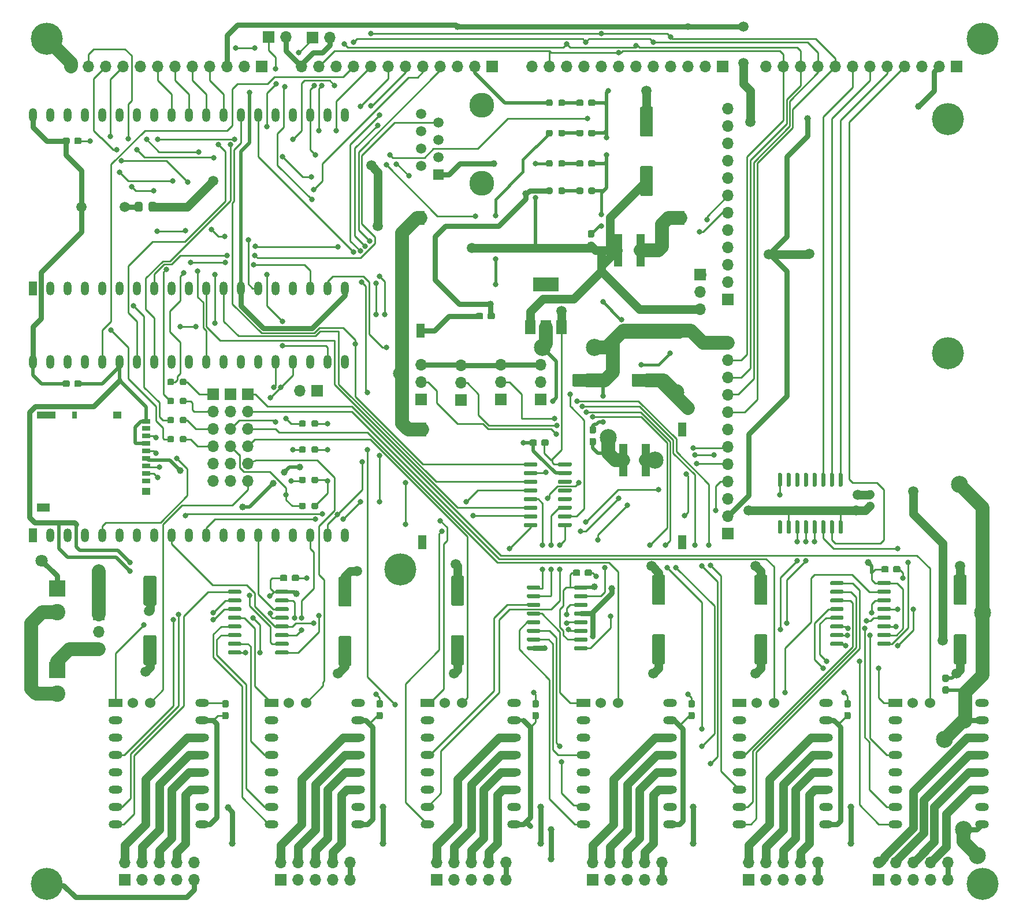
<source format=gtl>
G04 #@! TF.GenerationSoftware,KiCad,Pcbnew,(5.1.9)-1*
G04 #@! TF.CreationDate,2021-03-09T19:40:00-06:00*
G04 #@! TF.ProjectId,BDringController,42447269-6e67-4436-9f6e-74726f6c6c65,rev?*
G04 #@! TF.SameCoordinates,Original*
G04 #@! TF.FileFunction,Copper,L1,Top*
G04 #@! TF.FilePolarity,Positive*
%FSLAX46Y46*%
G04 Gerber Fmt 4.6, Leading zero omitted, Abs format (unit mm)*
G04 Created by KiCad (PCBNEW (5.1.9)-1) date 2021-03-09 19:40:00*
%MOMM*%
%LPD*%
G01*
G04 APERTURE LIST*
G04 #@! TA.AperFunction,ComponentPad*
%ADD10O,1.200000X2.000000*%
G04 #@! TD*
G04 #@! TA.AperFunction,ComponentPad*
%ADD11R,1.200000X2.000000*%
G04 #@! TD*
G04 #@! TA.AperFunction,WasherPad*
%ADD12C,3.650000*%
G04 #@! TD*
G04 #@! TA.AperFunction,ComponentPad*
%ADD13R,1.500000X1.500000*%
G04 #@! TD*
G04 #@! TA.AperFunction,ComponentPad*
%ADD14C,1.500000*%
G04 #@! TD*
G04 #@! TA.AperFunction,ComponentPad*
%ADD15C,1.524000*%
G04 #@! TD*
G04 #@! TA.AperFunction,ComponentPad*
%ADD16O,2.000000X1.200000*%
G04 #@! TD*
G04 #@! TA.AperFunction,ComponentPad*
%ADD17R,2.000000X1.200000*%
G04 #@! TD*
G04 #@! TA.AperFunction,ConnectorPad*
%ADD18C,4.700000*%
G04 #@! TD*
G04 #@! TA.AperFunction,ComponentPad*
%ADD19C,3.100000*%
G04 #@! TD*
G04 #@! TA.AperFunction,ComponentPad*
%ADD20O,1.700000X1.700000*%
G04 #@! TD*
G04 #@! TA.AperFunction,ComponentPad*
%ADD21R,1.700000X1.700000*%
G04 #@! TD*
G04 #@! TA.AperFunction,ComponentPad*
%ADD22R,2.400000X2.400000*%
G04 #@! TD*
G04 #@! TA.AperFunction,ComponentPad*
%ADD23C,2.400000*%
G04 #@! TD*
G04 #@! TA.AperFunction,SMDPad,CuDef*
%ADD24R,1.900000X1.300000*%
G04 #@! TD*
G04 #@! TA.AperFunction,SMDPad,CuDef*
%ADD25R,2.800000X1.000000*%
G04 #@! TD*
G04 #@! TA.AperFunction,SMDPad,CuDef*
%ADD26R,0.800000X1.000000*%
G04 #@! TD*
G04 #@! TA.AperFunction,SMDPad,CuDef*
%ADD27R,1.200000X1.000000*%
G04 #@! TD*
G04 #@! TA.AperFunction,SMDPad,CuDef*
%ADD28R,1.200000X0.700000*%
G04 #@! TD*
G04 #@! TA.AperFunction,SMDPad,CuDef*
%ADD29R,1.200000X4.700000*%
G04 #@! TD*
G04 #@! TA.AperFunction,SMDPad,CuDef*
%ADD30R,1.500000X2.000000*%
G04 #@! TD*
G04 #@! TA.AperFunction,SMDPad,CuDef*
%ADD31R,3.800000X2.000000*%
G04 #@! TD*
G04 #@! TA.AperFunction,ComponentPad*
%ADD32C,1.800000*%
G04 #@! TD*
G04 #@! TA.AperFunction,ViaPad*
%ADD33C,1.500000*%
G04 #@! TD*
G04 #@! TA.AperFunction,ViaPad*
%ADD34C,0.800000*%
G04 #@! TD*
G04 #@! TA.AperFunction,ViaPad*
%ADD35C,2.500000*%
G04 #@! TD*
G04 #@! TA.AperFunction,ViaPad*
%ADD36C,1.000000*%
G04 #@! TD*
G04 #@! TA.AperFunction,Conductor*
%ADD37C,0.762000*%
G04 #@! TD*
G04 #@! TA.AperFunction,Conductor*
%ADD38C,0.508000*%
G04 #@! TD*
G04 #@! TA.AperFunction,Conductor*
%ADD39C,1.270000*%
G04 #@! TD*
G04 #@! TA.AperFunction,Conductor*
%ADD40C,0.381000*%
G04 #@! TD*
G04 #@! TA.AperFunction,Conductor*
%ADD41C,2.032000*%
G04 #@! TD*
G04 #@! TA.AperFunction,Conductor*
%ADD42C,0.254000*%
G04 #@! TD*
G04 #@! TA.AperFunction,Conductor*
%ADD43C,0.250000*%
G04 #@! TD*
G04 APERTURE END LIST*
D10*
X62738000Y-76581000D03*
D11*
X62738000Y-101981000D03*
D10*
X65278000Y-76581000D03*
X65278000Y-101981000D03*
X67818000Y-76581000D03*
X67818000Y-101981000D03*
X70358000Y-76581000D03*
X70358000Y-101981000D03*
X72898000Y-76581000D03*
X72898000Y-101981000D03*
X75438000Y-76581000D03*
X75438000Y-101981000D03*
X77978000Y-76581000D03*
X77978000Y-101981000D03*
X80518000Y-76581000D03*
X80518000Y-101981000D03*
X83058000Y-76581000D03*
X83058000Y-101981000D03*
X85598000Y-76581000D03*
X85598000Y-101981000D03*
X88138000Y-76581000D03*
X88138000Y-101981000D03*
X90678000Y-76581000D03*
X90678000Y-101981000D03*
X93218000Y-76581000D03*
X93218000Y-101981000D03*
X95758000Y-76581000D03*
X95758000Y-101981000D03*
X98298000Y-76581000D03*
X98298000Y-101981000D03*
X100838000Y-76581000D03*
X100838000Y-101981000D03*
X103378000Y-76581000D03*
X103378000Y-101981000D03*
X105918000Y-76581000D03*
X105918000Y-101981000D03*
X108458000Y-76581000D03*
X108458000Y-101981000D03*
X62738000Y-40386000D03*
D11*
X62738000Y-65786000D03*
D10*
X65278000Y-40386000D03*
X65278000Y-65786000D03*
X67818000Y-40386000D03*
X67818000Y-65786000D03*
X70358000Y-40386000D03*
X70358000Y-65786000D03*
X72898000Y-40386000D03*
X72898000Y-65786000D03*
X75438000Y-40386000D03*
X75438000Y-65786000D03*
X77978000Y-40386000D03*
X77978000Y-65786000D03*
X80518000Y-40386000D03*
X80518000Y-65786000D03*
X83058000Y-40386000D03*
X83058000Y-65786000D03*
X85598000Y-40386000D03*
X85598000Y-65786000D03*
X88138000Y-40386000D03*
X88138000Y-65786000D03*
X90678000Y-40386000D03*
X90678000Y-65786000D03*
X93218000Y-40386000D03*
X93218000Y-65786000D03*
X95758000Y-40386000D03*
X95758000Y-65786000D03*
X98298000Y-40386000D03*
X98298000Y-65786000D03*
X100838000Y-40386000D03*
X100838000Y-65786000D03*
X103378000Y-40386000D03*
X103378000Y-65786000D03*
X105918000Y-40386000D03*
X105918000Y-65786000D03*
X108458000Y-40386000D03*
X108458000Y-65786000D03*
D12*
X128500000Y-39000000D03*
X128500000Y-50430000D03*
D13*
X122150000Y-49160000D03*
D14*
X119610000Y-47890000D03*
X122150000Y-46620000D03*
X119610000Y-45350000D03*
X122150000Y-44080000D03*
X119610000Y-42810000D03*
X122150000Y-41540000D03*
X119610000Y-40270000D03*
D11*
X157607000Y-72009000D03*
X157607000Y-55499000D03*
X119507000Y-72009000D03*
X119507000Y-55499000D03*
D15*
X102743000Y-126492000D03*
X100203000Y-126492000D03*
D16*
X97663000Y-144272000D03*
X110363000Y-144272000D03*
X97663000Y-141732000D03*
X110363000Y-141732000D03*
X97663000Y-139192000D03*
X110363000Y-139192000D03*
X97663000Y-136652000D03*
X110363000Y-136652000D03*
X97663000Y-134112000D03*
X110363000Y-134112000D03*
X97663000Y-131572000D03*
X110363000Y-131572000D03*
X97663000Y-129032000D03*
X110363000Y-129032000D03*
D17*
X97663000Y-126492000D03*
D16*
X110363000Y-126492000D03*
D15*
X125603000Y-126492000D03*
X123063000Y-126492000D03*
D16*
X120523000Y-144272000D03*
X133223000Y-144272000D03*
X120523000Y-141732000D03*
X133223000Y-141732000D03*
X120523000Y-139192000D03*
X133223000Y-139192000D03*
X120523000Y-136652000D03*
X133223000Y-136652000D03*
X120523000Y-134112000D03*
X133223000Y-134112000D03*
X120523000Y-131572000D03*
X133223000Y-131572000D03*
X120523000Y-129032000D03*
X133223000Y-129032000D03*
D17*
X120523000Y-126492000D03*
D16*
X133223000Y-126492000D03*
D15*
X171323000Y-126492000D03*
X168783000Y-126492000D03*
D16*
X166243000Y-144272000D03*
X178943000Y-144272000D03*
X166243000Y-141732000D03*
X178943000Y-141732000D03*
X166243000Y-139192000D03*
X178943000Y-139192000D03*
X166243000Y-136652000D03*
X178943000Y-136652000D03*
X166243000Y-134112000D03*
X178943000Y-134112000D03*
X166243000Y-131572000D03*
X178943000Y-131572000D03*
X166243000Y-129032000D03*
X178943000Y-129032000D03*
D17*
X166243000Y-126492000D03*
D16*
X178943000Y-126492000D03*
D15*
X194183000Y-126492000D03*
X191643000Y-126492000D03*
D16*
X189103000Y-144272000D03*
X201803000Y-144272000D03*
X189103000Y-141732000D03*
X201803000Y-141732000D03*
X189103000Y-139192000D03*
X201803000Y-139192000D03*
X189103000Y-136652000D03*
X201803000Y-136652000D03*
X189103000Y-134112000D03*
X201803000Y-134112000D03*
X189103000Y-131572000D03*
X201803000Y-131572000D03*
X189103000Y-129032000D03*
X201803000Y-129032000D03*
D17*
X189103000Y-126492000D03*
D16*
X201803000Y-126492000D03*
D15*
X148463000Y-126492000D03*
X145923000Y-126492000D03*
D16*
X143383000Y-144272000D03*
X156083000Y-144272000D03*
X143383000Y-141732000D03*
X156083000Y-141732000D03*
X143383000Y-139192000D03*
X156083000Y-139192000D03*
X143383000Y-136652000D03*
X156083000Y-136652000D03*
X143383000Y-134112000D03*
X156083000Y-134112000D03*
X143383000Y-131572000D03*
X156083000Y-131572000D03*
X143383000Y-129032000D03*
X156083000Y-129032000D03*
D17*
X143383000Y-126492000D03*
D16*
X156083000Y-126492000D03*
D15*
X79883000Y-126492000D03*
X77343000Y-126492000D03*
D16*
X74803000Y-144272000D03*
X87503000Y-144272000D03*
X74803000Y-141732000D03*
X87503000Y-141732000D03*
X74803000Y-139192000D03*
X87503000Y-139192000D03*
X74803000Y-136652000D03*
X87503000Y-136652000D03*
X74803000Y-134112000D03*
X87503000Y-134112000D03*
X74803000Y-131572000D03*
X87503000Y-131572000D03*
X74803000Y-129032000D03*
X87503000Y-129032000D03*
D17*
X74803000Y-126492000D03*
D16*
X87503000Y-126492000D03*
G04 #@! TA.AperFunction,SMDPad,CuDef*
G36*
G01*
X83395000Y-79264500D02*
X83395000Y-79739500D01*
G75*
G02*
X83157500Y-79977000I-237500J0D01*
G01*
X82657500Y-79977000D01*
G75*
G02*
X82420000Y-79739500I0J237500D01*
G01*
X82420000Y-79264500D01*
G75*
G02*
X82657500Y-79027000I237500J0D01*
G01*
X83157500Y-79027000D01*
G75*
G02*
X83395000Y-79264500I0J-237500D01*
G01*
G37*
G04 #@! TD.AperFunction*
G04 #@! TA.AperFunction,SMDPad,CuDef*
G36*
G01*
X85220000Y-79264500D02*
X85220000Y-79739500D01*
G75*
G02*
X84982500Y-79977000I-237500J0D01*
G01*
X84482500Y-79977000D01*
G75*
G02*
X84245000Y-79739500I0J237500D01*
G01*
X84245000Y-79264500D01*
G75*
G02*
X84482500Y-79027000I237500J0D01*
G01*
X84982500Y-79027000D01*
G75*
G02*
X85220000Y-79264500I0J-237500D01*
G01*
G37*
G04 #@! TD.AperFunction*
G04 #@! TA.AperFunction,SMDPad,CuDef*
G36*
G01*
X196262500Y-124075000D02*
X196737500Y-124075000D01*
G75*
G02*
X196975000Y-124312500I0J-237500D01*
G01*
X196975000Y-124912500D01*
G75*
G02*
X196737500Y-125150000I-237500J0D01*
G01*
X196262500Y-125150000D01*
G75*
G02*
X196025000Y-124912500I0J237500D01*
G01*
X196025000Y-124312500D01*
G75*
G02*
X196262500Y-124075000I237500J0D01*
G01*
G37*
G04 #@! TD.AperFunction*
G04 #@! TA.AperFunction,SMDPad,CuDef*
G36*
G01*
X196262500Y-122350000D02*
X196737500Y-122350000D01*
G75*
G02*
X196975000Y-122587500I0J-237500D01*
G01*
X196975000Y-123187500D01*
G75*
G02*
X196737500Y-123425000I-237500J0D01*
G01*
X196262500Y-123425000D01*
G75*
G02*
X196025000Y-123187500I0J237500D01*
G01*
X196025000Y-122587500D01*
G75*
G02*
X196262500Y-122350000I237500J0D01*
G01*
G37*
G04 #@! TD.AperFunction*
G04 #@! TA.AperFunction,SMDPad,CuDef*
G36*
G01*
X181880500Y-127833000D02*
X182355500Y-127833000D01*
G75*
G02*
X182593000Y-128070500I0J-237500D01*
G01*
X182593000Y-128670500D01*
G75*
G02*
X182355500Y-128908000I-237500J0D01*
G01*
X181880500Y-128908000D01*
G75*
G02*
X181643000Y-128670500I0J237500D01*
G01*
X181643000Y-128070500D01*
G75*
G02*
X181880500Y-127833000I237500J0D01*
G01*
G37*
G04 #@! TD.AperFunction*
G04 #@! TA.AperFunction,SMDPad,CuDef*
G36*
G01*
X181880500Y-126108000D02*
X182355500Y-126108000D01*
G75*
G02*
X182593000Y-126345500I0J-237500D01*
G01*
X182593000Y-126945500D01*
G75*
G02*
X182355500Y-127183000I-237500J0D01*
G01*
X181880500Y-127183000D01*
G75*
G02*
X181643000Y-126945500I0J237500D01*
G01*
X181643000Y-126345500D01*
G75*
G02*
X181880500Y-126108000I237500J0D01*
G01*
G37*
G04 #@! TD.AperFunction*
G04 #@! TA.AperFunction,SMDPad,CuDef*
G36*
G01*
X159020500Y-127833000D02*
X159495500Y-127833000D01*
G75*
G02*
X159733000Y-128070500I0J-237500D01*
G01*
X159733000Y-128670500D01*
G75*
G02*
X159495500Y-128908000I-237500J0D01*
G01*
X159020500Y-128908000D01*
G75*
G02*
X158783000Y-128670500I0J237500D01*
G01*
X158783000Y-128070500D01*
G75*
G02*
X159020500Y-127833000I237500J0D01*
G01*
G37*
G04 #@! TD.AperFunction*
G04 #@! TA.AperFunction,SMDPad,CuDef*
G36*
G01*
X159020500Y-126108000D02*
X159495500Y-126108000D01*
G75*
G02*
X159733000Y-126345500I0J-237500D01*
G01*
X159733000Y-126945500D01*
G75*
G02*
X159495500Y-127183000I-237500J0D01*
G01*
X159020500Y-127183000D01*
G75*
G02*
X158783000Y-126945500I0J237500D01*
G01*
X158783000Y-126345500D01*
G75*
G02*
X159020500Y-126108000I237500J0D01*
G01*
G37*
G04 #@! TD.AperFunction*
G04 #@! TA.AperFunction,SMDPad,CuDef*
G36*
G01*
X136160500Y-127833000D02*
X136635500Y-127833000D01*
G75*
G02*
X136873000Y-128070500I0J-237500D01*
G01*
X136873000Y-128670500D01*
G75*
G02*
X136635500Y-128908000I-237500J0D01*
G01*
X136160500Y-128908000D01*
G75*
G02*
X135923000Y-128670500I0J237500D01*
G01*
X135923000Y-128070500D01*
G75*
G02*
X136160500Y-127833000I237500J0D01*
G01*
G37*
G04 #@! TD.AperFunction*
G04 #@! TA.AperFunction,SMDPad,CuDef*
G36*
G01*
X136160500Y-126108000D02*
X136635500Y-126108000D01*
G75*
G02*
X136873000Y-126345500I0J-237500D01*
G01*
X136873000Y-126945500D01*
G75*
G02*
X136635500Y-127183000I-237500J0D01*
G01*
X136160500Y-127183000D01*
G75*
G02*
X135923000Y-126945500I0J237500D01*
G01*
X135923000Y-126345500D01*
G75*
G02*
X136160500Y-126108000I237500J0D01*
G01*
G37*
G04 #@! TD.AperFunction*
G04 #@! TA.AperFunction,SMDPad,CuDef*
G36*
G01*
X113300500Y-127833000D02*
X113775500Y-127833000D01*
G75*
G02*
X114013000Y-128070500I0J-237500D01*
G01*
X114013000Y-128670500D01*
G75*
G02*
X113775500Y-128908000I-237500J0D01*
G01*
X113300500Y-128908000D01*
G75*
G02*
X113063000Y-128670500I0J237500D01*
G01*
X113063000Y-128070500D01*
G75*
G02*
X113300500Y-127833000I237500J0D01*
G01*
G37*
G04 #@! TD.AperFunction*
G04 #@! TA.AperFunction,SMDPad,CuDef*
G36*
G01*
X113300500Y-126108000D02*
X113775500Y-126108000D01*
G75*
G02*
X114013000Y-126345500I0J-237500D01*
G01*
X114013000Y-126945500D01*
G75*
G02*
X113775500Y-127183000I-237500J0D01*
G01*
X113300500Y-127183000D01*
G75*
G02*
X113063000Y-126945500I0J237500D01*
G01*
X113063000Y-126345500D01*
G75*
G02*
X113300500Y-126108000I237500J0D01*
G01*
G37*
G04 #@! TD.AperFunction*
G04 #@! TA.AperFunction,SMDPad,CuDef*
G36*
G01*
X90694500Y-127833000D02*
X91169500Y-127833000D01*
G75*
G02*
X91407000Y-128070500I0J-237500D01*
G01*
X91407000Y-128670500D01*
G75*
G02*
X91169500Y-128908000I-237500J0D01*
G01*
X90694500Y-128908000D01*
G75*
G02*
X90457000Y-128670500I0J237500D01*
G01*
X90457000Y-128070500D01*
G75*
G02*
X90694500Y-127833000I237500J0D01*
G01*
G37*
G04 #@! TD.AperFunction*
G04 #@! TA.AperFunction,SMDPad,CuDef*
G36*
G01*
X90694500Y-126108000D02*
X91169500Y-126108000D01*
G75*
G02*
X91407000Y-126345500I0J-237500D01*
G01*
X91407000Y-126945500D01*
G75*
G02*
X91169500Y-127183000I-237500J0D01*
G01*
X90694500Y-127183000D01*
G75*
G02*
X90457000Y-126945500I0J237500D01*
G01*
X90457000Y-126345500D01*
G75*
G02*
X90694500Y-126108000I237500J0D01*
G01*
G37*
G04 #@! TD.AperFunction*
D18*
X64770000Y-29210000D03*
D19*
X64770000Y-29210000D03*
D18*
X196850000Y-41021000D03*
D19*
X196850000Y-41021000D03*
D18*
X196850000Y-75311000D03*
D19*
X196850000Y-75311000D03*
D18*
X201930000Y-153035000D03*
D19*
X201930000Y-153035000D03*
D18*
X116586000Y-106934000D03*
D19*
X116586000Y-106934000D03*
D18*
X64770000Y-153035000D03*
D19*
X64770000Y-153035000D03*
G04 #@! TA.AperFunction,SMDPad,CuDef*
G36*
G01*
X67053000Y-44433500D02*
X67053000Y-43958500D01*
G75*
G02*
X67290500Y-43721000I237500J0D01*
G01*
X67890500Y-43721000D01*
G75*
G02*
X68128000Y-43958500I0J-237500D01*
G01*
X68128000Y-44433500D01*
G75*
G02*
X67890500Y-44671000I-237500J0D01*
G01*
X67290500Y-44671000D01*
G75*
G02*
X67053000Y-44433500I0J237500D01*
G01*
G37*
G04 #@! TD.AperFunction*
G04 #@! TA.AperFunction,SMDPad,CuDef*
G36*
G01*
X68778000Y-44433500D02*
X68778000Y-43958500D01*
G75*
G02*
X69015500Y-43721000I237500J0D01*
G01*
X69615500Y-43721000D01*
G75*
G02*
X69853000Y-43958500I0J-237500D01*
G01*
X69853000Y-44433500D01*
G75*
G02*
X69615500Y-44671000I-237500J0D01*
G01*
X69015500Y-44671000D01*
G75*
G02*
X68778000Y-44433500I0J237500D01*
G01*
G37*
G04 #@! TD.AperFunction*
G04 #@! TA.AperFunction,SMDPad,CuDef*
G36*
G01*
X68128000Y-79518500D02*
X68128000Y-79993500D01*
G75*
G02*
X67890500Y-80231000I-237500J0D01*
G01*
X67290500Y-80231000D01*
G75*
G02*
X67053000Y-79993500I0J237500D01*
G01*
X67053000Y-79518500D01*
G75*
G02*
X67290500Y-79281000I237500J0D01*
G01*
X67890500Y-79281000D01*
G75*
G02*
X68128000Y-79518500I0J-237500D01*
G01*
G37*
G04 #@! TD.AperFunction*
G04 #@! TA.AperFunction,SMDPad,CuDef*
G36*
G01*
X69853000Y-79518500D02*
X69853000Y-79993500D01*
G75*
G02*
X69615500Y-80231000I-237500J0D01*
G01*
X69015500Y-80231000D01*
G75*
G02*
X68778000Y-79993500I0J237500D01*
G01*
X68778000Y-79518500D01*
G75*
G02*
X69015500Y-79281000I237500J0D01*
G01*
X69615500Y-79281000D01*
G75*
G02*
X69853000Y-79518500I0J-237500D01*
G01*
G37*
G04 #@! TD.AperFunction*
G04 #@! TA.AperFunction,SMDPad,CuDef*
G36*
G01*
X144763500Y-60074000D02*
X144288500Y-60074000D01*
G75*
G02*
X144051000Y-59836500I0J237500D01*
G01*
X144051000Y-59236500D01*
G75*
G02*
X144288500Y-58999000I237500J0D01*
G01*
X144763500Y-58999000D01*
G75*
G02*
X145001000Y-59236500I0J-237500D01*
G01*
X145001000Y-59836500D01*
G75*
G02*
X144763500Y-60074000I-237500J0D01*
G01*
G37*
G04 #@! TD.AperFunction*
G04 #@! TA.AperFunction,SMDPad,CuDef*
G36*
G01*
X144763500Y-58349000D02*
X144288500Y-58349000D01*
G75*
G02*
X144051000Y-58111500I0J237500D01*
G01*
X144051000Y-57511500D01*
G75*
G02*
X144288500Y-57274000I237500J0D01*
G01*
X144763500Y-57274000D01*
G75*
G02*
X145001000Y-57511500I0J-237500D01*
G01*
X145001000Y-58111500D01*
G75*
G02*
X144763500Y-58349000I-237500J0D01*
G01*
G37*
G04 #@! TD.AperFunction*
G04 #@! TA.AperFunction,SMDPad,CuDef*
G36*
G01*
X145017500Y-87051000D02*
X144542500Y-87051000D01*
G75*
G02*
X144305000Y-86813500I0J237500D01*
G01*
X144305000Y-86213500D01*
G75*
G02*
X144542500Y-85976000I237500J0D01*
G01*
X145017500Y-85976000D01*
G75*
G02*
X145255000Y-86213500I0J-237500D01*
G01*
X145255000Y-86813500D01*
G75*
G02*
X145017500Y-87051000I-237500J0D01*
G01*
G37*
G04 #@! TD.AperFunction*
G04 #@! TA.AperFunction,SMDPad,CuDef*
G36*
G01*
X145017500Y-88776000D02*
X144542500Y-88776000D01*
G75*
G02*
X144305000Y-88538500I0J237500D01*
G01*
X144305000Y-87938500D01*
G75*
G02*
X144542500Y-87701000I237500J0D01*
G01*
X145017500Y-87701000D01*
G75*
G02*
X145255000Y-87938500I0J-237500D01*
G01*
X145255000Y-88538500D01*
G75*
G02*
X145017500Y-88776000I-237500J0D01*
G01*
G37*
G04 #@! TD.AperFunction*
G04 #@! TA.AperFunction,SMDPad,CuDef*
G36*
G01*
X129357000Y-70087500D02*
X129357000Y-69612500D01*
G75*
G02*
X129594500Y-69375000I237500J0D01*
G01*
X130194500Y-69375000D01*
G75*
G02*
X130432000Y-69612500I0J-237500D01*
G01*
X130432000Y-70087500D01*
G75*
G02*
X130194500Y-70325000I-237500J0D01*
G01*
X129594500Y-70325000D01*
G75*
G02*
X129357000Y-70087500I0J237500D01*
G01*
G37*
G04 #@! TD.AperFunction*
G04 #@! TA.AperFunction,SMDPad,CuDef*
G36*
G01*
X127632000Y-70087500D02*
X127632000Y-69612500D01*
G75*
G02*
X127869500Y-69375000I237500J0D01*
G01*
X128469500Y-69375000D01*
G75*
G02*
X128707000Y-69612500I0J-237500D01*
G01*
X128707000Y-70087500D01*
G75*
G02*
X128469500Y-70325000I-237500J0D01*
G01*
X127869500Y-70325000D01*
G75*
G02*
X127632000Y-70087500I0J237500D01*
G01*
G37*
G04 #@! TD.AperFunction*
G04 #@! TA.AperFunction,SMDPad,CuDef*
G36*
G01*
X100005000Y-107966500D02*
X100005000Y-108441500D01*
G75*
G02*
X99767500Y-108679000I-237500J0D01*
G01*
X99167500Y-108679000D01*
G75*
G02*
X98930000Y-108441500I0J237500D01*
G01*
X98930000Y-107966500D01*
G75*
G02*
X99167500Y-107729000I237500J0D01*
G01*
X99767500Y-107729000D01*
G75*
G02*
X100005000Y-107966500I0J-237500D01*
G01*
G37*
G04 #@! TD.AperFunction*
G04 #@! TA.AperFunction,SMDPad,CuDef*
G36*
G01*
X101730000Y-107966500D02*
X101730000Y-108441500D01*
G75*
G02*
X101492500Y-108679000I-237500J0D01*
G01*
X100892500Y-108679000D01*
G75*
G02*
X100655000Y-108441500I0J237500D01*
G01*
X100655000Y-107966500D01*
G75*
G02*
X100892500Y-107729000I237500J0D01*
G01*
X101492500Y-107729000D01*
G75*
G02*
X101730000Y-107966500I0J-237500D01*
G01*
G37*
G04 #@! TD.AperFunction*
G04 #@! TA.AperFunction,SMDPad,CuDef*
G36*
G01*
X188143000Y-106696500D02*
X188143000Y-107171500D01*
G75*
G02*
X187905500Y-107409000I-237500J0D01*
G01*
X187305500Y-107409000D01*
G75*
G02*
X187068000Y-107171500I0J237500D01*
G01*
X187068000Y-106696500D01*
G75*
G02*
X187305500Y-106459000I237500J0D01*
G01*
X187905500Y-106459000D01*
G75*
G02*
X188143000Y-106696500I0J-237500D01*
G01*
G37*
G04 #@! TD.AperFunction*
G04 #@! TA.AperFunction,SMDPad,CuDef*
G36*
G01*
X189868000Y-106696500D02*
X189868000Y-107171500D01*
G75*
G02*
X189630500Y-107409000I-237500J0D01*
G01*
X189030500Y-107409000D01*
G75*
G02*
X188793000Y-107171500I0J237500D01*
G01*
X188793000Y-106696500D01*
G75*
G02*
X189030500Y-106459000I237500J0D01*
G01*
X189630500Y-106459000D01*
G75*
G02*
X189868000Y-106696500I0J-237500D01*
G01*
G37*
G04 #@! TD.AperFunction*
G04 #@! TA.AperFunction,SMDPad,CuDef*
G36*
G01*
X185182500Y-95374000D02*
X185657500Y-95374000D01*
G75*
G02*
X185895000Y-95611500I0J-237500D01*
G01*
X185895000Y-96211500D01*
G75*
G02*
X185657500Y-96449000I-237500J0D01*
G01*
X185182500Y-96449000D01*
G75*
G02*
X184945000Y-96211500I0J237500D01*
G01*
X184945000Y-95611500D01*
G75*
G02*
X185182500Y-95374000I237500J0D01*
G01*
G37*
G04 #@! TD.AperFunction*
G04 #@! TA.AperFunction,SMDPad,CuDef*
G36*
G01*
X185182500Y-97099000D02*
X185657500Y-97099000D01*
G75*
G02*
X185895000Y-97336500I0J-237500D01*
G01*
X185895000Y-97936500D01*
G75*
G02*
X185657500Y-98174000I-237500J0D01*
G01*
X185182500Y-98174000D01*
G75*
G02*
X184945000Y-97936500I0J237500D01*
G01*
X184945000Y-97336500D01*
G75*
G02*
X185182500Y-97099000I237500J0D01*
G01*
G37*
G04 #@! TD.AperFunction*
G04 #@! TA.AperFunction,SMDPad,CuDef*
G36*
G01*
X144656000Y-107204500D02*
X144656000Y-107679500D01*
G75*
G02*
X144418500Y-107917000I-237500J0D01*
G01*
X143818500Y-107917000D01*
G75*
G02*
X143581000Y-107679500I0J237500D01*
G01*
X143581000Y-107204500D01*
G75*
G02*
X143818500Y-106967000I237500J0D01*
G01*
X144418500Y-106967000D01*
G75*
G02*
X144656000Y-107204500I0J-237500D01*
G01*
G37*
G04 #@! TD.AperFunction*
G04 #@! TA.AperFunction,SMDPad,CuDef*
G36*
G01*
X142931000Y-107204500D02*
X142931000Y-107679500D01*
G75*
G02*
X142693500Y-107917000I-237500J0D01*
G01*
X142093500Y-107917000D01*
G75*
G02*
X141856000Y-107679500I0J237500D01*
G01*
X141856000Y-107204500D01*
G75*
G02*
X142093500Y-106967000I237500J0D01*
G01*
X142693500Y-106967000D01*
G75*
G02*
X142931000Y-107204500I0J-237500D01*
G01*
G37*
G04 #@! TD.AperFunction*
G04 #@! TA.AperFunction,SMDPad,CuDef*
G36*
G01*
X77648000Y-54298001D02*
X77648000Y-53397999D01*
G75*
G02*
X77897999Y-53148000I249999J0D01*
G01*
X78548001Y-53148000D01*
G75*
G02*
X78798000Y-53397999I0J-249999D01*
G01*
X78798000Y-54298001D01*
G75*
G02*
X78548001Y-54548000I-249999J0D01*
G01*
X77897999Y-54548000D01*
G75*
G02*
X77648000Y-54298001I0J249999D01*
G01*
G37*
G04 #@! TD.AperFunction*
G04 #@! TA.AperFunction,SMDPad,CuDef*
G36*
G01*
X79698000Y-54298001D02*
X79698000Y-53397999D01*
G75*
G02*
X79947999Y-53148000I249999J0D01*
G01*
X80598001Y-53148000D01*
G75*
G02*
X80848000Y-53397999I0J-249999D01*
G01*
X80848000Y-54298001D01*
G75*
G02*
X80598001Y-54548000I-249999J0D01*
G01*
X79947999Y-54548000D01*
G75*
G02*
X79698000Y-54298001I0J249999D01*
G01*
G37*
G04 #@! TD.AperFunction*
G04 #@! TA.AperFunction,SMDPad,CuDef*
G36*
G01*
X145164000Y-38370500D02*
X145164000Y-38845500D01*
G75*
G02*
X144926500Y-39083000I-237500J0D01*
G01*
X144351500Y-39083000D01*
G75*
G02*
X144114000Y-38845500I0J237500D01*
G01*
X144114000Y-38370500D01*
G75*
G02*
X144351500Y-38133000I237500J0D01*
G01*
X144926500Y-38133000D01*
G75*
G02*
X145164000Y-38370500I0J-237500D01*
G01*
G37*
G04 #@! TD.AperFunction*
G04 #@! TA.AperFunction,SMDPad,CuDef*
G36*
G01*
X143414000Y-38370500D02*
X143414000Y-38845500D01*
G75*
G02*
X143176500Y-39083000I-237500J0D01*
G01*
X142601500Y-39083000D01*
G75*
G02*
X142364000Y-38845500I0J237500D01*
G01*
X142364000Y-38370500D01*
G75*
G02*
X142601500Y-38133000I237500J0D01*
G01*
X143176500Y-38133000D01*
G75*
G02*
X143414000Y-38370500I0J-237500D01*
G01*
G37*
G04 #@! TD.AperFunction*
G04 #@! TA.AperFunction,SMDPad,CuDef*
G36*
G01*
X143414000Y-47260500D02*
X143414000Y-47735500D01*
G75*
G02*
X143176500Y-47973000I-237500J0D01*
G01*
X142601500Y-47973000D01*
G75*
G02*
X142364000Y-47735500I0J237500D01*
G01*
X142364000Y-47260500D01*
G75*
G02*
X142601500Y-47023000I237500J0D01*
G01*
X143176500Y-47023000D01*
G75*
G02*
X143414000Y-47260500I0J-237500D01*
G01*
G37*
G04 #@! TD.AperFunction*
G04 #@! TA.AperFunction,SMDPad,CuDef*
G36*
G01*
X145164000Y-47260500D02*
X145164000Y-47735500D01*
G75*
G02*
X144926500Y-47973000I-237500J0D01*
G01*
X144351500Y-47973000D01*
G75*
G02*
X144114000Y-47735500I0J237500D01*
G01*
X144114000Y-47260500D01*
G75*
G02*
X144351500Y-47023000I237500J0D01*
G01*
X144926500Y-47023000D01*
G75*
G02*
X145164000Y-47260500I0J-237500D01*
G01*
G37*
G04 #@! TD.AperFunction*
G04 #@! TA.AperFunction,SMDPad,CuDef*
G36*
G01*
X145164000Y-42815500D02*
X145164000Y-43290500D01*
G75*
G02*
X144926500Y-43528000I-237500J0D01*
G01*
X144351500Y-43528000D01*
G75*
G02*
X144114000Y-43290500I0J237500D01*
G01*
X144114000Y-42815500D01*
G75*
G02*
X144351500Y-42578000I237500J0D01*
G01*
X144926500Y-42578000D01*
G75*
G02*
X145164000Y-42815500I0J-237500D01*
G01*
G37*
G04 #@! TD.AperFunction*
G04 #@! TA.AperFunction,SMDPad,CuDef*
G36*
G01*
X143414000Y-42815500D02*
X143414000Y-43290500D01*
G75*
G02*
X143176500Y-43528000I-237500J0D01*
G01*
X142601500Y-43528000D01*
G75*
G02*
X142364000Y-43290500I0J237500D01*
G01*
X142364000Y-42815500D01*
G75*
G02*
X142601500Y-42578000I237500J0D01*
G01*
X143176500Y-42578000D01*
G75*
G02*
X143414000Y-42815500I0J-237500D01*
G01*
G37*
G04 #@! TD.AperFunction*
G04 #@! TA.AperFunction,SMDPad,CuDef*
G36*
G01*
X143414000Y-51262500D02*
X143414000Y-51737500D01*
G75*
G02*
X143176500Y-51975000I-237500J0D01*
G01*
X142601500Y-51975000D01*
G75*
G02*
X142364000Y-51737500I0J237500D01*
G01*
X142364000Y-51262500D01*
G75*
G02*
X142601500Y-51025000I237500J0D01*
G01*
X143176500Y-51025000D01*
G75*
G02*
X143414000Y-51262500I0J-237500D01*
G01*
G37*
G04 #@! TD.AperFunction*
G04 #@! TA.AperFunction,SMDPad,CuDef*
G36*
G01*
X145164000Y-51262500D02*
X145164000Y-51737500D01*
G75*
G02*
X144926500Y-51975000I-237500J0D01*
G01*
X144351500Y-51975000D01*
G75*
G02*
X144114000Y-51737500I0J237500D01*
G01*
X144114000Y-51262500D01*
G75*
G02*
X144351500Y-51025000I237500J0D01*
G01*
X144926500Y-51025000D01*
G75*
G02*
X145164000Y-51262500I0J-237500D01*
G01*
G37*
G04 #@! TD.AperFunction*
D20*
X68326000Y-33274000D03*
X70866000Y-33274000D03*
X73406000Y-33274000D03*
X75946000Y-33274000D03*
X78486000Y-33274000D03*
X81026000Y-33274000D03*
X83566000Y-33274000D03*
X86106000Y-33274000D03*
X88646000Y-33274000D03*
X91186000Y-33274000D03*
X93726000Y-33274000D03*
D21*
X96266000Y-33274000D03*
D20*
X91694000Y-93980000D03*
X91694000Y-91440000D03*
X91694000Y-88900000D03*
X91694000Y-86360000D03*
X91694000Y-83820000D03*
D21*
X91694000Y-81280000D03*
X94234000Y-81280000D03*
D20*
X94234000Y-83820000D03*
X94234000Y-86360000D03*
X94234000Y-88900000D03*
X94234000Y-91440000D03*
X94234000Y-93980000D03*
D21*
X164592000Y-101727000D03*
D20*
X164592000Y-99187000D03*
X164592000Y-96647000D03*
X164592000Y-94107000D03*
X164592000Y-91567000D03*
X164592000Y-89027000D03*
X164592000Y-86487000D03*
X164592000Y-83947000D03*
X164592000Y-81407000D03*
X164592000Y-78867000D03*
X164592000Y-76327000D03*
X164592000Y-73787000D03*
D22*
X66294000Y-121666000D03*
D23*
X66294000Y-125166000D03*
D22*
X66294000Y-109728000D03*
D23*
X66294000Y-113228000D03*
D20*
X102108000Y-33274000D03*
X104648000Y-33274000D03*
X107188000Y-33274000D03*
X109728000Y-33274000D03*
X112268000Y-33274000D03*
X114808000Y-33274000D03*
X117348000Y-33274000D03*
X119888000Y-33274000D03*
X122428000Y-33274000D03*
X124968000Y-33274000D03*
X127508000Y-33274000D03*
D21*
X130048000Y-33274000D03*
D20*
X72390000Y-118618000D03*
X72390000Y-116078000D03*
D21*
X72390000Y-113538000D03*
X164592000Y-67437000D03*
D20*
X164592000Y-64897000D03*
X164592000Y-62357000D03*
X164592000Y-59817000D03*
X164592000Y-57277000D03*
X164592000Y-54737000D03*
X164592000Y-52197000D03*
X164592000Y-49657000D03*
X164592000Y-47117000D03*
X164592000Y-44577000D03*
X164592000Y-42037000D03*
X164592000Y-39497000D03*
D21*
X160528000Y-63754000D03*
D20*
X160528000Y-66294000D03*
X160528000Y-68834000D03*
X135890000Y-33274000D03*
X138430000Y-33274000D03*
X140970000Y-33274000D03*
X143510000Y-33274000D03*
X146050000Y-33274000D03*
X148590000Y-33274000D03*
X151130000Y-33274000D03*
X153670000Y-33274000D03*
X156210000Y-33274000D03*
X158750000Y-33274000D03*
X161290000Y-33274000D03*
D21*
X163830000Y-33274000D03*
X198120000Y-33274000D03*
D20*
X195580000Y-33274000D03*
X193040000Y-33274000D03*
X190500000Y-33274000D03*
X187960000Y-33274000D03*
X185420000Y-33274000D03*
X182880000Y-33274000D03*
X180340000Y-33274000D03*
X177800000Y-33274000D03*
X175260000Y-33274000D03*
X172720000Y-33274000D03*
X170180000Y-33274000D03*
D24*
X64253000Y-97861000D03*
D25*
X64703000Y-84361000D03*
D26*
X68853000Y-84361000D03*
D27*
X75053000Y-84361000D03*
X79353000Y-95511000D03*
D28*
X79353000Y-87361000D03*
X79353000Y-88461000D03*
X79353000Y-89561000D03*
X79353000Y-90661000D03*
X79353000Y-91761000D03*
X79353000Y-92861000D03*
X79353000Y-93961000D03*
X79353000Y-86261000D03*
X79353000Y-85311000D03*
D20*
X119634000Y-76962000D03*
X119634000Y-79502000D03*
D21*
X119634000Y-82042000D03*
X125476000Y-82169000D03*
D20*
X125476000Y-79629000D03*
X125476000Y-77089000D03*
X131318000Y-76962000D03*
X131318000Y-79502000D03*
D21*
X131318000Y-82042000D03*
X137160000Y-82042000D03*
D20*
X137160000Y-79502000D03*
X137160000Y-76962000D03*
D29*
X148459000Y-60198000D03*
X151769000Y-60198000D03*
X152531000Y-90932000D03*
X149221000Y-90932000D03*
D11*
X119761000Y-86487000D03*
X119761000Y-102997000D03*
X157861000Y-86487000D03*
X157861000Y-102997000D03*
G04 #@! TA.AperFunction,SMDPad,CuDef*
G36*
G01*
X103549000Y-85835500D02*
X103549000Y-85360500D01*
G75*
G02*
X103786500Y-85123000I237500J0D01*
G01*
X104286500Y-85123000D01*
G75*
G02*
X104524000Y-85360500I0J-237500D01*
G01*
X104524000Y-85835500D01*
G75*
G02*
X104286500Y-86073000I-237500J0D01*
G01*
X103786500Y-86073000D01*
G75*
G02*
X103549000Y-85835500I0J237500D01*
G01*
G37*
G04 #@! TD.AperFunction*
G04 #@! TA.AperFunction,SMDPad,CuDef*
G36*
G01*
X101724000Y-85835500D02*
X101724000Y-85360500D01*
G75*
G02*
X101961500Y-85123000I237500J0D01*
G01*
X102461500Y-85123000D01*
G75*
G02*
X102699000Y-85360500I0J-237500D01*
G01*
X102699000Y-85835500D01*
G75*
G02*
X102461500Y-86073000I-237500J0D01*
G01*
X101961500Y-86073000D01*
G75*
G02*
X101724000Y-85835500I0J237500D01*
G01*
G37*
G04 #@! TD.AperFunction*
G04 #@! TA.AperFunction,SMDPad,CuDef*
G36*
G01*
X101724000Y-89645500D02*
X101724000Y-89170500D01*
G75*
G02*
X101961500Y-88933000I237500J0D01*
G01*
X102461500Y-88933000D01*
G75*
G02*
X102699000Y-89170500I0J-237500D01*
G01*
X102699000Y-89645500D01*
G75*
G02*
X102461500Y-89883000I-237500J0D01*
G01*
X101961500Y-89883000D01*
G75*
G02*
X101724000Y-89645500I0J237500D01*
G01*
G37*
G04 #@! TD.AperFunction*
G04 #@! TA.AperFunction,SMDPad,CuDef*
G36*
G01*
X103549000Y-89645500D02*
X103549000Y-89170500D01*
G75*
G02*
X103786500Y-88933000I237500J0D01*
G01*
X104286500Y-88933000D01*
G75*
G02*
X104524000Y-89170500I0J-237500D01*
G01*
X104524000Y-89645500D01*
G75*
G02*
X104286500Y-89883000I-237500J0D01*
G01*
X103786500Y-89883000D01*
G75*
G02*
X103549000Y-89645500I0J237500D01*
G01*
G37*
G04 #@! TD.AperFunction*
G04 #@! TA.AperFunction,SMDPad,CuDef*
G36*
G01*
X103549000Y-94090500D02*
X103549000Y-93615500D01*
G75*
G02*
X103786500Y-93378000I237500J0D01*
G01*
X104286500Y-93378000D01*
G75*
G02*
X104524000Y-93615500I0J-237500D01*
G01*
X104524000Y-94090500D01*
G75*
G02*
X104286500Y-94328000I-237500J0D01*
G01*
X103786500Y-94328000D01*
G75*
G02*
X103549000Y-94090500I0J237500D01*
G01*
G37*
G04 #@! TD.AperFunction*
G04 #@! TA.AperFunction,SMDPad,CuDef*
G36*
G01*
X101724000Y-94090500D02*
X101724000Y-93615500D01*
G75*
G02*
X101961500Y-93378000I237500J0D01*
G01*
X102461500Y-93378000D01*
G75*
G02*
X102699000Y-93615500I0J-237500D01*
G01*
X102699000Y-94090500D01*
G75*
G02*
X102461500Y-94328000I-237500J0D01*
G01*
X101961500Y-94328000D01*
G75*
G02*
X101724000Y-94090500I0J237500D01*
G01*
G37*
G04 #@! TD.AperFunction*
G04 #@! TA.AperFunction,SMDPad,CuDef*
G36*
G01*
X101724000Y-97900500D02*
X101724000Y-97425500D01*
G75*
G02*
X101961500Y-97188000I237500J0D01*
G01*
X102461500Y-97188000D01*
G75*
G02*
X102699000Y-97425500I0J-237500D01*
G01*
X102699000Y-97900500D01*
G75*
G02*
X102461500Y-98138000I-237500J0D01*
G01*
X101961500Y-98138000D01*
G75*
G02*
X101724000Y-97900500I0J237500D01*
G01*
G37*
G04 #@! TD.AperFunction*
G04 #@! TA.AperFunction,SMDPad,CuDef*
G36*
G01*
X103549000Y-97900500D02*
X103549000Y-97425500D01*
G75*
G02*
X103786500Y-97188000I237500J0D01*
G01*
X104286500Y-97188000D01*
G75*
G02*
X104524000Y-97425500I0J-237500D01*
G01*
X104524000Y-97900500D01*
G75*
G02*
X104286500Y-98138000I-237500J0D01*
G01*
X103786500Y-98138000D01*
G75*
G02*
X103549000Y-97900500I0J237500D01*
G01*
G37*
G04 #@! TD.AperFunction*
G04 #@! TA.AperFunction,SMDPad,CuDef*
G36*
G01*
X140719000Y-38370500D02*
X140719000Y-38845500D01*
G75*
G02*
X140481500Y-39083000I-237500J0D01*
G01*
X139981500Y-39083000D01*
G75*
G02*
X139744000Y-38845500I0J237500D01*
G01*
X139744000Y-38370500D01*
G75*
G02*
X139981500Y-38133000I237500J0D01*
G01*
X140481500Y-38133000D01*
G75*
G02*
X140719000Y-38370500I0J-237500D01*
G01*
G37*
G04 #@! TD.AperFunction*
G04 #@! TA.AperFunction,SMDPad,CuDef*
G36*
G01*
X138894000Y-38370500D02*
X138894000Y-38845500D01*
G75*
G02*
X138656500Y-39083000I-237500J0D01*
G01*
X138156500Y-39083000D01*
G75*
G02*
X137919000Y-38845500I0J237500D01*
G01*
X137919000Y-38370500D01*
G75*
G02*
X138156500Y-38133000I237500J0D01*
G01*
X138656500Y-38133000D01*
G75*
G02*
X138894000Y-38370500I0J-237500D01*
G01*
G37*
G04 #@! TD.AperFunction*
G04 #@! TA.AperFunction,SMDPad,CuDef*
G36*
G01*
X138894000Y-47260500D02*
X138894000Y-47735500D01*
G75*
G02*
X138656500Y-47973000I-237500J0D01*
G01*
X138156500Y-47973000D01*
G75*
G02*
X137919000Y-47735500I0J237500D01*
G01*
X137919000Y-47260500D01*
G75*
G02*
X138156500Y-47023000I237500J0D01*
G01*
X138656500Y-47023000D01*
G75*
G02*
X138894000Y-47260500I0J-237500D01*
G01*
G37*
G04 #@! TD.AperFunction*
G04 #@! TA.AperFunction,SMDPad,CuDef*
G36*
G01*
X140719000Y-47260500D02*
X140719000Y-47735500D01*
G75*
G02*
X140481500Y-47973000I-237500J0D01*
G01*
X139981500Y-47973000D01*
G75*
G02*
X139744000Y-47735500I0J237500D01*
G01*
X139744000Y-47260500D01*
G75*
G02*
X139981500Y-47023000I237500J0D01*
G01*
X140481500Y-47023000D01*
G75*
G02*
X140719000Y-47260500I0J-237500D01*
G01*
G37*
G04 #@! TD.AperFunction*
G04 #@! TA.AperFunction,SMDPad,CuDef*
G36*
G01*
X138894000Y-42815500D02*
X138894000Y-43290500D01*
G75*
G02*
X138656500Y-43528000I-237500J0D01*
G01*
X138156500Y-43528000D01*
G75*
G02*
X137919000Y-43290500I0J237500D01*
G01*
X137919000Y-42815500D01*
G75*
G02*
X138156500Y-42578000I237500J0D01*
G01*
X138656500Y-42578000D01*
G75*
G02*
X138894000Y-42815500I0J-237500D01*
G01*
G37*
G04 #@! TD.AperFunction*
G04 #@! TA.AperFunction,SMDPad,CuDef*
G36*
G01*
X140719000Y-42815500D02*
X140719000Y-43290500D01*
G75*
G02*
X140481500Y-43528000I-237500J0D01*
G01*
X139981500Y-43528000D01*
G75*
G02*
X139744000Y-43290500I0J237500D01*
G01*
X139744000Y-42815500D01*
G75*
G02*
X139981500Y-42578000I237500J0D01*
G01*
X140481500Y-42578000D01*
G75*
G02*
X140719000Y-42815500I0J-237500D01*
G01*
G37*
G04 #@! TD.AperFunction*
G04 #@! TA.AperFunction,SMDPad,CuDef*
G36*
G01*
X140719000Y-51262500D02*
X140719000Y-51737500D01*
G75*
G02*
X140481500Y-51975000I-237500J0D01*
G01*
X139981500Y-51975000D01*
G75*
G02*
X139744000Y-51737500I0J237500D01*
G01*
X139744000Y-51262500D01*
G75*
G02*
X139981500Y-51025000I237500J0D01*
G01*
X140481500Y-51025000D01*
G75*
G02*
X140719000Y-51262500I0J-237500D01*
G01*
G37*
G04 #@! TD.AperFunction*
G04 #@! TA.AperFunction,SMDPad,CuDef*
G36*
G01*
X138894000Y-51262500D02*
X138894000Y-51737500D01*
G75*
G02*
X138656500Y-51975000I-237500J0D01*
G01*
X138156500Y-51975000D01*
G75*
G02*
X137919000Y-51737500I0J237500D01*
G01*
X137919000Y-51262500D01*
G75*
G02*
X138156500Y-51025000I237500J0D01*
G01*
X138656500Y-51025000D01*
G75*
G02*
X138894000Y-51262500I0J-237500D01*
G01*
G37*
G04 #@! TD.AperFunction*
G04 #@! TA.AperFunction,SMDPad,CuDef*
G36*
G01*
X134676000Y-91717000D02*
X134676000Y-91417000D01*
G75*
G02*
X134826000Y-91267000I150000J0D01*
G01*
X136526000Y-91267000D01*
G75*
G02*
X136676000Y-91417000I0J-150000D01*
G01*
X136676000Y-91717000D01*
G75*
G02*
X136526000Y-91867000I-150000J0D01*
G01*
X134826000Y-91867000D01*
G75*
G02*
X134676000Y-91717000I0J150000D01*
G01*
G37*
G04 #@! TD.AperFunction*
G04 #@! TA.AperFunction,SMDPad,CuDef*
G36*
G01*
X134676000Y-92987000D02*
X134676000Y-92687000D01*
G75*
G02*
X134826000Y-92537000I150000J0D01*
G01*
X136526000Y-92537000D01*
G75*
G02*
X136676000Y-92687000I0J-150000D01*
G01*
X136676000Y-92987000D01*
G75*
G02*
X136526000Y-93137000I-150000J0D01*
G01*
X134826000Y-93137000D01*
G75*
G02*
X134676000Y-92987000I0J150000D01*
G01*
G37*
G04 #@! TD.AperFunction*
G04 #@! TA.AperFunction,SMDPad,CuDef*
G36*
G01*
X134676000Y-94257000D02*
X134676000Y-93957000D01*
G75*
G02*
X134826000Y-93807000I150000J0D01*
G01*
X136526000Y-93807000D01*
G75*
G02*
X136676000Y-93957000I0J-150000D01*
G01*
X136676000Y-94257000D01*
G75*
G02*
X136526000Y-94407000I-150000J0D01*
G01*
X134826000Y-94407000D01*
G75*
G02*
X134676000Y-94257000I0J150000D01*
G01*
G37*
G04 #@! TD.AperFunction*
G04 #@! TA.AperFunction,SMDPad,CuDef*
G36*
G01*
X134676000Y-95527000D02*
X134676000Y-95227000D01*
G75*
G02*
X134826000Y-95077000I150000J0D01*
G01*
X136526000Y-95077000D01*
G75*
G02*
X136676000Y-95227000I0J-150000D01*
G01*
X136676000Y-95527000D01*
G75*
G02*
X136526000Y-95677000I-150000J0D01*
G01*
X134826000Y-95677000D01*
G75*
G02*
X134676000Y-95527000I0J150000D01*
G01*
G37*
G04 #@! TD.AperFunction*
G04 #@! TA.AperFunction,SMDPad,CuDef*
G36*
G01*
X134676000Y-96797000D02*
X134676000Y-96497000D01*
G75*
G02*
X134826000Y-96347000I150000J0D01*
G01*
X136526000Y-96347000D01*
G75*
G02*
X136676000Y-96497000I0J-150000D01*
G01*
X136676000Y-96797000D01*
G75*
G02*
X136526000Y-96947000I-150000J0D01*
G01*
X134826000Y-96947000D01*
G75*
G02*
X134676000Y-96797000I0J150000D01*
G01*
G37*
G04 #@! TD.AperFunction*
G04 #@! TA.AperFunction,SMDPad,CuDef*
G36*
G01*
X134676000Y-98067000D02*
X134676000Y-97767000D01*
G75*
G02*
X134826000Y-97617000I150000J0D01*
G01*
X136526000Y-97617000D01*
G75*
G02*
X136676000Y-97767000I0J-150000D01*
G01*
X136676000Y-98067000D01*
G75*
G02*
X136526000Y-98217000I-150000J0D01*
G01*
X134826000Y-98217000D01*
G75*
G02*
X134676000Y-98067000I0J150000D01*
G01*
G37*
G04 #@! TD.AperFunction*
G04 #@! TA.AperFunction,SMDPad,CuDef*
G36*
G01*
X134676000Y-99337000D02*
X134676000Y-99037000D01*
G75*
G02*
X134826000Y-98887000I150000J0D01*
G01*
X136526000Y-98887000D01*
G75*
G02*
X136676000Y-99037000I0J-150000D01*
G01*
X136676000Y-99337000D01*
G75*
G02*
X136526000Y-99487000I-150000J0D01*
G01*
X134826000Y-99487000D01*
G75*
G02*
X134676000Y-99337000I0J150000D01*
G01*
G37*
G04 #@! TD.AperFunction*
G04 #@! TA.AperFunction,SMDPad,CuDef*
G36*
G01*
X134676000Y-100607000D02*
X134676000Y-100307000D01*
G75*
G02*
X134826000Y-100157000I150000J0D01*
G01*
X136526000Y-100157000D01*
G75*
G02*
X136676000Y-100307000I0J-150000D01*
G01*
X136676000Y-100607000D01*
G75*
G02*
X136526000Y-100757000I-150000J0D01*
G01*
X134826000Y-100757000D01*
G75*
G02*
X134676000Y-100607000I0J150000D01*
G01*
G37*
G04 #@! TD.AperFunction*
G04 #@! TA.AperFunction,SMDPad,CuDef*
G36*
G01*
X139676000Y-100607000D02*
X139676000Y-100307000D01*
G75*
G02*
X139826000Y-100157000I150000J0D01*
G01*
X141526000Y-100157000D01*
G75*
G02*
X141676000Y-100307000I0J-150000D01*
G01*
X141676000Y-100607000D01*
G75*
G02*
X141526000Y-100757000I-150000J0D01*
G01*
X139826000Y-100757000D01*
G75*
G02*
X139676000Y-100607000I0J150000D01*
G01*
G37*
G04 #@! TD.AperFunction*
G04 #@! TA.AperFunction,SMDPad,CuDef*
G36*
G01*
X139676000Y-99337000D02*
X139676000Y-99037000D01*
G75*
G02*
X139826000Y-98887000I150000J0D01*
G01*
X141526000Y-98887000D01*
G75*
G02*
X141676000Y-99037000I0J-150000D01*
G01*
X141676000Y-99337000D01*
G75*
G02*
X141526000Y-99487000I-150000J0D01*
G01*
X139826000Y-99487000D01*
G75*
G02*
X139676000Y-99337000I0J150000D01*
G01*
G37*
G04 #@! TD.AperFunction*
G04 #@! TA.AperFunction,SMDPad,CuDef*
G36*
G01*
X139676000Y-98067000D02*
X139676000Y-97767000D01*
G75*
G02*
X139826000Y-97617000I150000J0D01*
G01*
X141526000Y-97617000D01*
G75*
G02*
X141676000Y-97767000I0J-150000D01*
G01*
X141676000Y-98067000D01*
G75*
G02*
X141526000Y-98217000I-150000J0D01*
G01*
X139826000Y-98217000D01*
G75*
G02*
X139676000Y-98067000I0J150000D01*
G01*
G37*
G04 #@! TD.AperFunction*
G04 #@! TA.AperFunction,SMDPad,CuDef*
G36*
G01*
X139676000Y-96797000D02*
X139676000Y-96497000D01*
G75*
G02*
X139826000Y-96347000I150000J0D01*
G01*
X141526000Y-96347000D01*
G75*
G02*
X141676000Y-96497000I0J-150000D01*
G01*
X141676000Y-96797000D01*
G75*
G02*
X141526000Y-96947000I-150000J0D01*
G01*
X139826000Y-96947000D01*
G75*
G02*
X139676000Y-96797000I0J150000D01*
G01*
G37*
G04 #@! TD.AperFunction*
G04 #@! TA.AperFunction,SMDPad,CuDef*
G36*
G01*
X139676000Y-95527000D02*
X139676000Y-95227000D01*
G75*
G02*
X139826000Y-95077000I150000J0D01*
G01*
X141526000Y-95077000D01*
G75*
G02*
X141676000Y-95227000I0J-150000D01*
G01*
X141676000Y-95527000D01*
G75*
G02*
X141526000Y-95677000I-150000J0D01*
G01*
X139826000Y-95677000D01*
G75*
G02*
X139676000Y-95527000I0J150000D01*
G01*
G37*
G04 #@! TD.AperFunction*
G04 #@! TA.AperFunction,SMDPad,CuDef*
G36*
G01*
X139676000Y-94257000D02*
X139676000Y-93957000D01*
G75*
G02*
X139826000Y-93807000I150000J0D01*
G01*
X141526000Y-93807000D01*
G75*
G02*
X141676000Y-93957000I0J-150000D01*
G01*
X141676000Y-94257000D01*
G75*
G02*
X141526000Y-94407000I-150000J0D01*
G01*
X139826000Y-94407000D01*
G75*
G02*
X139676000Y-94257000I0J150000D01*
G01*
G37*
G04 #@! TD.AperFunction*
G04 #@! TA.AperFunction,SMDPad,CuDef*
G36*
G01*
X139676000Y-92987000D02*
X139676000Y-92687000D01*
G75*
G02*
X139826000Y-92537000I150000J0D01*
G01*
X141526000Y-92537000D01*
G75*
G02*
X141676000Y-92687000I0J-150000D01*
G01*
X141676000Y-92987000D01*
G75*
G02*
X141526000Y-93137000I-150000J0D01*
G01*
X139826000Y-93137000D01*
G75*
G02*
X139676000Y-92987000I0J150000D01*
G01*
G37*
G04 #@! TD.AperFunction*
G04 #@! TA.AperFunction,SMDPad,CuDef*
G36*
G01*
X139676000Y-91717000D02*
X139676000Y-91417000D01*
G75*
G02*
X139826000Y-91267000I150000J0D01*
G01*
X141526000Y-91267000D01*
G75*
G02*
X141676000Y-91417000I0J-150000D01*
G01*
X141676000Y-91717000D01*
G75*
G02*
X141526000Y-91867000I-150000J0D01*
G01*
X139826000Y-91867000D01*
G75*
G02*
X139676000Y-91717000I0J150000D01*
G01*
G37*
G04 #@! TD.AperFunction*
D30*
X135622000Y-71476000D03*
X140222000Y-71476000D03*
X137922000Y-71476000D03*
D31*
X137922000Y-65176000D03*
G04 #@! TA.AperFunction,SMDPad,CuDef*
G36*
G01*
X98233000Y-110386000D02*
X98233000Y-110086000D01*
G75*
G02*
X98383000Y-109936000I150000J0D01*
G01*
X100058000Y-109936000D01*
G75*
G02*
X100208000Y-110086000I0J-150000D01*
G01*
X100208000Y-110386000D01*
G75*
G02*
X100058000Y-110536000I-150000J0D01*
G01*
X98383000Y-110536000D01*
G75*
G02*
X98233000Y-110386000I0J150000D01*
G01*
G37*
G04 #@! TD.AperFunction*
G04 #@! TA.AperFunction,SMDPad,CuDef*
G36*
G01*
X98233000Y-111656000D02*
X98233000Y-111356000D01*
G75*
G02*
X98383000Y-111206000I150000J0D01*
G01*
X100058000Y-111206000D01*
G75*
G02*
X100208000Y-111356000I0J-150000D01*
G01*
X100208000Y-111656000D01*
G75*
G02*
X100058000Y-111806000I-150000J0D01*
G01*
X98383000Y-111806000D01*
G75*
G02*
X98233000Y-111656000I0J150000D01*
G01*
G37*
G04 #@! TD.AperFunction*
G04 #@! TA.AperFunction,SMDPad,CuDef*
G36*
G01*
X98233000Y-112926000D02*
X98233000Y-112626000D01*
G75*
G02*
X98383000Y-112476000I150000J0D01*
G01*
X100058000Y-112476000D01*
G75*
G02*
X100208000Y-112626000I0J-150000D01*
G01*
X100208000Y-112926000D01*
G75*
G02*
X100058000Y-113076000I-150000J0D01*
G01*
X98383000Y-113076000D01*
G75*
G02*
X98233000Y-112926000I0J150000D01*
G01*
G37*
G04 #@! TD.AperFunction*
G04 #@! TA.AperFunction,SMDPad,CuDef*
G36*
G01*
X98233000Y-114196000D02*
X98233000Y-113896000D01*
G75*
G02*
X98383000Y-113746000I150000J0D01*
G01*
X100058000Y-113746000D01*
G75*
G02*
X100208000Y-113896000I0J-150000D01*
G01*
X100208000Y-114196000D01*
G75*
G02*
X100058000Y-114346000I-150000J0D01*
G01*
X98383000Y-114346000D01*
G75*
G02*
X98233000Y-114196000I0J150000D01*
G01*
G37*
G04 #@! TD.AperFunction*
G04 #@! TA.AperFunction,SMDPad,CuDef*
G36*
G01*
X98233000Y-115466000D02*
X98233000Y-115166000D01*
G75*
G02*
X98383000Y-115016000I150000J0D01*
G01*
X100058000Y-115016000D01*
G75*
G02*
X100208000Y-115166000I0J-150000D01*
G01*
X100208000Y-115466000D01*
G75*
G02*
X100058000Y-115616000I-150000J0D01*
G01*
X98383000Y-115616000D01*
G75*
G02*
X98233000Y-115466000I0J150000D01*
G01*
G37*
G04 #@! TD.AperFunction*
G04 #@! TA.AperFunction,SMDPad,CuDef*
G36*
G01*
X98233000Y-116736000D02*
X98233000Y-116436000D01*
G75*
G02*
X98383000Y-116286000I150000J0D01*
G01*
X100058000Y-116286000D01*
G75*
G02*
X100208000Y-116436000I0J-150000D01*
G01*
X100208000Y-116736000D01*
G75*
G02*
X100058000Y-116886000I-150000J0D01*
G01*
X98383000Y-116886000D01*
G75*
G02*
X98233000Y-116736000I0J150000D01*
G01*
G37*
G04 #@! TD.AperFunction*
G04 #@! TA.AperFunction,SMDPad,CuDef*
G36*
G01*
X98233000Y-118006000D02*
X98233000Y-117706000D01*
G75*
G02*
X98383000Y-117556000I150000J0D01*
G01*
X100058000Y-117556000D01*
G75*
G02*
X100208000Y-117706000I0J-150000D01*
G01*
X100208000Y-118006000D01*
G75*
G02*
X100058000Y-118156000I-150000J0D01*
G01*
X98383000Y-118156000D01*
G75*
G02*
X98233000Y-118006000I0J150000D01*
G01*
G37*
G04 #@! TD.AperFunction*
G04 #@! TA.AperFunction,SMDPad,CuDef*
G36*
G01*
X98233000Y-119276000D02*
X98233000Y-118976000D01*
G75*
G02*
X98383000Y-118826000I150000J0D01*
G01*
X100058000Y-118826000D01*
G75*
G02*
X100208000Y-118976000I0J-150000D01*
G01*
X100208000Y-119276000D01*
G75*
G02*
X100058000Y-119426000I-150000J0D01*
G01*
X98383000Y-119426000D01*
G75*
G02*
X98233000Y-119276000I0J150000D01*
G01*
G37*
G04 #@! TD.AperFunction*
G04 #@! TA.AperFunction,SMDPad,CuDef*
G36*
G01*
X91308000Y-119276000D02*
X91308000Y-118976000D01*
G75*
G02*
X91458000Y-118826000I150000J0D01*
G01*
X93133000Y-118826000D01*
G75*
G02*
X93283000Y-118976000I0J-150000D01*
G01*
X93283000Y-119276000D01*
G75*
G02*
X93133000Y-119426000I-150000J0D01*
G01*
X91458000Y-119426000D01*
G75*
G02*
X91308000Y-119276000I0J150000D01*
G01*
G37*
G04 #@! TD.AperFunction*
G04 #@! TA.AperFunction,SMDPad,CuDef*
G36*
G01*
X91308000Y-118006000D02*
X91308000Y-117706000D01*
G75*
G02*
X91458000Y-117556000I150000J0D01*
G01*
X93133000Y-117556000D01*
G75*
G02*
X93283000Y-117706000I0J-150000D01*
G01*
X93283000Y-118006000D01*
G75*
G02*
X93133000Y-118156000I-150000J0D01*
G01*
X91458000Y-118156000D01*
G75*
G02*
X91308000Y-118006000I0J150000D01*
G01*
G37*
G04 #@! TD.AperFunction*
G04 #@! TA.AperFunction,SMDPad,CuDef*
G36*
G01*
X91308000Y-116736000D02*
X91308000Y-116436000D01*
G75*
G02*
X91458000Y-116286000I150000J0D01*
G01*
X93133000Y-116286000D01*
G75*
G02*
X93283000Y-116436000I0J-150000D01*
G01*
X93283000Y-116736000D01*
G75*
G02*
X93133000Y-116886000I-150000J0D01*
G01*
X91458000Y-116886000D01*
G75*
G02*
X91308000Y-116736000I0J150000D01*
G01*
G37*
G04 #@! TD.AperFunction*
G04 #@! TA.AperFunction,SMDPad,CuDef*
G36*
G01*
X91308000Y-115466000D02*
X91308000Y-115166000D01*
G75*
G02*
X91458000Y-115016000I150000J0D01*
G01*
X93133000Y-115016000D01*
G75*
G02*
X93283000Y-115166000I0J-150000D01*
G01*
X93283000Y-115466000D01*
G75*
G02*
X93133000Y-115616000I-150000J0D01*
G01*
X91458000Y-115616000D01*
G75*
G02*
X91308000Y-115466000I0J150000D01*
G01*
G37*
G04 #@! TD.AperFunction*
G04 #@! TA.AperFunction,SMDPad,CuDef*
G36*
G01*
X91308000Y-114196000D02*
X91308000Y-113896000D01*
G75*
G02*
X91458000Y-113746000I150000J0D01*
G01*
X93133000Y-113746000D01*
G75*
G02*
X93283000Y-113896000I0J-150000D01*
G01*
X93283000Y-114196000D01*
G75*
G02*
X93133000Y-114346000I-150000J0D01*
G01*
X91458000Y-114346000D01*
G75*
G02*
X91308000Y-114196000I0J150000D01*
G01*
G37*
G04 #@! TD.AperFunction*
G04 #@! TA.AperFunction,SMDPad,CuDef*
G36*
G01*
X91308000Y-112926000D02*
X91308000Y-112626000D01*
G75*
G02*
X91458000Y-112476000I150000J0D01*
G01*
X93133000Y-112476000D01*
G75*
G02*
X93283000Y-112626000I0J-150000D01*
G01*
X93283000Y-112926000D01*
G75*
G02*
X93133000Y-113076000I-150000J0D01*
G01*
X91458000Y-113076000D01*
G75*
G02*
X91308000Y-112926000I0J150000D01*
G01*
G37*
G04 #@! TD.AperFunction*
G04 #@! TA.AperFunction,SMDPad,CuDef*
G36*
G01*
X91308000Y-111656000D02*
X91308000Y-111356000D01*
G75*
G02*
X91458000Y-111206000I150000J0D01*
G01*
X93133000Y-111206000D01*
G75*
G02*
X93283000Y-111356000I0J-150000D01*
G01*
X93283000Y-111656000D01*
G75*
G02*
X93133000Y-111806000I-150000J0D01*
G01*
X91458000Y-111806000D01*
G75*
G02*
X91308000Y-111656000I0J150000D01*
G01*
G37*
G04 #@! TD.AperFunction*
G04 #@! TA.AperFunction,SMDPad,CuDef*
G36*
G01*
X91308000Y-110386000D02*
X91308000Y-110086000D01*
G75*
G02*
X91458000Y-109936000I150000J0D01*
G01*
X93133000Y-109936000D01*
G75*
G02*
X93283000Y-110086000I0J-150000D01*
G01*
X93283000Y-110386000D01*
G75*
G02*
X93133000Y-110536000I-150000J0D01*
G01*
X91458000Y-110536000D01*
G75*
G02*
X91308000Y-110386000I0J150000D01*
G01*
G37*
G04 #@! TD.AperFunction*
G04 #@! TA.AperFunction,SMDPad,CuDef*
G36*
G01*
X186498000Y-109116000D02*
X186498000Y-108816000D01*
G75*
G02*
X186648000Y-108666000I150000J0D01*
G01*
X188323000Y-108666000D01*
G75*
G02*
X188473000Y-108816000I0J-150000D01*
G01*
X188473000Y-109116000D01*
G75*
G02*
X188323000Y-109266000I-150000J0D01*
G01*
X186648000Y-109266000D01*
G75*
G02*
X186498000Y-109116000I0J150000D01*
G01*
G37*
G04 #@! TD.AperFunction*
G04 #@! TA.AperFunction,SMDPad,CuDef*
G36*
G01*
X186498000Y-110386000D02*
X186498000Y-110086000D01*
G75*
G02*
X186648000Y-109936000I150000J0D01*
G01*
X188323000Y-109936000D01*
G75*
G02*
X188473000Y-110086000I0J-150000D01*
G01*
X188473000Y-110386000D01*
G75*
G02*
X188323000Y-110536000I-150000J0D01*
G01*
X186648000Y-110536000D01*
G75*
G02*
X186498000Y-110386000I0J150000D01*
G01*
G37*
G04 #@! TD.AperFunction*
G04 #@! TA.AperFunction,SMDPad,CuDef*
G36*
G01*
X186498000Y-111656000D02*
X186498000Y-111356000D01*
G75*
G02*
X186648000Y-111206000I150000J0D01*
G01*
X188323000Y-111206000D01*
G75*
G02*
X188473000Y-111356000I0J-150000D01*
G01*
X188473000Y-111656000D01*
G75*
G02*
X188323000Y-111806000I-150000J0D01*
G01*
X186648000Y-111806000D01*
G75*
G02*
X186498000Y-111656000I0J150000D01*
G01*
G37*
G04 #@! TD.AperFunction*
G04 #@! TA.AperFunction,SMDPad,CuDef*
G36*
G01*
X186498000Y-112926000D02*
X186498000Y-112626000D01*
G75*
G02*
X186648000Y-112476000I150000J0D01*
G01*
X188323000Y-112476000D01*
G75*
G02*
X188473000Y-112626000I0J-150000D01*
G01*
X188473000Y-112926000D01*
G75*
G02*
X188323000Y-113076000I-150000J0D01*
G01*
X186648000Y-113076000D01*
G75*
G02*
X186498000Y-112926000I0J150000D01*
G01*
G37*
G04 #@! TD.AperFunction*
G04 #@! TA.AperFunction,SMDPad,CuDef*
G36*
G01*
X186498000Y-114196000D02*
X186498000Y-113896000D01*
G75*
G02*
X186648000Y-113746000I150000J0D01*
G01*
X188323000Y-113746000D01*
G75*
G02*
X188473000Y-113896000I0J-150000D01*
G01*
X188473000Y-114196000D01*
G75*
G02*
X188323000Y-114346000I-150000J0D01*
G01*
X186648000Y-114346000D01*
G75*
G02*
X186498000Y-114196000I0J150000D01*
G01*
G37*
G04 #@! TD.AperFunction*
G04 #@! TA.AperFunction,SMDPad,CuDef*
G36*
G01*
X186498000Y-115466000D02*
X186498000Y-115166000D01*
G75*
G02*
X186648000Y-115016000I150000J0D01*
G01*
X188323000Y-115016000D01*
G75*
G02*
X188473000Y-115166000I0J-150000D01*
G01*
X188473000Y-115466000D01*
G75*
G02*
X188323000Y-115616000I-150000J0D01*
G01*
X186648000Y-115616000D01*
G75*
G02*
X186498000Y-115466000I0J150000D01*
G01*
G37*
G04 #@! TD.AperFunction*
G04 #@! TA.AperFunction,SMDPad,CuDef*
G36*
G01*
X186498000Y-116736000D02*
X186498000Y-116436000D01*
G75*
G02*
X186648000Y-116286000I150000J0D01*
G01*
X188323000Y-116286000D01*
G75*
G02*
X188473000Y-116436000I0J-150000D01*
G01*
X188473000Y-116736000D01*
G75*
G02*
X188323000Y-116886000I-150000J0D01*
G01*
X186648000Y-116886000D01*
G75*
G02*
X186498000Y-116736000I0J150000D01*
G01*
G37*
G04 #@! TD.AperFunction*
G04 #@! TA.AperFunction,SMDPad,CuDef*
G36*
G01*
X186498000Y-118006000D02*
X186498000Y-117706000D01*
G75*
G02*
X186648000Y-117556000I150000J0D01*
G01*
X188323000Y-117556000D01*
G75*
G02*
X188473000Y-117706000I0J-150000D01*
G01*
X188473000Y-118006000D01*
G75*
G02*
X188323000Y-118156000I-150000J0D01*
G01*
X186648000Y-118156000D01*
G75*
G02*
X186498000Y-118006000I0J150000D01*
G01*
G37*
G04 #@! TD.AperFunction*
G04 #@! TA.AperFunction,SMDPad,CuDef*
G36*
G01*
X179573000Y-118006000D02*
X179573000Y-117706000D01*
G75*
G02*
X179723000Y-117556000I150000J0D01*
G01*
X181398000Y-117556000D01*
G75*
G02*
X181548000Y-117706000I0J-150000D01*
G01*
X181548000Y-118006000D01*
G75*
G02*
X181398000Y-118156000I-150000J0D01*
G01*
X179723000Y-118156000D01*
G75*
G02*
X179573000Y-118006000I0J150000D01*
G01*
G37*
G04 #@! TD.AperFunction*
G04 #@! TA.AperFunction,SMDPad,CuDef*
G36*
G01*
X179573000Y-116736000D02*
X179573000Y-116436000D01*
G75*
G02*
X179723000Y-116286000I150000J0D01*
G01*
X181398000Y-116286000D01*
G75*
G02*
X181548000Y-116436000I0J-150000D01*
G01*
X181548000Y-116736000D01*
G75*
G02*
X181398000Y-116886000I-150000J0D01*
G01*
X179723000Y-116886000D01*
G75*
G02*
X179573000Y-116736000I0J150000D01*
G01*
G37*
G04 #@! TD.AperFunction*
G04 #@! TA.AperFunction,SMDPad,CuDef*
G36*
G01*
X179573000Y-115466000D02*
X179573000Y-115166000D01*
G75*
G02*
X179723000Y-115016000I150000J0D01*
G01*
X181398000Y-115016000D01*
G75*
G02*
X181548000Y-115166000I0J-150000D01*
G01*
X181548000Y-115466000D01*
G75*
G02*
X181398000Y-115616000I-150000J0D01*
G01*
X179723000Y-115616000D01*
G75*
G02*
X179573000Y-115466000I0J150000D01*
G01*
G37*
G04 #@! TD.AperFunction*
G04 #@! TA.AperFunction,SMDPad,CuDef*
G36*
G01*
X179573000Y-114196000D02*
X179573000Y-113896000D01*
G75*
G02*
X179723000Y-113746000I150000J0D01*
G01*
X181398000Y-113746000D01*
G75*
G02*
X181548000Y-113896000I0J-150000D01*
G01*
X181548000Y-114196000D01*
G75*
G02*
X181398000Y-114346000I-150000J0D01*
G01*
X179723000Y-114346000D01*
G75*
G02*
X179573000Y-114196000I0J150000D01*
G01*
G37*
G04 #@! TD.AperFunction*
G04 #@! TA.AperFunction,SMDPad,CuDef*
G36*
G01*
X179573000Y-112926000D02*
X179573000Y-112626000D01*
G75*
G02*
X179723000Y-112476000I150000J0D01*
G01*
X181398000Y-112476000D01*
G75*
G02*
X181548000Y-112626000I0J-150000D01*
G01*
X181548000Y-112926000D01*
G75*
G02*
X181398000Y-113076000I-150000J0D01*
G01*
X179723000Y-113076000D01*
G75*
G02*
X179573000Y-112926000I0J150000D01*
G01*
G37*
G04 #@! TD.AperFunction*
G04 #@! TA.AperFunction,SMDPad,CuDef*
G36*
G01*
X179573000Y-111656000D02*
X179573000Y-111356000D01*
G75*
G02*
X179723000Y-111206000I150000J0D01*
G01*
X181398000Y-111206000D01*
G75*
G02*
X181548000Y-111356000I0J-150000D01*
G01*
X181548000Y-111656000D01*
G75*
G02*
X181398000Y-111806000I-150000J0D01*
G01*
X179723000Y-111806000D01*
G75*
G02*
X179573000Y-111656000I0J150000D01*
G01*
G37*
G04 #@! TD.AperFunction*
G04 #@! TA.AperFunction,SMDPad,CuDef*
G36*
G01*
X179573000Y-110386000D02*
X179573000Y-110086000D01*
G75*
G02*
X179723000Y-109936000I150000J0D01*
G01*
X181398000Y-109936000D01*
G75*
G02*
X181548000Y-110086000I0J-150000D01*
G01*
X181548000Y-110386000D01*
G75*
G02*
X181398000Y-110536000I-150000J0D01*
G01*
X179723000Y-110536000D01*
G75*
G02*
X179573000Y-110386000I0J150000D01*
G01*
G37*
G04 #@! TD.AperFunction*
G04 #@! TA.AperFunction,SMDPad,CuDef*
G36*
G01*
X179573000Y-109116000D02*
X179573000Y-108816000D01*
G75*
G02*
X179723000Y-108666000I150000J0D01*
G01*
X181398000Y-108666000D01*
G75*
G02*
X181548000Y-108816000I0J-150000D01*
G01*
X181548000Y-109116000D01*
G75*
G02*
X181398000Y-109266000I-150000J0D01*
G01*
X179723000Y-109266000D01*
G75*
G02*
X179573000Y-109116000I0J150000D01*
G01*
G37*
G04 #@! TD.AperFunction*
G04 #@! TA.AperFunction,SMDPad,CuDef*
G36*
G01*
X135123000Y-109751000D02*
X135123000Y-109451000D01*
G75*
G02*
X135273000Y-109301000I150000J0D01*
G01*
X136948000Y-109301000D01*
G75*
G02*
X137098000Y-109451000I0J-150000D01*
G01*
X137098000Y-109751000D01*
G75*
G02*
X136948000Y-109901000I-150000J0D01*
G01*
X135273000Y-109901000D01*
G75*
G02*
X135123000Y-109751000I0J150000D01*
G01*
G37*
G04 #@! TD.AperFunction*
G04 #@! TA.AperFunction,SMDPad,CuDef*
G36*
G01*
X135123000Y-111021000D02*
X135123000Y-110721000D01*
G75*
G02*
X135273000Y-110571000I150000J0D01*
G01*
X136948000Y-110571000D01*
G75*
G02*
X137098000Y-110721000I0J-150000D01*
G01*
X137098000Y-111021000D01*
G75*
G02*
X136948000Y-111171000I-150000J0D01*
G01*
X135273000Y-111171000D01*
G75*
G02*
X135123000Y-111021000I0J150000D01*
G01*
G37*
G04 #@! TD.AperFunction*
G04 #@! TA.AperFunction,SMDPad,CuDef*
G36*
G01*
X135123000Y-112291000D02*
X135123000Y-111991000D01*
G75*
G02*
X135273000Y-111841000I150000J0D01*
G01*
X136948000Y-111841000D01*
G75*
G02*
X137098000Y-111991000I0J-150000D01*
G01*
X137098000Y-112291000D01*
G75*
G02*
X136948000Y-112441000I-150000J0D01*
G01*
X135273000Y-112441000D01*
G75*
G02*
X135123000Y-112291000I0J150000D01*
G01*
G37*
G04 #@! TD.AperFunction*
G04 #@! TA.AperFunction,SMDPad,CuDef*
G36*
G01*
X135123000Y-113561000D02*
X135123000Y-113261000D01*
G75*
G02*
X135273000Y-113111000I150000J0D01*
G01*
X136948000Y-113111000D01*
G75*
G02*
X137098000Y-113261000I0J-150000D01*
G01*
X137098000Y-113561000D01*
G75*
G02*
X136948000Y-113711000I-150000J0D01*
G01*
X135273000Y-113711000D01*
G75*
G02*
X135123000Y-113561000I0J150000D01*
G01*
G37*
G04 #@! TD.AperFunction*
G04 #@! TA.AperFunction,SMDPad,CuDef*
G36*
G01*
X135123000Y-114831000D02*
X135123000Y-114531000D01*
G75*
G02*
X135273000Y-114381000I150000J0D01*
G01*
X136948000Y-114381000D01*
G75*
G02*
X137098000Y-114531000I0J-150000D01*
G01*
X137098000Y-114831000D01*
G75*
G02*
X136948000Y-114981000I-150000J0D01*
G01*
X135273000Y-114981000D01*
G75*
G02*
X135123000Y-114831000I0J150000D01*
G01*
G37*
G04 #@! TD.AperFunction*
G04 #@! TA.AperFunction,SMDPad,CuDef*
G36*
G01*
X135123000Y-116101000D02*
X135123000Y-115801000D01*
G75*
G02*
X135273000Y-115651000I150000J0D01*
G01*
X136948000Y-115651000D01*
G75*
G02*
X137098000Y-115801000I0J-150000D01*
G01*
X137098000Y-116101000D01*
G75*
G02*
X136948000Y-116251000I-150000J0D01*
G01*
X135273000Y-116251000D01*
G75*
G02*
X135123000Y-116101000I0J150000D01*
G01*
G37*
G04 #@! TD.AperFunction*
G04 #@! TA.AperFunction,SMDPad,CuDef*
G36*
G01*
X135123000Y-117371000D02*
X135123000Y-117071000D01*
G75*
G02*
X135273000Y-116921000I150000J0D01*
G01*
X136948000Y-116921000D01*
G75*
G02*
X137098000Y-117071000I0J-150000D01*
G01*
X137098000Y-117371000D01*
G75*
G02*
X136948000Y-117521000I-150000J0D01*
G01*
X135273000Y-117521000D01*
G75*
G02*
X135123000Y-117371000I0J150000D01*
G01*
G37*
G04 #@! TD.AperFunction*
G04 #@! TA.AperFunction,SMDPad,CuDef*
G36*
G01*
X135123000Y-118641000D02*
X135123000Y-118341000D01*
G75*
G02*
X135273000Y-118191000I150000J0D01*
G01*
X136948000Y-118191000D01*
G75*
G02*
X137098000Y-118341000I0J-150000D01*
G01*
X137098000Y-118641000D01*
G75*
G02*
X136948000Y-118791000I-150000J0D01*
G01*
X135273000Y-118791000D01*
G75*
G02*
X135123000Y-118641000I0J150000D01*
G01*
G37*
G04 #@! TD.AperFunction*
G04 #@! TA.AperFunction,SMDPad,CuDef*
G36*
G01*
X142048000Y-118641000D02*
X142048000Y-118341000D01*
G75*
G02*
X142198000Y-118191000I150000J0D01*
G01*
X143873000Y-118191000D01*
G75*
G02*
X144023000Y-118341000I0J-150000D01*
G01*
X144023000Y-118641000D01*
G75*
G02*
X143873000Y-118791000I-150000J0D01*
G01*
X142198000Y-118791000D01*
G75*
G02*
X142048000Y-118641000I0J150000D01*
G01*
G37*
G04 #@! TD.AperFunction*
G04 #@! TA.AperFunction,SMDPad,CuDef*
G36*
G01*
X142048000Y-117371000D02*
X142048000Y-117071000D01*
G75*
G02*
X142198000Y-116921000I150000J0D01*
G01*
X143873000Y-116921000D01*
G75*
G02*
X144023000Y-117071000I0J-150000D01*
G01*
X144023000Y-117371000D01*
G75*
G02*
X143873000Y-117521000I-150000J0D01*
G01*
X142198000Y-117521000D01*
G75*
G02*
X142048000Y-117371000I0J150000D01*
G01*
G37*
G04 #@! TD.AperFunction*
G04 #@! TA.AperFunction,SMDPad,CuDef*
G36*
G01*
X142048000Y-116101000D02*
X142048000Y-115801000D01*
G75*
G02*
X142198000Y-115651000I150000J0D01*
G01*
X143873000Y-115651000D01*
G75*
G02*
X144023000Y-115801000I0J-150000D01*
G01*
X144023000Y-116101000D01*
G75*
G02*
X143873000Y-116251000I-150000J0D01*
G01*
X142198000Y-116251000D01*
G75*
G02*
X142048000Y-116101000I0J150000D01*
G01*
G37*
G04 #@! TD.AperFunction*
G04 #@! TA.AperFunction,SMDPad,CuDef*
G36*
G01*
X142048000Y-114831000D02*
X142048000Y-114531000D01*
G75*
G02*
X142198000Y-114381000I150000J0D01*
G01*
X143873000Y-114381000D01*
G75*
G02*
X144023000Y-114531000I0J-150000D01*
G01*
X144023000Y-114831000D01*
G75*
G02*
X143873000Y-114981000I-150000J0D01*
G01*
X142198000Y-114981000D01*
G75*
G02*
X142048000Y-114831000I0J150000D01*
G01*
G37*
G04 #@! TD.AperFunction*
G04 #@! TA.AperFunction,SMDPad,CuDef*
G36*
G01*
X142048000Y-113561000D02*
X142048000Y-113261000D01*
G75*
G02*
X142198000Y-113111000I150000J0D01*
G01*
X143873000Y-113111000D01*
G75*
G02*
X144023000Y-113261000I0J-150000D01*
G01*
X144023000Y-113561000D01*
G75*
G02*
X143873000Y-113711000I-150000J0D01*
G01*
X142198000Y-113711000D01*
G75*
G02*
X142048000Y-113561000I0J150000D01*
G01*
G37*
G04 #@! TD.AperFunction*
G04 #@! TA.AperFunction,SMDPad,CuDef*
G36*
G01*
X142048000Y-112291000D02*
X142048000Y-111991000D01*
G75*
G02*
X142198000Y-111841000I150000J0D01*
G01*
X143873000Y-111841000D01*
G75*
G02*
X144023000Y-111991000I0J-150000D01*
G01*
X144023000Y-112291000D01*
G75*
G02*
X143873000Y-112441000I-150000J0D01*
G01*
X142198000Y-112441000D01*
G75*
G02*
X142048000Y-112291000I0J150000D01*
G01*
G37*
G04 #@! TD.AperFunction*
G04 #@! TA.AperFunction,SMDPad,CuDef*
G36*
G01*
X142048000Y-111021000D02*
X142048000Y-110721000D01*
G75*
G02*
X142198000Y-110571000I150000J0D01*
G01*
X143873000Y-110571000D01*
G75*
G02*
X144023000Y-110721000I0J-150000D01*
G01*
X144023000Y-111021000D01*
G75*
G02*
X143873000Y-111171000I-150000J0D01*
G01*
X142198000Y-111171000D01*
G75*
G02*
X142048000Y-111021000I0J150000D01*
G01*
G37*
G04 #@! TD.AperFunction*
G04 #@! TA.AperFunction,SMDPad,CuDef*
G36*
G01*
X142048000Y-109751000D02*
X142048000Y-109451000D01*
G75*
G02*
X142198000Y-109301000I150000J0D01*
G01*
X143873000Y-109301000D01*
G75*
G02*
X144023000Y-109451000I0J-150000D01*
G01*
X144023000Y-109751000D01*
G75*
G02*
X143873000Y-109901000I-150000J0D01*
G01*
X142198000Y-109901000D01*
G75*
G02*
X142048000Y-109751000I0J150000D01*
G01*
G37*
G04 #@! TD.AperFunction*
G04 #@! TA.AperFunction,SMDPad,CuDef*
G36*
G01*
X180952000Y-92832000D02*
X181252000Y-92832000D01*
G75*
G02*
X181402000Y-92982000I0J-150000D01*
G01*
X181402000Y-94657000D01*
G75*
G02*
X181252000Y-94807000I-150000J0D01*
G01*
X180952000Y-94807000D01*
G75*
G02*
X180802000Y-94657000I0J150000D01*
G01*
X180802000Y-92982000D01*
G75*
G02*
X180952000Y-92832000I150000J0D01*
G01*
G37*
G04 #@! TD.AperFunction*
G04 #@! TA.AperFunction,SMDPad,CuDef*
G36*
G01*
X179682000Y-92832000D02*
X179982000Y-92832000D01*
G75*
G02*
X180132000Y-92982000I0J-150000D01*
G01*
X180132000Y-94657000D01*
G75*
G02*
X179982000Y-94807000I-150000J0D01*
G01*
X179682000Y-94807000D01*
G75*
G02*
X179532000Y-94657000I0J150000D01*
G01*
X179532000Y-92982000D01*
G75*
G02*
X179682000Y-92832000I150000J0D01*
G01*
G37*
G04 #@! TD.AperFunction*
G04 #@! TA.AperFunction,SMDPad,CuDef*
G36*
G01*
X178412000Y-92832000D02*
X178712000Y-92832000D01*
G75*
G02*
X178862000Y-92982000I0J-150000D01*
G01*
X178862000Y-94657000D01*
G75*
G02*
X178712000Y-94807000I-150000J0D01*
G01*
X178412000Y-94807000D01*
G75*
G02*
X178262000Y-94657000I0J150000D01*
G01*
X178262000Y-92982000D01*
G75*
G02*
X178412000Y-92832000I150000J0D01*
G01*
G37*
G04 #@! TD.AperFunction*
G04 #@! TA.AperFunction,SMDPad,CuDef*
G36*
G01*
X177142000Y-92832000D02*
X177442000Y-92832000D01*
G75*
G02*
X177592000Y-92982000I0J-150000D01*
G01*
X177592000Y-94657000D01*
G75*
G02*
X177442000Y-94807000I-150000J0D01*
G01*
X177142000Y-94807000D01*
G75*
G02*
X176992000Y-94657000I0J150000D01*
G01*
X176992000Y-92982000D01*
G75*
G02*
X177142000Y-92832000I150000J0D01*
G01*
G37*
G04 #@! TD.AperFunction*
G04 #@! TA.AperFunction,SMDPad,CuDef*
G36*
G01*
X175872000Y-92832000D02*
X176172000Y-92832000D01*
G75*
G02*
X176322000Y-92982000I0J-150000D01*
G01*
X176322000Y-94657000D01*
G75*
G02*
X176172000Y-94807000I-150000J0D01*
G01*
X175872000Y-94807000D01*
G75*
G02*
X175722000Y-94657000I0J150000D01*
G01*
X175722000Y-92982000D01*
G75*
G02*
X175872000Y-92832000I150000J0D01*
G01*
G37*
G04 #@! TD.AperFunction*
G04 #@! TA.AperFunction,SMDPad,CuDef*
G36*
G01*
X174602000Y-92832000D02*
X174902000Y-92832000D01*
G75*
G02*
X175052000Y-92982000I0J-150000D01*
G01*
X175052000Y-94657000D01*
G75*
G02*
X174902000Y-94807000I-150000J0D01*
G01*
X174602000Y-94807000D01*
G75*
G02*
X174452000Y-94657000I0J150000D01*
G01*
X174452000Y-92982000D01*
G75*
G02*
X174602000Y-92832000I150000J0D01*
G01*
G37*
G04 #@! TD.AperFunction*
G04 #@! TA.AperFunction,SMDPad,CuDef*
G36*
G01*
X173332000Y-92832000D02*
X173632000Y-92832000D01*
G75*
G02*
X173782000Y-92982000I0J-150000D01*
G01*
X173782000Y-94657000D01*
G75*
G02*
X173632000Y-94807000I-150000J0D01*
G01*
X173332000Y-94807000D01*
G75*
G02*
X173182000Y-94657000I0J150000D01*
G01*
X173182000Y-92982000D01*
G75*
G02*
X173332000Y-92832000I150000J0D01*
G01*
G37*
G04 #@! TD.AperFunction*
G04 #@! TA.AperFunction,SMDPad,CuDef*
G36*
G01*
X172062000Y-92832000D02*
X172362000Y-92832000D01*
G75*
G02*
X172512000Y-92982000I0J-150000D01*
G01*
X172512000Y-94657000D01*
G75*
G02*
X172362000Y-94807000I-150000J0D01*
G01*
X172062000Y-94807000D01*
G75*
G02*
X171912000Y-94657000I0J150000D01*
G01*
X171912000Y-92982000D01*
G75*
G02*
X172062000Y-92832000I150000J0D01*
G01*
G37*
G04 #@! TD.AperFunction*
G04 #@! TA.AperFunction,SMDPad,CuDef*
G36*
G01*
X172062000Y-99757000D02*
X172362000Y-99757000D01*
G75*
G02*
X172512000Y-99907000I0J-150000D01*
G01*
X172512000Y-101582000D01*
G75*
G02*
X172362000Y-101732000I-150000J0D01*
G01*
X172062000Y-101732000D01*
G75*
G02*
X171912000Y-101582000I0J150000D01*
G01*
X171912000Y-99907000D01*
G75*
G02*
X172062000Y-99757000I150000J0D01*
G01*
G37*
G04 #@! TD.AperFunction*
G04 #@! TA.AperFunction,SMDPad,CuDef*
G36*
G01*
X173332000Y-99757000D02*
X173632000Y-99757000D01*
G75*
G02*
X173782000Y-99907000I0J-150000D01*
G01*
X173782000Y-101582000D01*
G75*
G02*
X173632000Y-101732000I-150000J0D01*
G01*
X173332000Y-101732000D01*
G75*
G02*
X173182000Y-101582000I0J150000D01*
G01*
X173182000Y-99907000D01*
G75*
G02*
X173332000Y-99757000I150000J0D01*
G01*
G37*
G04 #@! TD.AperFunction*
G04 #@! TA.AperFunction,SMDPad,CuDef*
G36*
G01*
X174602000Y-99757000D02*
X174902000Y-99757000D01*
G75*
G02*
X175052000Y-99907000I0J-150000D01*
G01*
X175052000Y-101582000D01*
G75*
G02*
X174902000Y-101732000I-150000J0D01*
G01*
X174602000Y-101732000D01*
G75*
G02*
X174452000Y-101582000I0J150000D01*
G01*
X174452000Y-99907000D01*
G75*
G02*
X174602000Y-99757000I150000J0D01*
G01*
G37*
G04 #@! TD.AperFunction*
G04 #@! TA.AperFunction,SMDPad,CuDef*
G36*
G01*
X175872000Y-99757000D02*
X176172000Y-99757000D01*
G75*
G02*
X176322000Y-99907000I0J-150000D01*
G01*
X176322000Y-101582000D01*
G75*
G02*
X176172000Y-101732000I-150000J0D01*
G01*
X175872000Y-101732000D01*
G75*
G02*
X175722000Y-101582000I0J150000D01*
G01*
X175722000Y-99907000D01*
G75*
G02*
X175872000Y-99757000I150000J0D01*
G01*
G37*
G04 #@! TD.AperFunction*
G04 #@! TA.AperFunction,SMDPad,CuDef*
G36*
G01*
X177142000Y-99757000D02*
X177442000Y-99757000D01*
G75*
G02*
X177592000Y-99907000I0J-150000D01*
G01*
X177592000Y-101582000D01*
G75*
G02*
X177442000Y-101732000I-150000J0D01*
G01*
X177142000Y-101732000D01*
G75*
G02*
X176992000Y-101582000I0J150000D01*
G01*
X176992000Y-99907000D01*
G75*
G02*
X177142000Y-99757000I150000J0D01*
G01*
G37*
G04 #@! TD.AperFunction*
G04 #@! TA.AperFunction,SMDPad,CuDef*
G36*
G01*
X178412000Y-99757000D02*
X178712000Y-99757000D01*
G75*
G02*
X178862000Y-99907000I0J-150000D01*
G01*
X178862000Y-101582000D01*
G75*
G02*
X178712000Y-101732000I-150000J0D01*
G01*
X178412000Y-101732000D01*
G75*
G02*
X178262000Y-101582000I0J150000D01*
G01*
X178262000Y-99907000D01*
G75*
G02*
X178412000Y-99757000I150000J0D01*
G01*
G37*
G04 #@! TD.AperFunction*
G04 #@! TA.AperFunction,SMDPad,CuDef*
G36*
G01*
X179682000Y-99757000D02*
X179982000Y-99757000D01*
G75*
G02*
X180132000Y-99907000I0J-150000D01*
G01*
X180132000Y-101582000D01*
G75*
G02*
X179982000Y-101732000I-150000J0D01*
G01*
X179682000Y-101732000D01*
G75*
G02*
X179532000Y-101582000I0J150000D01*
G01*
X179532000Y-99907000D01*
G75*
G02*
X179682000Y-99757000I150000J0D01*
G01*
G37*
G04 #@! TD.AperFunction*
G04 #@! TA.AperFunction,SMDPad,CuDef*
G36*
G01*
X180952000Y-99757000D02*
X181252000Y-99757000D01*
G75*
G02*
X181402000Y-99907000I0J-150000D01*
G01*
X181402000Y-101582000D01*
G75*
G02*
X181252000Y-101732000I-150000J0D01*
G01*
X180952000Y-101732000D01*
G75*
G02*
X180802000Y-101582000I0J150000D01*
G01*
X180802000Y-99907000D01*
G75*
G02*
X180952000Y-99757000I150000J0D01*
G01*
G37*
G04 #@! TD.AperFunction*
G04 #@! TA.AperFunction,SMDPad,CuDef*
G36*
G01*
X153354002Y-52270000D02*
X151953998Y-52270000D01*
G75*
G02*
X151704000Y-52020002I0J249998D01*
G01*
X151704000Y-48119998D01*
G75*
G02*
X151953998Y-47870000I249998J0D01*
G01*
X153354002Y-47870000D01*
G75*
G02*
X153604000Y-48119998I0J-249998D01*
G01*
X153604000Y-52020002D01*
G75*
G02*
X153354002Y-52270000I-249998J0D01*
G01*
G37*
G04 #@! TD.AperFunction*
G04 #@! TA.AperFunction,SMDPad,CuDef*
G36*
G01*
X153354002Y-43570000D02*
X151953998Y-43570000D01*
G75*
G02*
X151704000Y-43320002I0J249998D01*
G01*
X151704000Y-39419998D01*
G75*
G02*
X151953998Y-39170000I249998J0D01*
G01*
X153354002Y-39170000D01*
G75*
G02*
X153604000Y-39419998I0J-249998D01*
G01*
X153604000Y-43320002D01*
G75*
G02*
X153354002Y-43570000I-249998J0D01*
G01*
G37*
G04 #@! TD.AperFunction*
G04 #@! TA.AperFunction,SMDPad,CuDef*
G36*
G01*
X154886000Y-78547998D02*
X154886000Y-79948002D01*
G75*
G02*
X154636002Y-80198000I-249998J0D01*
G01*
X150735998Y-80198000D01*
G75*
G02*
X150486000Y-79948002I0J249998D01*
G01*
X150486000Y-78547998D01*
G75*
G02*
X150735998Y-78298000I249998J0D01*
G01*
X154636002Y-78298000D01*
G75*
G02*
X154886000Y-78547998I0J-249998D01*
G01*
G37*
G04 #@! TD.AperFunction*
G04 #@! TA.AperFunction,SMDPad,CuDef*
G36*
G01*
X146186000Y-78547998D02*
X146186000Y-79948002D01*
G75*
G02*
X145936002Y-80198000I-249998J0D01*
G01*
X142035998Y-80198000D01*
G75*
G02*
X141786000Y-79948002I0J249998D01*
G01*
X141786000Y-78547998D01*
G75*
G02*
X142035998Y-78298000I249998J0D01*
G01*
X145936002Y-78298000D01*
G75*
G02*
X146186000Y-78547998I0J-249998D01*
G01*
G37*
G04 #@! TD.AperFunction*
G04 #@! TA.AperFunction,SMDPad,CuDef*
G36*
G01*
X80583002Y-120977000D02*
X79182998Y-120977000D01*
G75*
G02*
X78933000Y-120727002I0J249998D01*
G01*
X78933000Y-116826998D01*
G75*
G02*
X79182998Y-116577000I249998J0D01*
G01*
X80583002Y-116577000D01*
G75*
G02*
X80833000Y-116826998I0J-249998D01*
G01*
X80833000Y-120727002D01*
G75*
G02*
X80583002Y-120977000I-249998J0D01*
G01*
G37*
G04 #@! TD.AperFunction*
G04 #@! TA.AperFunction,SMDPad,CuDef*
G36*
G01*
X80583002Y-112277000D02*
X79182998Y-112277000D01*
G75*
G02*
X78933000Y-112027002I0J249998D01*
G01*
X78933000Y-108126998D01*
G75*
G02*
X79182998Y-107877000I249998J0D01*
G01*
X80583002Y-107877000D01*
G75*
G02*
X80833000Y-108126998I0J-249998D01*
G01*
X80833000Y-112027002D01*
G75*
G02*
X80583002Y-112277000I-249998J0D01*
G01*
G37*
G04 #@! TD.AperFunction*
G04 #@! TA.AperFunction,SMDPad,CuDef*
G36*
G01*
X109158002Y-112404000D02*
X107757998Y-112404000D01*
G75*
G02*
X107508000Y-112154002I0J249998D01*
G01*
X107508000Y-108253998D01*
G75*
G02*
X107757998Y-108004000I249998J0D01*
G01*
X109158002Y-108004000D01*
G75*
G02*
X109408000Y-108253998I0J-249998D01*
G01*
X109408000Y-112154002D01*
G75*
G02*
X109158002Y-112404000I-249998J0D01*
G01*
G37*
G04 #@! TD.AperFunction*
G04 #@! TA.AperFunction,SMDPad,CuDef*
G36*
G01*
X109158002Y-121104000D02*
X107757998Y-121104000D01*
G75*
G02*
X107508000Y-120854002I0J249998D01*
G01*
X107508000Y-116953998D01*
G75*
G02*
X107757998Y-116704000I249998J0D01*
G01*
X109158002Y-116704000D01*
G75*
G02*
X109408000Y-116953998I0J-249998D01*
G01*
X109408000Y-120854002D01*
G75*
G02*
X109158002Y-121104000I-249998J0D01*
G01*
G37*
G04 #@! TD.AperFunction*
G04 #@! TA.AperFunction,SMDPad,CuDef*
G36*
G01*
X125668002Y-112277000D02*
X124267998Y-112277000D01*
G75*
G02*
X124018000Y-112027002I0J249998D01*
G01*
X124018000Y-108126998D01*
G75*
G02*
X124267998Y-107877000I249998J0D01*
G01*
X125668002Y-107877000D01*
G75*
G02*
X125918000Y-108126998I0J-249998D01*
G01*
X125918000Y-112027002D01*
G75*
G02*
X125668002Y-112277000I-249998J0D01*
G01*
G37*
G04 #@! TD.AperFunction*
G04 #@! TA.AperFunction,SMDPad,CuDef*
G36*
G01*
X125668002Y-120977000D02*
X124267998Y-120977000D01*
G75*
G02*
X124018000Y-120727002I0J249998D01*
G01*
X124018000Y-116826998D01*
G75*
G02*
X124267998Y-116577000I249998J0D01*
G01*
X125668002Y-116577000D01*
G75*
G02*
X125918000Y-116826998I0J-249998D01*
G01*
X125918000Y-120727002D01*
G75*
G02*
X125668002Y-120977000I-249998J0D01*
G01*
G37*
G04 #@! TD.AperFunction*
G04 #@! TA.AperFunction,SMDPad,CuDef*
G36*
G01*
X155132002Y-120850000D02*
X153731998Y-120850000D01*
G75*
G02*
X153482000Y-120600002I0J249998D01*
G01*
X153482000Y-116699998D01*
G75*
G02*
X153731998Y-116450000I249998J0D01*
G01*
X155132002Y-116450000D01*
G75*
G02*
X155382000Y-116699998I0J-249998D01*
G01*
X155382000Y-120600002D01*
G75*
G02*
X155132002Y-120850000I-249998J0D01*
G01*
G37*
G04 #@! TD.AperFunction*
G04 #@! TA.AperFunction,SMDPad,CuDef*
G36*
G01*
X155132002Y-112150000D02*
X153731998Y-112150000D01*
G75*
G02*
X153482000Y-111900002I0J249998D01*
G01*
X153482000Y-107999998D01*
G75*
G02*
X153731998Y-107750000I249998J0D01*
G01*
X155132002Y-107750000D01*
G75*
G02*
X155382000Y-107999998I0J-249998D01*
G01*
X155382000Y-111900002D01*
G75*
G02*
X155132002Y-112150000I-249998J0D01*
G01*
G37*
G04 #@! TD.AperFunction*
G04 #@! TA.AperFunction,SMDPad,CuDef*
G36*
G01*
X170118002Y-112150000D02*
X168717998Y-112150000D01*
G75*
G02*
X168468000Y-111900002I0J249998D01*
G01*
X168468000Y-107999998D01*
G75*
G02*
X168717998Y-107750000I249998J0D01*
G01*
X170118002Y-107750000D01*
G75*
G02*
X170368000Y-107999998I0J-249998D01*
G01*
X170368000Y-111900002D01*
G75*
G02*
X170118002Y-112150000I-249998J0D01*
G01*
G37*
G04 #@! TD.AperFunction*
G04 #@! TA.AperFunction,SMDPad,CuDef*
G36*
G01*
X170118002Y-120850000D02*
X168717998Y-120850000D01*
G75*
G02*
X168468000Y-120600002I0J249998D01*
G01*
X168468000Y-116699998D01*
G75*
G02*
X168717998Y-116450000I249998J0D01*
G01*
X170118002Y-116450000D01*
G75*
G02*
X170368000Y-116699998I0J-249998D01*
G01*
X170368000Y-120600002D01*
G75*
G02*
X170118002Y-120850000I-249998J0D01*
G01*
G37*
G04 #@! TD.AperFunction*
G04 #@! TA.AperFunction,SMDPad,CuDef*
G36*
G01*
X199328002Y-112150000D02*
X197927998Y-112150000D01*
G75*
G02*
X197678000Y-111900002I0J249998D01*
G01*
X197678000Y-107999998D01*
G75*
G02*
X197927998Y-107750000I249998J0D01*
G01*
X199328002Y-107750000D01*
G75*
G02*
X199578000Y-107999998I0J-249998D01*
G01*
X199578000Y-111900002D01*
G75*
G02*
X199328002Y-112150000I-249998J0D01*
G01*
G37*
G04 #@! TD.AperFunction*
G04 #@! TA.AperFunction,SMDPad,CuDef*
G36*
G01*
X199328002Y-120850000D02*
X197927998Y-120850000D01*
G75*
G02*
X197678000Y-120600002I0J249998D01*
G01*
X197678000Y-116699998D01*
G75*
G02*
X197927998Y-116450000I249998J0D01*
G01*
X199328002Y-116450000D01*
G75*
G02*
X199578000Y-116699998I0J-249998D01*
G01*
X199578000Y-120600002D01*
G75*
G02*
X199328002Y-120850000I-249998J0D01*
G01*
G37*
G04 #@! TD.AperFunction*
D19*
X201930000Y-29210000D03*
D18*
X201930000Y-29210000D03*
D21*
X76200000Y-152400000D03*
D20*
X76200000Y-149860000D03*
X78740000Y-152400000D03*
X78740000Y-149860000D03*
X81280000Y-152400000D03*
X81280000Y-149860000D03*
X83820000Y-152400000D03*
X83820000Y-149860000D03*
X86360000Y-152400000D03*
X86360000Y-149860000D03*
X109220000Y-149860000D03*
X109220000Y-152400000D03*
X106680000Y-149860000D03*
X106680000Y-152400000D03*
X104140000Y-149860000D03*
X104140000Y-152400000D03*
X101600000Y-149860000D03*
X101600000Y-152400000D03*
X99060000Y-149860000D03*
D21*
X99060000Y-152400000D03*
X121920000Y-152400000D03*
D20*
X121920000Y-149860000D03*
X124460000Y-152400000D03*
X124460000Y-149860000D03*
X127000000Y-152400000D03*
X127000000Y-149860000D03*
X129540000Y-152400000D03*
X129540000Y-149860000D03*
X132080000Y-152400000D03*
X132080000Y-149860000D03*
X154940000Y-149860000D03*
X154940000Y-152400000D03*
X152400000Y-149860000D03*
X152400000Y-152400000D03*
X149860000Y-149860000D03*
X149860000Y-152400000D03*
X147320000Y-149860000D03*
X147320000Y-152400000D03*
X144780000Y-149860000D03*
D21*
X144780000Y-152400000D03*
X167640000Y-152400000D03*
D20*
X167640000Y-149860000D03*
X170180000Y-152400000D03*
X170180000Y-149860000D03*
X172720000Y-152400000D03*
X172720000Y-149860000D03*
X175260000Y-152400000D03*
X175260000Y-149860000D03*
X177800000Y-152400000D03*
X177800000Y-149860000D03*
X196850000Y-149860000D03*
X196850000Y-152400000D03*
X194310000Y-149860000D03*
X194310000Y-152400000D03*
X191770000Y-149860000D03*
X191770000Y-152400000D03*
X189230000Y-149860000D03*
X189230000Y-152400000D03*
X186690000Y-149860000D03*
D21*
X186690000Y-152400000D03*
X89154000Y-81280000D03*
D20*
X89154000Y-83820000D03*
X89154000Y-86360000D03*
X89154000Y-88900000D03*
X89154000Y-91440000D03*
X89154000Y-93980000D03*
D21*
X104394000Y-80772000D03*
D20*
X101854000Y-80772000D03*
G04 #@! TA.AperFunction,SMDPad,CuDef*
G36*
G01*
X85220000Y-82058500D02*
X85220000Y-82533500D01*
G75*
G02*
X84982500Y-82771000I-237500J0D01*
G01*
X84482500Y-82771000D01*
G75*
G02*
X84245000Y-82533500I0J237500D01*
G01*
X84245000Y-82058500D01*
G75*
G02*
X84482500Y-81821000I237500J0D01*
G01*
X84982500Y-81821000D01*
G75*
G02*
X85220000Y-82058500I0J-237500D01*
G01*
G37*
G04 #@! TD.AperFunction*
G04 #@! TA.AperFunction,SMDPad,CuDef*
G36*
G01*
X83395000Y-82058500D02*
X83395000Y-82533500D01*
G75*
G02*
X83157500Y-82771000I-237500J0D01*
G01*
X82657500Y-82771000D01*
G75*
G02*
X82420000Y-82533500I0J237500D01*
G01*
X82420000Y-82058500D01*
G75*
G02*
X82657500Y-81821000I237500J0D01*
G01*
X83157500Y-81821000D01*
G75*
G02*
X83395000Y-82058500I0J-237500D01*
G01*
G37*
G04 #@! TD.AperFunction*
G04 #@! TA.AperFunction,SMDPad,CuDef*
G36*
G01*
X83395000Y-84852500D02*
X83395000Y-85327500D01*
G75*
G02*
X83157500Y-85565000I-237500J0D01*
G01*
X82657500Y-85565000D01*
G75*
G02*
X82420000Y-85327500I0J237500D01*
G01*
X82420000Y-84852500D01*
G75*
G02*
X82657500Y-84615000I237500J0D01*
G01*
X83157500Y-84615000D01*
G75*
G02*
X83395000Y-84852500I0J-237500D01*
G01*
G37*
G04 #@! TD.AperFunction*
G04 #@! TA.AperFunction,SMDPad,CuDef*
G36*
G01*
X85220000Y-84852500D02*
X85220000Y-85327500D01*
G75*
G02*
X84982500Y-85565000I-237500J0D01*
G01*
X84482500Y-85565000D01*
G75*
G02*
X84245000Y-85327500I0J237500D01*
G01*
X84245000Y-84852500D01*
G75*
G02*
X84482500Y-84615000I237500J0D01*
G01*
X84982500Y-84615000D01*
G75*
G02*
X85220000Y-84852500I0J-237500D01*
G01*
G37*
G04 #@! TD.AperFunction*
G04 #@! TA.AperFunction,SMDPad,CuDef*
G36*
G01*
X85220000Y-87646500D02*
X85220000Y-88121500D01*
G75*
G02*
X84982500Y-88359000I-237500J0D01*
G01*
X84482500Y-88359000D01*
G75*
G02*
X84245000Y-88121500I0J237500D01*
G01*
X84245000Y-87646500D01*
G75*
G02*
X84482500Y-87409000I237500J0D01*
G01*
X84982500Y-87409000D01*
G75*
G02*
X85220000Y-87646500I0J-237500D01*
G01*
G37*
G04 #@! TD.AperFunction*
G04 #@! TA.AperFunction,SMDPad,CuDef*
G36*
G01*
X83395000Y-87646500D02*
X83395000Y-88121500D01*
G75*
G02*
X83157500Y-88359000I-237500J0D01*
G01*
X82657500Y-88359000D01*
G75*
G02*
X82420000Y-88121500I0J237500D01*
G01*
X82420000Y-87646500D01*
G75*
G02*
X82657500Y-87409000I237500J0D01*
G01*
X83157500Y-87409000D01*
G75*
G02*
X83395000Y-87646500I0J-237500D01*
G01*
G37*
G04 #@! TD.AperFunction*
G04 #@! TA.AperFunction,SMDPad,CuDef*
G36*
G01*
X135506000Y-88629500D02*
X135506000Y-88154500D01*
G75*
G02*
X135743500Y-87917000I237500J0D01*
G01*
X136343500Y-87917000D01*
G75*
G02*
X136581000Y-88154500I0J-237500D01*
G01*
X136581000Y-88629500D01*
G75*
G02*
X136343500Y-88867000I-237500J0D01*
G01*
X135743500Y-88867000D01*
G75*
G02*
X135506000Y-88629500I0J237500D01*
G01*
G37*
G04 #@! TD.AperFunction*
G04 #@! TA.AperFunction,SMDPad,CuDef*
G36*
G01*
X137231000Y-88629500D02*
X137231000Y-88154500D01*
G75*
G02*
X137468500Y-87917000I237500J0D01*
G01*
X138068500Y-87917000D01*
G75*
G02*
X138306000Y-88154500I0J-237500D01*
G01*
X138306000Y-88629500D01*
G75*
G02*
X138068500Y-88867000I-237500J0D01*
G01*
X137468500Y-88867000D01*
G75*
G02*
X137231000Y-88629500I0J237500D01*
G01*
G37*
G04 #@! TD.AperFunction*
D32*
X64008000Y-105664000D03*
X116393504Y-78279456D03*
X158750000Y-83312000D03*
X72390000Y-107188000D03*
D20*
X99840000Y-29000000D03*
D21*
X97300000Y-29000000D03*
X103700000Y-29100000D03*
D20*
X106240000Y-29100000D03*
D33*
X76200000Y-53848000D03*
X69850000Y-53848000D03*
X113284000Y-56641996D03*
D34*
X136398000Y-47498000D03*
D33*
X112300000Y-47800000D03*
X89100000Y-50100000D03*
D34*
X136398000Y-52500000D03*
D33*
X127043945Y-59861190D03*
D35*
X147066000Y-87630000D03*
X156972000Y-81026000D03*
D34*
X130500000Y-55118000D03*
X130499994Y-61500000D03*
X130500000Y-65250004D03*
X146249996Y-67750000D03*
X148979424Y-70355655D03*
D33*
X140221994Y-69102000D03*
D36*
X129794000Y-68072000D03*
X101854000Y-91948000D03*
X99568000Y-92710000D03*
X97967222Y-94310778D03*
X93472000Y-97790000D03*
X84328000Y-92456000D03*
X134942999Y-51942999D03*
X130250000Y-47500000D03*
D34*
X97415067Y-110864933D03*
X94488000Y-110744000D03*
D33*
X167894000Y-41402000D03*
X166878000Y-32766000D03*
D36*
X158750000Y-27432000D03*
X124968000Y-27432000D03*
X182626000Y-141732000D03*
X182626000Y-147066000D03*
X159512000Y-141732000D03*
X159512000Y-147066000D03*
X137160000Y-141732000D03*
X137160000Y-147066000D03*
X114046000Y-141732000D03*
X114046000Y-147066000D03*
X91948000Y-147066000D03*
D33*
X167640000Y-98298000D03*
X183388000Y-98298000D03*
D36*
X185166000Y-105918000D03*
X145034000Y-109474000D03*
X101346000Y-110490000D03*
D34*
X151892000Y-76962000D03*
X156083000Y-75311000D03*
D33*
X166878000Y-27493000D03*
D36*
X91313004Y-141859000D03*
D33*
X79248000Y-121920000D03*
X107442000Y-122174000D03*
X124460000Y-122174000D03*
X153670000Y-122174000D03*
X168656000Y-122174000D03*
X198120000Y-122174000D03*
D34*
X113030000Y-125222000D03*
X136144000Y-124968000D03*
X158750000Y-125222000D03*
X181610000Y-124968000D03*
D36*
X176276000Y-40894000D03*
X192532000Y-39116000D03*
D33*
X170561000Y-60833000D03*
X176530000Y-60706000D03*
X191770000Y-95504000D03*
X196088000Y-117348000D03*
D34*
X145542000Y-102616000D03*
X149860000Y-97536000D03*
X162814000Y-98298000D03*
X138176000Y-96520000D03*
X142748000Y-94234000D03*
X158242000Y-99060000D03*
X158496000Y-92964000D03*
X160020000Y-91440000D03*
X99822000Y-96012000D03*
X159512000Y-89154000D03*
X143001998Y-101346000D03*
X148590000Y-96519996D03*
X98044000Y-80264000D03*
X98297998Y-85344000D03*
X100584000Y-93980000D03*
X154438067Y-95256067D03*
X159766000Y-90170000D03*
X162560000Y-90170000D03*
X143724301Y-99993395D03*
X100838000Y-89408000D03*
X99043348Y-80300446D03*
X97536000Y-81788000D03*
X113030000Y-69596000D03*
X113023933Y-65017933D03*
X113538000Y-40386008D03*
X112231959Y-39079929D03*
X110690323Y-60334835D03*
X99822000Y-84836000D03*
X114300000Y-69596000D03*
X113538000Y-64008000D03*
X110744000Y-39116000D03*
X113284000Y-41910000D03*
X111417333Y-59632451D03*
X156210000Y-28956000D03*
X146050000Y-28448000D03*
X112268000Y-28448000D03*
X107188000Y-42672006D03*
X91656663Y-44756397D03*
X153670000Y-29718000D03*
X143764000Y-29718000D03*
X109728000Y-29718000D03*
X140970000Y-29972000D03*
X151130000Y-30226000D03*
X81026000Y-43942000D03*
X100838000Y-43942000D03*
X106934000Y-36068000D03*
X92236990Y-43942000D03*
X108400000Y-29972000D03*
X148590000Y-31242000D03*
X89916000Y-44704000D03*
X104648000Y-42672000D03*
X105050000Y-36100000D03*
X86868000Y-63246000D03*
X103886000Y-51308000D03*
X107442000Y-59690000D03*
X95300000Y-59600000D03*
X89408000Y-63754000D03*
X84328000Y-71374000D03*
X86614000Y-71374000D03*
X89408000Y-70866000D03*
X83820000Y-90678000D03*
X112056969Y-58863757D03*
X160394926Y-57524926D03*
X161500000Y-55750000D03*
X109982000Y-73914000D03*
X81026000Y-93472000D03*
X110998000Y-91186000D03*
X81280000Y-91948000D03*
X85090000Y-99060000D03*
X105156000Y-98806000D03*
X107353343Y-98906805D03*
X80772000Y-89916000D03*
X104140000Y-99568000D03*
X108204000Y-99568000D03*
X110744000Y-97028000D03*
X113538000Y-97028000D03*
X113499809Y-90278011D03*
X80772000Y-87630000D03*
X117348000Y-100330000D03*
X117348000Y-94234000D03*
X153162000Y-103378000D03*
X144780000Y-84617051D03*
X139446000Y-87122000D03*
X160782002Y-130302000D03*
X155702000Y-106680000D03*
X160782000Y-132842000D03*
X143810701Y-83890051D03*
X139495000Y-85852000D03*
X155448004Y-103378000D03*
X156972000Y-106680002D03*
X159766000Y-103378000D03*
X143256000Y-83058000D03*
X139192000Y-84836000D03*
X162052000Y-135382000D03*
X160782001Y-106425995D03*
X161798000Y-103378000D03*
X142494000Y-82296000D03*
X162033868Y-106360545D03*
D35*
X153924000Y-90932000D03*
D34*
X115824000Y-126746000D03*
X111760000Y-81026000D03*
X109697640Y-60455684D03*
X110889074Y-64860926D03*
X111760000Y-89408000D03*
X114554000Y-74422000D03*
X141478000Y-81280000D03*
X137922000Y-92710000D03*
X146558000Y-106680000D03*
X122428000Y-99822000D03*
X126238000Y-97028000D03*
X137414000Y-106934000D03*
X137414000Y-103378000D03*
X127254000Y-99060000D03*
X122682000Y-101346000D03*
X139954000Y-106934000D03*
X139954000Y-103378002D03*
X138684000Y-106934000D03*
X138684000Y-103378000D03*
X102108000Y-115824000D03*
X102108000Y-114046000D03*
X141171948Y-115787399D03*
X189230002Y-115316000D03*
X174752000Y-102870000D03*
X174752000Y-105664000D03*
X172248601Y-115787399D03*
X103886000Y-114808000D03*
X173228000Y-114808000D03*
X176022000Y-105664000D03*
X176022000Y-102870000D03*
X140970004Y-114808000D03*
X184912000Y-114519010D03*
X78994002Y-115062000D03*
X101092000Y-114046000D03*
X104613001Y-113757001D03*
X140970000Y-113538000D03*
X89154000Y-114300000D03*
X83312000Y-114299988D03*
X89154000Y-113284000D03*
X84074000Y-113538000D03*
X172974000Y-124968000D03*
X185674000Y-113284000D03*
X147378679Y-113850679D03*
X191008000Y-105918000D03*
X189484000Y-103886002D03*
X182118000Y-116586000D03*
X185385010Y-116586000D03*
X184623000Y-115570000D03*
X182153000Y-115570000D03*
X179070000Y-120396000D03*
X183858751Y-120428852D03*
X178562000Y-121412000D03*
X186690000Y-121412000D03*
X139954000Y-132842000D03*
X140208000Y-135128000D03*
D35*
X201930000Y-113284000D03*
X199136000Y-145034000D03*
X201168000Y-148897000D03*
D33*
X79756000Y-113030000D03*
X110236000Y-107188000D03*
X124714000Y-106172000D03*
X153416000Y-106487000D03*
X168656000Y-106487000D03*
X198628000Y-106426000D03*
D34*
X102870000Y-108204000D03*
X145288000Y-107950000D03*
X190246000Y-108204000D03*
X189484000Y-112776000D03*
X93890000Y-119126000D03*
X96012000Y-119126000D03*
X94996000Y-114046000D03*
X181864000Y-118110000D03*
X189484000Y-118110000D03*
X191770000Y-112776000D03*
D33*
X152654000Y-36830000D03*
D35*
X145034000Y-74422000D03*
X137414000Y-74422000D03*
D34*
X146304000Y-85344051D03*
X146304000Y-81534000D03*
X134620000Y-88392000D03*
X138938000Y-82296000D03*
D36*
X138684000Y-145034000D03*
X138684000Y-149352000D03*
D33*
X183642000Y-96012000D03*
D34*
X172212000Y-96012000D03*
X177292000Y-102870000D03*
X76962000Y-105918000D03*
X76962000Y-107188000D03*
X146812000Y-46228000D03*
X146812000Y-43688000D03*
X147066000Y-36830000D03*
X132588000Y-103886000D03*
X94488003Y-37084003D03*
D36*
X147574000Y-109728000D03*
D34*
X146050000Y-56642000D03*
X71120000Y-44196000D03*
X135636000Y-144526000D03*
X97479697Y-113356784D03*
X146000000Y-55000000D03*
X137750014Y-118500000D03*
X144750000Y-116750000D03*
D35*
X198500000Y-94500000D03*
X196342000Y-131826000D03*
D34*
X74168000Y-71882000D03*
X77470000Y-68326000D03*
X82296000Y-62992000D03*
X84836000Y-63500000D03*
X105918000Y-93980000D03*
X105918000Y-89408000D03*
X105918000Y-85598000D03*
X76700000Y-43900000D03*
X77200000Y-50900000D03*
X80400000Y-51500000D03*
X80900000Y-57400000D03*
X85100000Y-57300000D03*
X85800000Y-62000000D03*
X90900000Y-62000000D03*
X95099998Y-62300000D03*
X75000000Y-45500000D03*
X75000000Y-45500000D03*
X75714067Y-47114067D03*
X85400000Y-50200000D03*
X90800000Y-58200000D03*
X88900000Y-57200000D03*
X94270999Y-58729001D03*
X83200000Y-50100000D03*
X75400000Y-48800000D03*
X74100000Y-43500000D03*
X91186000Y-60960000D03*
X95250000Y-60960000D03*
X104140000Y-46228000D03*
X144018000Y-40894000D03*
X103950000Y-36100000D03*
X95200000Y-30550000D03*
X92450000Y-30550000D03*
X115084571Y-46233761D03*
X87000000Y-45800000D03*
X79400000Y-44000000D03*
X115981933Y-47581933D03*
X117800000Y-49300000D03*
X78000000Y-45500000D03*
X89200000Y-46700000D03*
X99300000Y-46517000D03*
X103500000Y-49500000D03*
X114500000Y-47700000D03*
X127598846Y-55198837D03*
X98300000Y-33600000D03*
X98400000Y-35800000D03*
X97000000Y-42100000D03*
X99314000Y-74168000D03*
X99314000Y-70647000D03*
X103600000Y-52800000D03*
X99600000Y-36230000D03*
X101700000Y-31300000D03*
X97000000Y-63800000D03*
D37*
X78223000Y-53848000D02*
X76200000Y-53848000D01*
X69850000Y-53848000D02*
X69850000Y-48514000D01*
X67590500Y-46254500D02*
X67590500Y-44196000D01*
X69850000Y-48514000D02*
X67590500Y-46254500D01*
X67590500Y-44196000D02*
X64770000Y-44196000D01*
X62738000Y-42164000D02*
X62738000Y-40386000D01*
X64770000Y-44196000D02*
X62738000Y-42164000D01*
D38*
X67590500Y-79756000D02*
X64008000Y-79756000D01*
X62738000Y-78486000D02*
X62738000Y-76581000D01*
X64008000Y-79756000D02*
X62738000Y-78486000D01*
D37*
X62738000Y-76581000D02*
X62738000Y-71374000D01*
X63919001Y-70192999D02*
X63919001Y-63411001D01*
X62738000Y-71374000D02*
X63919001Y-70192999D01*
X69850000Y-57480002D02*
X69850000Y-53848000D01*
X63919001Y-63411001D02*
X69850000Y-57480002D01*
D39*
X145187500Y-60198000D02*
X144526000Y-59536500D01*
X146050000Y-63246000D02*
X151638000Y-68834000D01*
X151638000Y-68834000D02*
X160528000Y-68834000D01*
X152654000Y-50070000D02*
X147320000Y-55404000D01*
X147320000Y-59436000D02*
X148082000Y-60198000D01*
X147320000Y-55404000D02*
X147320000Y-59436000D01*
X148082000Y-60198000D02*
X147066000Y-60198000D01*
X148459000Y-60198000D02*
X148082000Y-60198000D01*
D40*
X136398000Y-47498000D02*
X138406500Y-47498000D01*
D39*
X141986000Y-67310000D02*
X144272000Y-65024000D01*
X137518000Y-67310000D02*
X141986000Y-67310000D01*
X144272000Y-65024000D02*
X146050000Y-63246000D01*
X135622000Y-69206000D02*
X137518000Y-67310000D01*
X135622000Y-71476000D02*
X135622000Y-69206000D01*
X146050000Y-60198000D02*
X145187500Y-60198000D01*
X148459000Y-60198000D02*
X146050000Y-60198000D01*
X148336000Y-60198000D02*
X146050000Y-62484000D01*
X148459000Y-60198000D02*
X148336000Y-60198000D01*
X146050000Y-62484000D02*
X146050000Y-60198000D01*
X146050000Y-63246000D02*
X146050000Y-62484000D01*
X113284000Y-56641996D02*
X113284000Y-48784000D01*
X113284000Y-48784000D02*
X112300000Y-47800000D01*
X85352000Y-53848000D02*
X89100000Y-50100000D01*
X80273000Y-53848000D02*
X85352000Y-53848000D01*
X128104605Y-59861190D02*
X127043945Y-59861190D01*
X145187500Y-60198000D02*
X144850690Y-59861190D01*
D38*
X136398000Y-59648000D02*
X136611190Y-59861190D01*
X136398000Y-52500000D02*
X136398000Y-59648000D01*
D39*
X136611190Y-59861190D02*
X128104605Y-59861190D01*
X144850690Y-59861190D02*
X136611190Y-59861190D01*
D41*
X149221000Y-90932000D02*
X148082000Y-90932000D01*
X147066000Y-89916000D02*
X147066000Y-87630000D01*
X148082000Y-90932000D02*
X147066000Y-89916000D01*
D38*
X146457500Y-88238500D02*
X147066000Y-87630000D01*
D40*
X138279500Y-43180000D02*
X138406500Y-43053000D01*
D41*
X72390000Y-113538000D02*
X72390000Y-107188000D01*
D38*
X144780000Y-88238500D02*
X144780000Y-89154000D01*
X145542000Y-89916000D02*
X147066000Y-89916000D01*
X144780000Y-89154000D02*
X145542000Y-89916000D01*
D40*
X130500000Y-52750000D02*
X130500000Y-55118000D01*
X134555499Y-46944501D02*
X134555499Y-48694501D01*
X138406500Y-43093500D02*
X134555499Y-46944501D01*
X134555499Y-48694501D02*
X130500000Y-52750000D01*
X138406500Y-43053000D02*
X138406500Y-43093500D01*
D41*
X155194000Y-79248000D02*
X156972000Y-81026000D01*
X152686000Y-79248000D02*
X155194000Y-79248000D01*
X154686000Y-79248000D02*
X158750000Y-83312000D01*
X152686000Y-79248000D02*
X154686000Y-79248000D01*
D40*
X130499994Y-61500000D02*
X130499994Y-65249998D01*
X130499994Y-65249998D02*
X130500000Y-65250004D01*
X146249996Y-67750000D02*
X148855651Y-70355655D01*
X148855651Y-70355655D02*
X148979424Y-70355655D01*
D42*
X140222000Y-71476000D02*
X140222000Y-89394000D01*
X140676000Y-91567000D02*
X139065000Y-91567000D01*
X138811000Y-91313000D02*
X138811000Y-90805000D01*
X139065000Y-91567000D02*
X138811000Y-91313000D01*
X138811000Y-90805000D02*
X138684000Y-90932000D01*
X140222000Y-89394000D02*
X138811000Y-90805000D01*
X137668000Y-89916000D02*
X138684000Y-90932000D01*
X137668000Y-88492500D02*
X137768500Y-88392000D01*
X137668000Y-89916000D02*
X137668000Y-88492500D01*
D39*
X140222000Y-69102006D02*
X140221994Y-69102000D01*
X140222000Y-71476000D02*
X140222000Y-69102006D01*
X160528000Y-63754000D02*
X160782000Y-63754000D01*
D42*
X129894500Y-68172500D02*
X129794000Y-68072000D01*
D37*
X129794000Y-69749500D02*
X129894500Y-69850000D01*
X129794000Y-68072000D02*
X129794000Y-69749500D01*
D38*
X100330000Y-91948000D02*
X99568000Y-92710000D01*
X101854000Y-91948000D02*
X100330000Y-91948000D01*
X94488000Y-97790000D02*
X93472000Y-97790000D01*
X97967222Y-94310778D02*
X94488000Y-97790000D01*
X84328000Y-92456000D02*
X82804000Y-90932000D01*
X79624000Y-90932000D02*
X79353000Y-90661000D01*
X82804000Y-90932000D02*
X79624000Y-90932000D01*
D37*
X121666000Y-58166000D02*
X123190000Y-56642000D01*
X123190000Y-56642000D02*
X130951104Y-56642000D01*
X129794000Y-68072000D02*
X125222000Y-68072000D01*
X125222000Y-68072000D02*
X121666000Y-64516000D01*
X121666000Y-64516000D02*
X121666000Y-58166000D01*
X130951104Y-56642000D02*
X134942999Y-52650105D01*
X134942999Y-52650105D02*
X134942999Y-51942999D01*
X134942999Y-51942999D02*
X135057001Y-51942999D01*
X135500000Y-51500000D02*
X138406500Y-51500000D01*
X135057001Y-51942999D02*
X135500000Y-51500000D01*
X122150000Y-49160000D02*
X123662000Y-49160000D01*
X125322000Y-47500000D02*
X130250000Y-47500000D01*
X123662000Y-49160000D02*
X125322000Y-47500000D01*
D42*
X99220500Y-110236000D02*
X98044000Y-110236000D01*
X98044000Y-110236000D02*
X97536000Y-109728000D01*
X97536000Y-109728000D02*
X97536000Y-108458000D01*
X97790000Y-108204000D02*
X99467500Y-108204000D01*
X97536000Y-108458000D02*
X97790000Y-108204000D01*
X98044000Y-110236000D02*
X97415067Y-110864933D01*
X143035500Y-109601000D02*
X140843000Y-109601000D01*
X140408010Y-110035990D02*
X140408010Y-112321990D01*
X140843000Y-109601000D02*
X140408010Y-110035990D01*
X140408010Y-112321990D02*
X139954000Y-112776000D01*
X139954000Y-115435934D02*
X140462000Y-115943934D01*
X139954000Y-112776000D02*
X139954000Y-115435934D01*
X140462000Y-115943934D02*
X140462000Y-116586000D01*
X141097000Y-117221000D02*
X143035500Y-117221000D01*
X140462000Y-116586000D02*
X141097000Y-117221000D01*
X143035500Y-109601000D02*
X141605000Y-109601000D01*
X141605000Y-109601000D02*
X141478000Y-109474000D01*
X141478000Y-109474000D02*
X141478000Y-107696000D01*
X141478000Y-107696000D02*
X141732000Y-107442000D01*
X141732000Y-107442000D02*
X142393500Y-107442000D01*
X187485500Y-108966000D02*
X186182000Y-108966000D01*
X186182000Y-108966000D02*
X185674000Y-108458000D01*
X185674000Y-108458000D02*
X185674000Y-107442000D01*
X186182000Y-106934000D02*
X187605500Y-106934000D01*
X185674000Y-107442000D02*
X186182000Y-106934000D01*
X97536000Y-117602000D02*
X97536000Y-115373685D01*
X99220500Y-117856000D02*
X97790000Y-117856000D01*
X94488000Y-112325685D02*
X94488000Y-110744000D01*
X97790000Y-117856000D02*
X97536000Y-117602000D01*
X97536000Y-115373685D02*
X94488000Y-112325685D01*
D37*
X125349000Y-76962000D02*
X125476000Y-77089000D01*
X119634000Y-76962000D02*
X125349000Y-76962000D01*
X131191000Y-77089000D02*
X131318000Y-76962000D01*
X125476000Y-77089000D02*
X131191000Y-77089000D01*
X131318000Y-76962000D02*
X137160000Y-76962000D01*
D39*
X167894000Y-41402000D02*
X167894000Y-36830000D01*
X167894000Y-36830000D02*
X166878000Y-35814000D01*
X166878000Y-35814000D02*
X166878000Y-32766000D01*
D37*
X158750000Y-27432000D02*
X124968000Y-27432000D01*
X182626000Y-141732000D02*
X182626000Y-147066000D01*
X159512000Y-141732000D02*
X159512000Y-147066000D01*
X137160000Y-141732000D02*
X137160000Y-147066000D01*
X114046000Y-141732000D02*
X114046000Y-147066000D01*
D39*
X184758500Y-98298000D02*
X185420000Y-97636500D01*
D42*
X181102000Y-98552000D02*
X180848000Y-98298000D01*
X181102000Y-100744500D02*
X181102000Y-98552000D01*
X173482000Y-98552000D02*
X173228000Y-98298000D01*
X173482000Y-100744500D02*
X173482000Y-98552000D01*
D39*
X173228000Y-98298000D02*
X180848000Y-98298000D01*
X167640000Y-98298000D02*
X173228000Y-98298000D01*
X183388000Y-98298000D02*
X184758500Y-98298000D01*
X180848000Y-98298000D02*
X183388000Y-98298000D01*
D38*
X185674000Y-106426000D02*
X185674000Y-107442000D01*
X185166000Y-105918000D02*
X185674000Y-106426000D01*
X144907000Y-109601000D02*
X145034000Y-109474000D01*
X143035500Y-109601000D02*
X144907000Y-109601000D01*
X101092000Y-110236000D02*
X101346000Y-110490000D01*
X99220500Y-110236000D02*
X101092000Y-110236000D01*
D40*
X154432000Y-76962000D02*
X156083000Y-75311000D01*
X151892000Y-76962000D02*
X154432000Y-76962000D01*
D37*
X166817000Y-27432000D02*
X166878000Y-27493000D01*
X158750000Y-27432000D02*
X166817000Y-27432000D01*
D42*
X190246000Y-109855000D02*
X189357000Y-108966000D01*
X190246000Y-115629964D02*
X190246000Y-109855000D01*
X189357000Y-108966000D02*
X187485500Y-108966000D01*
X189289964Y-116586000D02*
X190246000Y-115629964D01*
X187485500Y-116586000D02*
X189289964Y-116586000D01*
D37*
X91948000Y-147066000D02*
X91948000Y-142493996D01*
X91948000Y-142493996D02*
X91313004Y-141859000D01*
X91186000Y-28702000D02*
X91186000Y-33274000D01*
X92688000Y-27200000D02*
X91186000Y-28702000D01*
X124736000Y-27200000D02*
X92688000Y-27200000D01*
X124968000Y-27432000D02*
X124736000Y-27200000D01*
D38*
X142889000Y-38608000D02*
X140231500Y-38608000D01*
X142889000Y-47498000D02*
X140231500Y-47498000D01*
X142889000Y-43053000D02*
X140231500Y-43053000D01*
X140231500Y-51500000D02*
X142889000Y-51500000D01*
D39*
X79883000Y-121285000D02*
X79248000Y-121920000D01*
X79883000Y-118777000D02*
X79883000Y-121285000D01*
X108458000Y-121158000D02*
X107442000Y-122174000D01*
X108458000Y-118904000D02*
X108458000Y-121158000D01*
X124968000Y-121666000D02*
X124460000Y-122174000D01*
X124968000Y-118777000D02*
X124968000Y-121666000D01*
X154432000Y-121412000D02*
X153670000Y-122174000D01*
X154432000Y-118650000D02*
X154432000Y-121412000D01*
X169418000Y-121412000D02*
X168656000Y-122174000D01*
X169418000Y-118650000D02*
X169418000Y-121412000D01*
X198628000Y-121666000D02*
X198120000Y-122174000D01*
X198628000Y-118650000D02*
X198628000Y-121666000D01*
D42*
X113538000Y-125730000D02*
X113030000Y-125222000D01*
X113538000Y-126645500D02*
X113538000Y-125730000D01*
X136398000Y-125222000D02*
X136144000Y-124968000D01*
X136398000Y-126645500D02*
X136398000Y-125222000D01*
X159258000Y-125730000D02*
X158750000Y-125222000D01*
X159258000Y-126645500D02*
X159258000Y-125730000D01*
X182118000Y-125476000D02*
X181610000Y-124968000D01*
X182118000Y-126645500D02*
X182118000Y-125476000D01*
D37*
X167640000Y-96139000D02*
X164592000Y-99187000D01*
X167640000Y-87122000D02*
X167640000Y-96139000D01*
X173228000Y-81534000D02*
X167640000Y-87122000D01*
X173228000Y-63246000D02*
X173228000Y-81534000D01*
X170688000Y-60706000D02*
X173228000Y-63246000D01*
X170688000Y-60706000D02*
X173228000Y-58166000D01*
X173228000Y-58166000D02*
X173228000Y-46482000D01*
X173228000Y-46482000D02*
X176276000Y-43434000D01*
X176276000Y-43434000D02*
X176276000Y-40894000D01*
X192532000Y-39116000D02*
X194818000Y-36830000D01*
X194818000Y-34036000D02*
X195580000Y-33274000D01*
X194818000Y-36830000D02*
X194818000Y-34036000D01*
D39*
X176403000Y-60833000D02*
X176530000Y-60706000D01*
X170561000Y-60833000D02*
X176403000Y-60833000D01*
X191770000Y-95504000D02*
X191770000Y-98806000D01*
X196088000Y-103124000D02*
X196088000Y-117348000D01*
X191770000Y-98806000D02*
X196088000Y-103124000D01*
D42*
X90778500Y-126492000D02*
X90932000Y-126645500D01*
X87503000Y-126492000D02*
X90778500Y-126492000D01*
D38*
X131858000Y-38608000D02*
X138406500Y-38608000D01*
X127508000Y-34258000D02*
X131858000Y-38608000D01*
X127508000Y-33274000D02*
X127508000Y-34258000D01*
X197406500Y-122887500D02*
X198120000Y-122174000D01*
X196500000Y-122887500D02*
X197406500Y-122887500D01*
D42*
X145542000Y-101854000D02*
X149860000Y-97536000D01*
X145542000Y-102616000D02*
X145542000Y-101854000D01*
X163449000Y-94107000D02*
X164592000Y-94107000D01*
X162814000Y-94742000D02*
X163449000Y-94107000D01*
X162814000Y-98298000D02*
X162814000Y-94742000D01*
X138176000Y-96520000D02*
X138430000Y-96520000D01*
X142232010Y-94749990D02*
X142748000Y-94234000D01*
X139628414Y-94749990D02*
X142232010Y-94749990D01*
X138430000Y-95948404D02*
X139628414Y-94749990D01*
X138430000Y-96520000D02*
X138430000Y-95948404D01*
X164465000Y-91440000D02*
X164592000Y-91567000D01*
X160020000Y-91440000D02*
X164465000Y-91440000D01*
X158750000Y-93218000D02*
X158496000Y-92964000D01*
X158750000Y-98552000D02*
X158750000Y-93218000D01*
X158242000Y-99060000D02*
X158750000Y-98552000D01*
X99822000Y-94996000D02*
X99822000Y-96012000D01*
X100711000Y-97663000D02*
X102211500Y-97663000D01*
X99822000Y-96774000D02*
X100711000Y-97663000D01*
X99822000Y-96012000D02*
X99822000Y-96774000D01*
X164465000Y-89154000D02*
X164592000Y-89027000D01*
X159512000Y-89154000D02*
X164465000Y-89154000D01*
X143001998Y-101346000D02*
X143763996Y-101346000D01*
X143763996Y-101346000D02*
X148590000Y-96519996D01*
X91694000Y-88900000D02*
X92998990Y-90204990D01*
D43*
X93058999Y-90264999D02*
X93058999Y-92058999D01*
X91694000Y-88900000D02*
X93058999Y-90264999D01*
X97441001Y-92615001D02*
X97538000Y-92712000D01*
X93615001Y-92615001D02*
X97441001Y-92615001D01*
X93058999Y-92058999D02*
X93615001Y-92615001D01*
D42*
X97538000Y-92712000D02*
X99822000Y-94996000D01*
X102084500Y-93980000D02*
X102211500Y-93853000D01*
X100330000Y-93980000D02*
X100584000Y-93980000D01*
X98298000Y-76581000D02*
X98298000Y-80010000D01*
X98298000Y-80010000D02*
X98044000Y-80264000D01*
X98043998Y-85090000D02*
X98297998Y-85344000D01*
X91694000Y-86360000D02*
X92964000Y-85090000D01*
X92964000Y-85090000D02*
X98043998Y-85090000D01*
X100584000Y-93980000D02*
X102084500Y-93980000D01*
X159766000Y-90170000D02*
X162560000Y-90170000D01*
X154438067Y-95256067D02*
X148461629Y-95256067D01*
X148461629Y-95256067D02*
X143724301Y-99993395D01*
X102211500Y-89408000D02*
X100838000Y-89408000D01*
X100838000Y-76581000D02*
X100838000Y-78505794D01*
X100838000Y-78505794D02*
X99043348Y-80300446D01*
X99043348Y-80300446D02*
X97555794Y-81788000D01*
X97555794Y-81788000D02*
X97536000Y-81788000D01*
X113030000Y-65024000D02*
X113023933Y-65017933D01*
X113030000Y-69596000D02*
X113030000Y-65024000D01*
X109220000Y-58864512D02*
X110690323Y-60334835D01*
X109220000Y-44704008D02*
X109220000Y-58864512D01*
X113538000Y-40386008D02*
X109220000Y-44704008D01*
X112435337Y-39079929D02*
X112231959Y-39079929D01*
X117348000Y-34167266D02*
X112435337Y-39079929D01*
X117348000Y-33274000D02*
X117348000Y-34167266D01*
X100584000Y-85598000D02*
X99822000Y-84836000D01*
X102211500Y-85598000D02*
X100584000Y-85598000D01*
X114300000Y-64770000D02*
X113538000Y-64008000D01*
X114300000Y-69596000D02*
X114300000Y-64770000D01*
X114808000Y-33274000D02*
X114808000Y-35052000D01*
X114808000Y-35052000D02*
X110744000Y-39116000D01*
X113284000Y-41910000D02*
X109920999Y-45273001D01*
X109920999Y-45273001D02*
X109920999Y-58136117D01*
X109920999Y-58136117D02*
X111417333Y-59632451D01*
X95338000Y-81280000D02*
X94234000Y-81280000D01*
X97116000Y-83058000D02*
X95338000Y-81280000D01*
X194183000Y-106807000D02*
X192278000Y-104902000D01*
X194183000Y-126492000D02*
X194183000Y-106807000D01*
X192278000Y-104902000D02*
X131318000Y-104902000D01*
X131318000Y-104902000D02*
X109474000Y-83058000D01*
X109474000Y-83058000D02*
X97116000Y-83058000D01*
X94234000Y-83820000D02*
X109474000Y-83820000D01*
X109474000Y-83820000D02*
X131064000Y-105410000D01*
X131064000Y-105410000D02*
X170180000Y-105410000D01*
X170180000Y-105410000D02*
X171323000Y-106553000D01*
X171323000Y-106553000D02*
X171323000Y-125414370D01*
X171323000Y-125414370D02*
X171323000Y-126492000D01*
X147125964Y-105918000D02*
X148463000Y-107255036D01*
X130810000Y-105918000D02*
X147125964Y-105918000D01*
X98806000Y-86868000D02*
X111760000Y-86868000D01*
X98298000Y-86360000D02*
X98806000Y-86868000D01*
X111760000Y-86868000D02*
X130810000Y-105918000D01*
X94234000Y-86360000D02*
X98298000Y-86360000D01*
X148463000Y-107255036D02*
X148463000Y-126492000D01*
X112133932Y-87884000D02*
X126364999Y-102115067D01*
X95250000Y-87884000D02*
X112133932Y-87884000D01*
X94234000Y-88900000D02*
X95250000Y-87884000D01*
X126364999Y-102115067D02*
X126364999Y-125730001D01*
X126364999Y-125730001D02*
X125603000Y-126492000D01*
X105410000Y-123258720D02*
X105224720Y-123444000D01*
X105410000Y-108458000D02*
X105410000Y-123258720D01*
X104648000Y-100584000D02*
X104648000Y-107696000D01*
X105224720Y-124010280D02*
X102743000Y-126492000D01*
X104648000Y-107696000D02*
X105410000Y-108458000D01*
X106934000Y-98298000D02*
X104648000Y-100584000D01*
X106934000Y-93472000D02*
X106934000Y-98298000D01*
X105224720Y-123444000D02*
X105224720Y-124010280D01*
X104394000Y-90932000D02*
X106934000Y-93472000D01*
X95377000Y-90932000D02*
X104394000Y-90932000D01*
X94234000Y-91440000D02*
X95377000Y-90932000D01*
X94234000Y-95250000D02*
X94234000Y-93980000D01*
X91948000Y-97536000D02*
X94234000Y-95250000D01*
X81788000Y-100330000D02*
X84582000Y-97536000D01*
X81788000Y-124587000D02*
X81788000Y-100330000D01*
X84582000Y-97536000D02*
X91948000Y-97536000D01*
X79883000Y-126492000D02*
X81788000Y-124587000D01*
X180340000Y-33274000D02*
X174082030Y-39531970D01*
X174082030Y-39531970D02*
X174082030Y-42291544D01*
X174082030Y-42291544D02*
X168910000Y-47463574D01*
X168910000Y-47463574D02*
X168910000Y-82042000D01*
X167005000Y-83947000D02*
X164592000Y-83947000D01*
X168910000Y-82042000D02*
X167005000Y-83947000D01*
X180340000Y-32071919D02*
X177478081Y-29210000D01*
X180340000Y-33274000D02*
X180340000Y-32071919D01*
X177478081Y-29210000D02*
X156464000Y-29210000D01*
X156464000Y-29210000D02*
X156210000Y-28956000D01*
X155702000Y-28448000D02*
X146050000Y-28448000D01*
X156210000Y-28956000D02*
X155702000Y-28448000D01*
X146050000Y-28448000D02*
X112268000Y-28448000D01*
X112268000Y-33274000D02*
X107188000Y-38354000D01*
X107188000Y-38354000D02*
X107188000Y-42672006D01*
X82782023Y-61810987D02*
X91656663Y-52936347D01*
X80518000Y-70104000D02*
X79248000Y-68834000D01*
X79248000Y-64321968D02*
X81758981Y-61810987D01*
X80518000Y-76581000D02*
X80518000Y-70104000D01*
X91656663Y-52936347D02*
X91656663Y-44756397D01*
X81758981Y-61810987D02*
X82782023Y-61810987D01*
X79248000Y-68834000D02*
X79248000Y-64321968D01*
X177800000Y-33274000D02*
X177800000Y-34170066D01*
X173628020Y-38342046D02*
X173628020Y-42031023D01*
X177800000Y-34170066D02*
X173628020Y-38342046D01*
X168348010Y-47311033D02*
X168348010Y-79047990D01*
X173628020Y-42031023D02*
X168348010Y-47311033D01*
X168348010Y-79047990D02*
X166116000Y-81280000D01*
X164719000Y-81280000D02*
X164592000Y-81407000D01*
X166116000Y-81280000D02*
X164719000Y-81280000D01*
X176276000Y-29718000D02*
X153670000Y-29718000D01*
X177800000Y-31242000D02*
X176276000Y-29718000D01*
X177800000Y-33274000D02*
X177800000Y-31242000D01*
X110201001Y-29244999D02*
X109728000Y-29718000D01*
X143290999Y-29244999D02*
X110201001Y-29244999D01*
X143764000Y-29718000D02*
X143290999Y-29244999D01*
X143764000Y-29680002D02*
X143764000Y-29718000D01*
X144234002Y-29210000D02*
X143764000Y-29680002D01*
X153162000Y-29210000D02*
X144234002Y-29210000D01*
X153670000Y-29718000D02*
X153162000Y-29210000D01*
X97136000Y-35814000D02*
X98152000Y-34798000D01*
X91948000Y-36576000D02*
X92710000Y-35814000D01*
X91948000Y-41910000D02*
X91948000Y-36576000D01*
X98152000Y-34798000D02*
X108204000Y-34798000D01*
X91186000Y-42672000D02*
X91948000Y-41910000D01*
X92710000Y-35814000D02*
X97136000Y-35814000D01*
X79128000Y-42672000D02*
X91186000Y-42672000D01*
X74168000Y-70612000D02*
X74168000Y-47632000D01*
X108204000Y-34798000D02*
X109728000Y-33274000D01*
X74168000Y-47632000D02*
X79128000Y-42672000D01*
X72898000Y-71882000D02*
X74168000Y-70612000D01*
X72898000Y-76581000D02*
X72898000Y-71882000D01*
X175260000Y-33274000D02*
X175260000Y-36068000D01*
X173174010Y-38153990D02*
X173174010Y-41709990D01*
X175260000Y-36068000D02*
X173174010Y-38153990D01*
X173174010Y-41709990D02*
X167894000Y-46990000D01*
X167894000Y-46990000D02*
X167894000Y-77470000D01*
X166497000Y-78867000D02*
X164592000Y-78867000D01*
X167894000Y-77470000D02*
X166497000Y-78867000D01*
X141478000Y-30480000D02*
X140970000Y-29972000D01*
X175260000Y-30988000D02*
X174752000Y-30480000D01*
X175260000Y-33274000D02*
X175260000Y-30988000D01*
X141478000Y-30480000D02*
X144272000Y-30480000D01*
X150876000Y-30480000D02*
X151130000Y-30226000D01*
X144272000Y-30480000D02*
X150876000Y-30480000D01*
X151130000Y-30226000D02*
X151384000Y-30226000D01*
X151638000Y-30480000D02*
X174752000Y-30480000D01*
X151384000Y-30226000D02*
X151638000Y-30480000D01*
X81026000Y-43942000D02*
X92236990Y-43942000D01*
X102509001Y-35340999D02*
X106206999Y-35340999D01*
X102108000Y-35742000D02*
X102509001Y-35340999D01*
X102108000Y-42672000D02*
X102108000Y-35742000D01*
X106206999Y-35340999D02*
X106934000Y-36068000D01*
X100838000Y-43942000D02*
X102108000Y-42672000D01*
X140970000Y-29972000D02*
X140462000Y-30480000D01*
X140462000Y-30480000D02*
X108908000Y-30480000D01*
X108908000Y-30480000D02*
X108400000Y-29972000D01*
X172720000Y-33274000D02*
X172720000Y-41148000D01*
X172720000Y-41148000D02*
X167386000Y-46482000D01*
X167386000Y-46482000D02*
X167386000Y-75438000D01*
X166497000Y-76327000D02*
X164592000Y-76327000D01*
X167386000Y-75438000D02*
X166497000Y-76327000D01*
X172720000Y-31496000D02*
X172720000Y-33274000D01*
X172212000Y-30988000D02*
X172720000Y-31496000D01*
X138430000Y-33274000D02*
X138430000Y-30988000D01*
X172212000Y-30988000D02*
X149151990Y-30988000D01*
X148897990Y-31242000D02*
X148590000Y-31242000D01*
X149151990Y-30988000D02*
X148897990Y-31242000D01*
X138684000Y-31242000D02*
X138430000Y-30988000D01*
X148590000Y-31242000D02*
X138684000Y-31242000D01*
X77978000Y-76581000D02*
X77978000Y-70612000D01*
X77978000Y-70612000D02*
X76708000Y-69342000D01*
X76708000Y-69342000D02*
X76708000Y-65532000D01*
X76708000Y-65532000D02*
X76708000Y-62484000D01*
X76708000Y-62484000D02*
X80264000Y-58928000D01*
X80264000Y-58928000D02*
X85022944Y-58928000D01*
X85022944Y-58928000D02*
X90932000Y-53018944D01*
X90932000Y-53018944D02*
X90932000Y-45720000D01*
X90932000Y-45720000D02*
X89916000Y-44704000D01*
X104648000Y-42672000D02*
X104648000Y-36502000D01*
X104648000Y-36502000D02*
X105050000Y-36100000D01*
X104648000Y-33274000D02*
X106934000Y-30988000D01*
X106934000Y-30988000D02*
X138430000Y-30988000D01*
X88138000Y-72016066D02*
X87683990Y-71562057D01*
X88138000Y-76581000D02*
X88138000Y-72016066D01*
X87683990Y-71562057D02*
X87683990Y-67871990D01*
X86868000Y-67056000D02*
X86868000Y-63246000D01*
X87683990Y-67871990D02*
X86868000Y-67056000D01*
X119888000Y-34086089D02*
X119888000Y-33274000D01*
X117761083Y-34892917D02*
X119081172Y-34892917D01*
X105156000Y-47498000D02*
X117761083Y-34892917D01*
X119081172Y-34892917D02*
X119888000Y-34086089D01*
X105156000Y-50038000D02*
X105156000Y-47498000D01*
X103886000Y-51308000D02*
X105156000Y-50038000D01*
X107442000Y-59690000D02*
X94996000Y-59690000D01*
X89408000Y-63754000D02*
X89408000Y-69850000D01*
X84328000Y-71374000D02*
X86614000Y-71374000D01*
X89408000Y-70866000D02*
X89408000Y-69850000D01*
X85344000Y-92202000D02*
X83820000Y-90678000D01*
X73406000Y-100076000D02*
X81399933Y-100076000D01*
X81399933Y-100076000D02*
X85344000Y-96131933D01*
X72898000Y-100584000D02*
X73406000Y-100076000D01*
X85344000Y-96131933D02*
X85344000Y-92202000D01*
X72898000Y-101981000D02*
X72898000Y-100584000D01*
X83820000Y-90678000D02*
X83820000Y-90678000D01*
X110468987Y-45800975D02*
X110468987Y-57275775D01*
X110468987Y-57275775D02*
X112056969Y-58863757D01*
X122428000Y-33841962D02*
X110468987Y-45800975D01*
X122428000Y-33274000D02*
X122428000Y-33841962D01*
X160975074Y-57524926D02*
X160394926Y-57524926D01*
X163763000Y-54737000D02*
X160975074Y-57524926D01*
X164592000Y-54737000D02*
X163763000Y-54737000D01*
X164592000Y-52197000D02*
X161500000Y-55289000D01*
X161500000Y-55289000D02*
X161500000Y-55750000D01*
X135676000Y-91567000D02*
X135676000Y-91480000D01*
X109982000Y-73348315D02*
X109982000Y-73914000D01*
X108207696Y-71574011D02*
X109982000Y-73348315D01*
X104687267Y-71574011D02*
X108207696Y-71574011D01*
X103925268Y-72336010D02*
X104687267Y-71574011D01*
X96226733Y-72336011D02*
X103925268Y-72336010D01*
X91948000Y-68057278D02*
X96226733Y-72336011D01*
X93218000Y-40386000D02*
X92964000Y-40640000D01*
X91948000Y-64262000D02*
X91948000Y-64770000D01*
X91948000Y-64770000D02*
X91948000Y-68057278D01*
X92202000Y-53033077D02*
X92202000Y-45466000D01*
X92202000Y-45466000D02*
X93218000Y-44450000D01*
X91948000Y-53287077D02*
X92202000Y-53033077D01*
X93218000Y-44450000D02*
X93218000Y-40386000D01*
X91948000Y-64770000D02*
X91948000Y-53287077D01*
X109982000Y-81639802D02*
X119909198Y-91567000D01*
X109982000Y-73914000D02*
X109982000Y-81639802D01*
X119909198Y-91567000D02*
X135676000Y-91567000D01*
X182372000Y-41402000D02*
X190500000Y-33274000D01*
X186436000Y-94234000D02*
X182880000Y-94234000D01*
X187452000Y-95250000D02*
X186436000Y-94234000D01*
X186944000Y-103124000D02*
X187452000Y-102616000D01*
X182880000Y-94234000D02*
X182372000Y-93726000D01*
X180340000Y-103124000D02*
X186944000Y-103124000D01*
X187452000Y-102616000D02*
X187452000Y-95250000D01*
X179832000Y-102616000D02*
X180340000Y-103124000D01*
X179832000Y-100744500D02*
X179832000Y-102616000D01*
X182372000Y-93726000D02*
X182372000Y-41402000D01*
X181102000Y-93819500D02*
X181102000Y-41148000D01*
X187960000Y-34290000D02*
X187960000Y-33274000D01*
X181102000Y-41148000D02*
X187960000Y-34290000D01*
X179832000Y-93819500D02*
X179832000Y-40894000D01*
X185420000Y-35306000D02*
X185420000Y-33274000D01*
X179832000Y-40894000D02*
X185420000Y-35306000D01*
X182880000Y-36322000D02*
X182880000Y-33274000D01*
X178562000Y-40640000D02*
X182880000Y-36322000D01*
X178562000Y-93819500D02*
X178562000Y-40640000D01*
X80415000Y-92861000D02*
X79353000Y-92861000D01*
X81026000Y-93472000D02*
X80415000Y-92861000D01*
X79540000Y-91948000D02*
X79353000Y-91761000D01*
X81280000Y-91948000D02*
X79540000Y-91948000D01*
X85344000Y-98806000D02*
X105156000Y-98806000D01*
X85090000Y-99060000D02*
X85344000Y-98806000D01*
X110998000Y-95262148D02*
X107353343Y-98906805D01*
X110998000Y-91186000D02*
X110998000Y-95262148D01*
X105918000Y-100342148D02*
X107353343Y-98906805D01*
X105918000Y-101981000D02*
X105918000Y-100342148D01*
X80417000Y-89561000D02*
X79353000Y-89561000D01*
X80772000Y-89916000D02*
X80417000Y-89561000D01*
X88138000Y-101981000D02*
X88138000Y-100838000D01*
X89408000Y-99568000D02*
X104140000Y-99568000D01*
X88138000Y-100838000D02*
X89408000Y-99568000D01*
X108204000Y-99568000D02*
X110744000Y-97028000D01*
X113499809Y-90278011D02*
X113499809Y-96989809D01*
X113499809Y-96989809D02*
X113538000Y-97028000D01*
X80503000Y-87361000D02*
X79353000Y-87361000D01*
X80772000Y-87630000D02*
X80503000Y-87361000D01*
X117348000Y-100330000D02*
X117348000Y-94234000D01*
D39*
X85852000Y-139192000D02*
X85090000Y-139954000D01*
X85090000Y-139954000D02*
X85090000Y-147066000D01*
X87503000Y-139192000D02*
X85852000Y-139192000D01*
X85090000Y-147066000D02*
X83820000Y-148336000D01*
X83820000Y-148336000D02*
X83820000Y-149860000D01*
X85598000Y-136652000D02*
X83058000Y-139192000D01*
X83058000Y-139192000D02*
X83058000Y-146304000D01*
X83058000Y-146304000D02*
X81280000Y-148082000D01*
X81280000Y-148082000D02*
X81280000Y-149860000D01*
X87503000Y-136652000D02*
X85598000Y-136652000D01*
X78740000Y-147574000D02*
X78740000Y-149860000D01*
X81280000Y-138430000D02*
X81280000Y-145034000D01*
X87503000Y-134112000D02*
X85598000Y-134112000D01*
X81280000Y-145034000D02*
X78740000Y-147574000D01*
X85598000Y-134112000D02*
X81280000Y-138430000D01*
X87503000Y-131572000D02*
X85344000Y-131572000D01*
X79248000Y-144272000D02*
X76200000Y-147320000D01*
X76200000Y-147320000D02*
X76200000Y-149860000D01*
X85344000Y-131572000D02*
X79248000Y-137668000D01*
X79248000Y-137668000D02*
X79248000Y-144272000D01*
X110363000Y-131572000D02*
X108204000Y-131572000D01*
X108204000Y-131572000D02*
X102108000Y-137668000D01*
X102108000Y-137668000D02*
X102108000Y-144272000D01*
X99060000Y-147320000D02*
X99060000Y-149860000D01*
X102108000Y-144272000D02*
X99060000Y-147320000D01*
X110363000Y-134112000D02*
X108458000Y-134112000D01*
X108458000Y-134112000D02*
X104140000Y-138430000D01*
X104140000Y-138430000D02*
X104140000Y-145034000D01*
X101600000Y-147574000D02*
X101600000Y-149860000D01*
X104140000Y-145034000D02*
X101600000Y-147574000D01*
X110363000Y-136652000D02*
X108458000Y-136652000D01*
X108458000Y-136652000D02*
X105918000Y-139192000D01*
X105918000Y-139192000D02*
X105918000Y-146304000D01*
X104140000Y-148082000D02*
X104140000Y-149860000D01*
X105918000Y-146304000D02*
X104140000Y-148082000D01*
X110363000Y-139192000D02*
X108712000Y-139192000D01*
X108712000Y-139192000D02*
X107950000Y-139954000D01*
X107950000Y-139954000D02*
X107950000Y-147066000D01*
X106680000Y-148336000D02*
X106680000Y-149860000D01*
X107950000Y-147066000D02*
X106680000Y-148336000D01*
X133223000Y-131572000D02*
X131064000Y-131572000D01*
X124968000Y-144272000D02*
X121920000Y-147320000D01*
X121920000Y-147320000D02*
X121920000Y-149860000D01*
X131064000Y-131572000D02*
X124968000Y-137668000D01*
X124968000Y-137668000D02*
X124968000Y-144272000D01*
X124460000Y-147574000D02*
X124460000Y-149860000D01*
X127000000Y-138430000D02*
X127000000Y-145034000D01*
X133223000Y-134112000D02*
X131318000Y-134112000D01*
X127000000Y-145034000D02*
X124460000Y-147574000D01*
X131318000Y-134112000D02*
X127000000Y-138430000D01*
X131318000Y-136652000D02*
X128778000Y-139192000D01*
X128778000Y-139192000D02*
X128778000Y-146304000D01*
X128778000Y-146304000D02*
X127000000Y-148082000D01*
X127000000Y-148082000D02*
X127000000Y-149860000D01*
X133223000Y-136652000D02*
X131318000Y-136652000D01*
X131572000Y-139192000D02*
X130810000Y-139954000D01*
X130810000Y-139954000D02*
X130810000Y-147066000D01*
X133223000Y-139192000D02*
X131572000Y-139192000D01*
X130810000Y-147066000D02*
X129540000Y-148336000D01*
X129540000Y-148336000D02*
X129540000Y-149860000D01*
X154432000Y-139192000D02*
X153670000Y-139954000D01*
X153670000Y-139954000D02*
X153670000Y-147066000D01*
X156083000Y-139192000D02*
X154432000Y-139192000D01*
X153670000Y-147066000D02*
X152400000Y-148336000D01*
X152400000Y-148336000D02*
X152400000Y-149860000D01*
X154178000Y-136652000D02*
X151638000Y-139192000D01*
X151638000Y-139192000D02*
X151638000Y-146304000D01*
X151638000Y-146304000D02*
X149860000Y-148082000D01*
X149860000Y-148082000D02*
X149860000Y-149860000D01*
X156083000Y-136652000D02*
X154178000Y-136652000D01*
X147320000Y-147574000D02*
X147320000Y-149860000D01*
X149860000Y-138430000D02*
X149860000Y-145034000D01*
X156083000Y-134112000D02*
X154178000Y-134112000D01*
X149860000Y-145034000D02*
X147320000Y-147574000D01*
X154178000Y-134112000D02*
X149860000Y-138430000D01*
X156083000Y-131572000D02*
X153924000Y-131572000D01*
X147828000Y-144272000D02*
X144780000Y-147320000D01*
X144780000Y-147320000D02*
X144780000Y-149860000D01*
X153924000Y-131572000D02*
X147828000Y-137668000D01*
X147828000Y-137668000D02*
X147828000Y-144272000D01*
X178943000Y-131572000D02*
X176784000Y-131572000D01*
X170688000Y-144272000D02*
X167640000Y-147320000D01*
X167640000Y-147320000D02*
X167640000Y-149860000D01*
X176784000Y-131572000D02*
X170688000Y-137668000D01*
X170688000Y-137668000D02*
X170688000Y-144272000D01*
X170180000Y-147574000D02*
X170180000Y-149860000D01*
X172720000Y-138430000D02*
X172720000Y-145034000D01*
X178943000Y-134112000D02*
X177038000Y-134112000D01*
X172720000Y-145034000D02*
X170180000Y-147574000D01*
X177038000Y-134112000D02*
X172720000Y-138430000D01*
X177038000Y-136652000D02*
X174498000Y-139192000D01*
X174498000Y-139192000D02*
X174498000Y-146304000D01*
X174498000Y-146304000D02*
X172720000Y-148082000D01*
X172720000Y-148082000D02*
X172720000Y-149860000D01*
X178943000Y-136652000D02*
X177038000Y-136652000D01*
X177292000Y-139192000D02*
X176530000Y-139954000D01*
X176530000Y-139954000D02*
X176530000Y-147066000D01*
X178943000Y-139192000D02*
X177292000Y-139192000D01*
X176530000Y-147066000D02*
X175260000Y-148336000D01*
X175260000Y-148336000D02*
X175260000Y-149860000D01*
D42*
X139446000Y-87122000D02*
X138684000Y-86360000D01*
X129405933Y-86360000D02*
X128643933Y-85598000D01*
X138684000Y-86360000D02*
X129405933Y-86360000D01*
X128643933Y-85598000D02*
X124968000Y-85598000D01*
X124968000Y-85598000D02*
X121920000Y-82550000D01*
X121920000Y-82550000D02*
X121920000Y-80772000D01*
X120650000Y-79502000D02*
X119634000Y-79502000D01*
X121920000Y-80772000D02*
X120650000Y-79502000D01*
X160782002Y-130302000D02*
X160782002Y-111760002D01*
X160782002Y-111760002D02*
X155702000Y-106680000D01*
X155667001Y-88407807D02*
X151876245Y-84617051D01*
X155667001Y-100872999D02*
X155667001Y-88407807D01*
X151876245Y-84617051D02*
X144780000Y-84617051D01*
X153162000Y-103378000D02*
X155667001Y-100872999D01*
X126365000Y-79629000D02*
X125476000Y-79629000D01*
X128016000Y-81280000D02*
X126365000Y-79629000D01*
X128016000Y-84328000D02*
X128016000Y-81280000D01*
X129540000Y-85852000D02*
X128016000Y-84328000D01*
X139495000Y-85852000D02*
X129540000Y-85852000D01*
X162600010Y-112308012D02*
X156972000Y-106680002D01*
X160782000Y-132842000D02*
X162600010Y-131023990D01*
X162600010Y-131023990D02*
X162600010Y-112308012D01*
X155848003Y-102978001D02*
X155448004Y-103378000D01*
X156121012Y-102704992D02*
X155848003Y-102978001D01*
X156121012Y-88219750D02*
X156121012Y-102704992D01*
X151791313Y-83890051D02*
X156121012Y-88219750D01*
X143810701Y-83890051D02*
X151791313Y-83890051D01*
X139192000Y-84836000D02*
X134366000Y-84836000D01*
X134366000Y-84836000D02*
X134366000Y-81280000D01*
X132588000Y-79502000D02*
X131318000Y-79502000D01*
X134366000Y-81280000D02*
X132588000Y-79502000D01*
X163054021Y-134379979D02*
X163054021Y-108698015D01*
X162052000Y-135382000D02*
X163054021Y-134379979D01*
X163054021Y-108698015D02*
X160782001Y-106425995D01*
X151601330Y-83058000D02*
X143256000Y-83058000D01*
X156575023Y-88031693D02*
X151601330Y-83058000D01*
X156575023Y-89907089D02*
X156575023Y-88031693D01*
X159766000Y-93098068D02*
X156575023Y-89907089D01*
X159766000Y-103378000D02*
X159766000Y-93098068D01*
X163576000Y-107902677D02*
X162033868Y-106360545D01*
X163576000Y-136525000D02*
X163576000Y-107902677D01*
X166243000Y-139192000D02*
X163576000Y-136525000D01*
X151481398Y-82296000D02*
X142494000Y-82296000D01*
X157029034Y-87843636D02*
X151481398Y-82296000D01*
X157029034Y-89719032D02*
X157029034Y-87843636D01*
X161798000Y-94487998D02*
X157029034Y-89719032D01*
X161798000Y-103378000D02*
X161798000Y-94487998D01*
D41*
X157607000Y-55499000D02*
X155829000Y-55499000D01*
X155829000Y-55499000D02*
X154940000Y-56388000D01*
X154940000Y-56388000D02*
X154940000Y-59690000D01*
X154432000Y-60198000D02*
X151769000Y-60198000D01*
X154940000Y-59690000D02*
X154432000Y-60198000D01*
X152531000Y-90932000D02*
X153924000Y-90932000D01*
D42*
X106934000Y-79875934D02*
X106934000Y-73406000D01*
X124975066Y-97917000D02*
X106934000Y-79875934D01*
X135676000Y-97917000D02*
X124975066Y-97917000D01*
X90170000Y-73406000D02*
X88138000Y-71374000D01*
X106934000Y-73406000D02*
X90170000Y-73406000D01*
X88138000Y-71374000D02*
X88138000Y-65786000D01*
X104812422Y-72090924D02*
X104113324Y-72790020D01*
X135676000Y-94107000D02*
X121807132Y-94107000D01*
X121807132Y-94107000D02*
X107530990Y-79830858D01*
X107530990Y-79830858D02*
X107530990Y-72090924D01*
X107530990Y-72090924D02*
X104812422Y-72090924D01*
X104113324Y-72790020D02*
X92856020Y-72790020D01*
X92856020Y-72790020D02*
X90678000Y-70612000D01*
X90678000Y-70612000D02*
X90678000Y-65786000D01*
X95758000Y-46516044D02*
X109697640Y-60455684D01*
X95758000Y-40386000D02*
X95758000Y-46516044D01*
X111500000Y-65471852D02*
X110889074Y-64860926D01*
X111500000Y-80766000D02*
X111500000Y-65471852D01*
X111760000Y-81026000D02*
X111500000Y-80766000D01*
X115824000Y-126746000D02*
X111760000Y-122682000D01*
X111760000Y-122682000D02*
X111760000Y-89408000D01*
X143510000Y-98044000D02*
X143510000Y-85090000D01*
X142367000Y-99187000D02*
X143510000Y-98044000D01*
X140676000Y-99187000D02*
X142367000Y-99187000D01*
X141478000Y-81280000D02*
X141478000Y-83058000D01*
X141478000Y-83058000D02*
X141605000Y-83185000D01*
X143510000Y-85090000D02*
X141605000Y-83185000D01*
X113922000Y-74422000D02*
X114554000Y-74422000D01*
X112000000Y-72500000D02*
X113922000Y-74422000D01*
X111112110Y-64008000D02*
X112000000Y-64895890D01*
X112000000Y-64895890D02*
X112000000Y-72500000D01*
X105918000Y-64770000D02*
X106680000Y-64008000D01*
X106680000Y-64008000D02*
X111112110Y-64008000D01*
X105918000Y-65786000D02*
X105918000Y-64770000D01*
X146558000Y-110236000D02*
X146558000Y-106680000D01*
X145923000Y-110871000D02*
X146558000Y-110236000D01*
X143035500Y-110871000D02*
X145923000Y-110871000D01*
X137795000Y-92837000D02*
X135676000Y-92837000D01*
X137922000Y-92710000D02*
X137795000Y-92837000D01*
X122901002Y-124513998D02*
X120923000Y-126492000D01*
X120923000Y-126492000D02*
X120523000Y-126492000D01*
X122901002Y-103218960D02*
X122901002Y-124513998D01*
X123409001Y-100803001D02*
X123409001Y-102710961D01*
X123409001Y-102710961D02*
X122901002Y-103218960D01*
X122428000Y-99822000D02*
X123409001Y-100803001D01*
X127889000Y-95377000D02*
X126238000Y-97028000D01*
X135676000Y-95377000D02*
X127889000Y-95377000D01*
X136237500Y-109728000D02*
X136110500Y-109601000D01*
X137414000Y-109728000D02*
X136237500Y-109728000D01*
X137414000Y-106934000D02*
X137414000Y-109728000D01*
X137414000Y-97282000D02*
X137414000Y-103378000D01*
X136779000Y-96647000D02*
X137414000Y-97282000D01*
X135676000Y-96647000D02*
X136779000Y-96647000D01*
X135549000Y-99060000D02*
X135676000Y-99187000D01*
X127254000Y-99060000D02*
X135549000Y-99060000D01*
X122282001Y-101745999D02*
X122682000Y-101346000D01*
X122282001Y-118763999D02*
X122282001Y-101745999D01*
X117348000Y-123698000D02*
X122282001Y-118763999D01*
X117348000Y-141097000D02*
X117348000Y-123698000D01*
X120523000Y-144272000D02*
X117348000Y-141097000D01*
X140676000Y-100457000D02*
X140676000Y-102656002D01*
X140676000Y-102656002D02*
X139954000Y-103378002D01*
X139954000Y-111506000D02*
X139954000Y-106934000D01*
X132588000Y-112776000D02*
X138684000Y-112776000D01*
X131064000Y-114300000D02*
X132588000Y-112776000D01*
X138684000Y-112776000D02*
X139954000Y-111506000D01*
X131064000Y-124968000D02*
X131064000Y-114300000D01*
X122500000Y-133532000D02*
X131064000Y-124968000D01*
X122500000Y-139755000D02*
X122500000Y-133532000D01*
X120523000Y-141732000D02*
X122500000Y-139755000D01*
X136110500Y-110871000D02*
X138557000Y-110871000D01*
X138684000Y-110744000D02*
X138684000Y-106934000D01*
X138557000Y-110871000D02*
X138684000Y-110744000D01*
X138684000Y-103378000D02*
X138684000Y-99060000D01*
X139827000Y-97917000D02*
X140676000Y-97917000D01*
X138684000Y-99060000D02*
X139827000Y-97917000D01*
X101346000Y-116586000D02*
X102108000Y-115824000D01*
X99220500Y-116586000D02*
X101346000Y-116586000D01*
X187485500Y-115316000D02*
X189230002Y-115316000D01*
X174752000Y-100744500D02*
X174752000Y-102870000D01*
X172248601Y-108167399D02*
X172248601Y-115787399D01*
X174752000Y-105664000D02*
X172248601Y-108167399D01*
X103378000Y-103886000D02*
X103378000Y-101981000D01*
X103886000Y-104394000D02*
X103378000Y-103886000D01*
X103886000Y-109728000D02*
X103886000Y-104394000D01*
X102108000Y-111506000D02*
X103886000Y-109728000D01*
X102108000Y-114046000D02*
X102108000Y-111506000D01*
X141335549Y-115951000D02*
X143035500Y-115951000D01*
X141171948Y-115787399D02*
X141335549Y-115951000D01*
X97917000Y-112776000D02*
X95758000Y-110617000D01*
X95758000Y-110617000D02*
X95758000Y-101981000D01*
X99220500Y-112776000D02*
X97917000Y-112776000D01*
X173228000Y-108458000D02*
X176022000Y-105664000D01*
X173228000Y-114808000D02*
X173228000Y-108458000D01*
X176022000Y-102870000D02*
X176022000Y-100744500D01*
X143035500Y-114681000D02*
X141097004Y-114681000D01*
X141097004Y-114681000D02*
X140970004Y-114808000D01*
X95250000Y-110430038D02*
X94039962Y-109220000D01*
X99220500Y-115316000D02*
X98233000Y-115316000D01*
X98233000Y-115316000D02*
X95250000Y-112333000D01*
X94039962Y-109220000D02*
X89043000Y-109220000D01*
X89043000Y-109220000D02*
X83058000Y-103235000D01*
X95250000Y-112333000D02*
X95250000Y-110430038D01*
X83058000Y-103235000D02*
X83058000Y-101981000D01*
X101219000Y-114808000D02*
X103886000Y-114808000D01*
X100711000Y-115316000D02*
X101219000Y-114808000D01*
X99220500Y-115316000D02*
X100711000Y-115316000D01*
X185928000Y-114046000D02*
X187485500Y-114046000D01*
X185454990Y-114519010D02*
X185928000Y-114046000D01*
X184912000Y-114519010D02*
X185454990Y-114519010D01*
X74803000Y-126492000D02*
X74803000Y-119253002D01*
X74803000Y-119253002D02*
X78994002Y-115062000D01*
X101092000Y-111760000D02*
X101092000Y-114046000D01*
X100838000Y-111506000D02*
X101092000Y-111760000D01*
X99220500Y-111506000D02*
X100838000Y-111506000D01*
X99220500Y-119126000D02*
X101600000Y-119126000D01*
X101600000Y-119126000D02*
X104613001Y-116112999D01*
X104613001Y-116112999D02*
X104613001Y-113757001D01*
X140970000Y-112649000D02*
X140970000Y-113538000D01*
X141478000Y-112141000D02*
X140970000Y-112649000D01*
X143035500Y-112141000D02*
X141478000Y-112141000D01*
D43*
X94234000Y-117856000D02*
X92295500Y-117856000D01*
X94615000Y-118237000D02*
X94234000Y-117856000D01*
X94615000Y-132080000D02*
X94615000Y-118237000D01*
X96647000Y-134112000D02*
X94615000Y-132080000D01*
X97663000Y-134112000D02*
X96647000Y-134112000D01*
X90297000Y-116586000D02*
X92295500Y-116586000D01*
X89662000Y-119507000D02*
X89662000Y-117221000D01*
X89662000Y-117221000D02*
X90297000Y-116586000D01*
X93980000Y-123825000D02*
X89662000Y-119507000D01*
X93980000Y-139065000D02*
X93980000Y-123825000D01*
X96647000Y-141732000D02*
X93980000Y-139065000D01*
X97663000Y-141732000D02*
X96647000Y-141732000D01*
X90297000Y-115316000D02*
X92295500Y-115316000D01*
X89154000Y-116459000D02*
X90297000Y-115316000D01*
X93345000Y-124015500D02*
X89154000Y-119824500D01*
X89154000Y-119824500D02*
X89154000Y-116459000D01*
X93345000Y-140335000D02*
X93345000Y-124015500D01*
X97282000Y-144272000D02*
X93345000Y-140335000D01*
X97663000Y-144272000D02*
X97282000Y-144272000D01*
X95250000Y-115570000D02*
X95250000Y-124079000D01*
X95250000Y-124079000D02*
X97663000Y-126492000D01*
X93726000Y-114046000D02*
X95250000Y-115570000D01*
X92295500Y-114046000D02*
X93726000Y-114046000D01*
D42*
X89213962Y-114300000D02*
X89154000Y-114300000D01*
X90737962Y-112776000D02*
X89213962Y-114300000D01*
X92295500Y-112776000D02*
X90737962Y-112776000D01*
X83312000Y-126938000D02*
X83312000Y-114299988D01*
X76138000Y-134112000D02*
X83312000Y-126938000D01*
X74803000Y-134112000D02*
X76138000Y-134112000D01*
X92295500Y-111506000D02*
X90932000Y-111506000D01*
X90932000Y-111506000D02*
X89154000Y-113284000D01*
X84074000Y-126926000D02*
X84074000Y-113538000D01*
X77000000Y-134000000D02*
X84074000Y-126926000D01*
X77000000Y-140517500D02*
X77000000Y-134000000D01*
X75785500Y-141732000D02*
X77000000Y-140517500D01*
X74803000Y-141732000D02*
X75785500Y-141732000D01*
X84836000Y-113792000D02*
X88392000Y-110236000D01*
X84836000Y-126914000D02*
X84836000Y-113792000D01*
X77500000Y-134250000D02*
X84836000Y-126914000D01*
X77500000Y-142750000D02*
X77500000Y-134250000D01*
X75978000Y-144272000D02*
X77500000Y-142750000D01*
X88392000Y-110236000D02*
X92295500Y-110236000D01*
X74803000Y-144272000D02*
X75978000Y-144272000D01*
X177292000Y-107696000D02*
X182753000Y-107696000D01*
X176784000Y-108204000D02*
X177292000Y-107696000D01*
X176784000Y-114673933D02*
X176784000Y-108204000D01*
X182753000Y-107696000D02*
X185293000Y-110236000D01*
X172974000Y-118483933D02*
X176784000Y-114673933D01*
X185293000Y-110236000D02*
X187485500Y-110236000D01*
X172974000Y-124968000D02*
X172974000Y-118483933D01*
X187485500Y-111506000D02*
X186182000Y-111506000D01*
X186182000Y-111506000D02*
X185674000Y-112014000D01*
X185674000Y-112014000D02*
X185674000Y-113284000D01*
X147378679Y-115511321D02*
X147378679Y-113850679D01*
X144399000Y-118491000D02*
X147378679Y-115511321D01*
X143035500Y-118491000D02*
X144399000Y-118491000D01*
X191008000Y-115510032D02*
X191008000Y-105918000D01*
X188662032Y-117856000D02*
X191008000Y-115510032D01*
X187485500Y-117856000D02*
X188662032Y-117856000D01*
X178562000Y-100744500D02*
X178562000Y-102362000D01*
X178562000Y-102362000D02*
X180086002Y-103886002D01*
X180086002Y-103886002D02*
X189484000Y-103886002D01*
X182118000Y-116586000D02*
X180560500Y-116586000D01*
X185420000Y-116620990D02*
X185385010Y-116586000D01*
X185420000Y-131683000D02*
X185420000Y-116620990D01*
X187849000Y-134112000D02*
X185420000Y-131683000D01*
X189103000Y-134112000D02*
X187849000Y-134112000D01*
X184623000Y-116135685D02*
X184623000Y-115570000D01*
X189103000Y-141732000D02*
X187849000Y-141732000D01*
X187849000Y-141732000D02*
X185331011Y-139214011D01*
X184623000Y-131528068D02*
X184623000Y-116135685D01*
X185331011Y-139214011D02*
X185331011Y-132236079D01*
X185331011Y-132236079D02*
X184623000Y-131528068D01*
X181899000Y-115316000D02*
X180560500Y-115316000D01*
X182153000Y-115570000D02*
X181899000Y-115316000D01*
X189103000Y-144272000D02*
X186690000Y-144272000D01*
X186690000Y-144272000D02*
X183858751Y-141440751D01*
X183858751Y-141440751D02*
X183858751Y-120428852D01*
X178054000Y-119380000D02*
X179070000Y-120396000D01*
X178054000Y-114935000D02*
X178054000Y-119380000D01*
X178943000Y-114046000D02*
X178054000Y-114935000D01*
X180560500Y-114046000D02*
X178943000Y-114046000D01*
X180560500Y-112776000D02*
X179324000Y-112776000D01*
X179324000Y-112776000D02*
X177292000Y-114808000D01*
X177292000Y-114808000D02*
X177292000Y-120142000D01*
X177292000Y-120142000D02*
X178562000Y-121412000D01*
X186690000Y-121412000D02*
X186690000Y-125730000D01*
X187452000Y-126492000D02*
X189103000Y-126492000D01*
X186690000Y-125730000D02*
X187452000Y-126492000D01*
X182499000Y-111506000D02*
X180560500Y-111506000D01*
X182880000Y-111887000D02*
X182499000Y-111506000D01*
X182880000Y-118289902D02*
X182880000Y-111887000D01*
X167057902Y-134112000D02*
X182880000Y-118289902D01*
X166243000Y-134112000D02*
X167057902Y-134112000D01*
X182626000Y-110236000D02*
X180560500Y-110236000D01*
X183388000Y-110998000D02*
X182626000Y-110236000D01*
X183388000Y-118423970D02*
X183388000Y-110998000D01*
X168250000Y-133561970D02*
X183388000Y-118423970D01*
X168250000Y-140979000D02*
X168250000Y-133561970D01*
X167497000Y-141732000D02*
X168250000Y-140979000D01*
X166243000Y-141732000D02*
X167497000Y-141732000D01*
X183896000Y-109982000D02*
X182880000Y-108966000D01*
X183896000Y-118558038D02*
X183896000Y-109982000D01*
X168750000Y-133704038D02*
X183896000Y-118558038D01*
X182880000Y-108966000D02*
X180560500Y-108966000D01*
X168750000Y-143469990D02*
X168750000Y-133704038D01*
X167947990Y-144272000D02*
X168750000Y-143469990D01*
X166243000Y-144272000D02*
X167947990Y-144272000D01*
X132207000Y-112141000D02*
X136110500Y-112141000D01*
X130302000Y-124714000D02*
X130302000Y-114046000D01*
X130302000Y-114046000D02*
X132207000Y-112141000D01*
X120904000Y-134112000D02*
X130302000Y-124714000D01*
X120523000Y-134112000D02*
X120904000Y-134112000D01*
X141478000Y-126492000D02*
X143383000Y-126492000D01*
X139954000Y-124968000D02*
X141478000Y-126492000D01*
X139954000Y-116078000D02*
X139954000Y-124968000D01*
X137287000Y-113411000D02*
X139954000Y-116078000D01*
X136110500Y-113411000D02*
X137287000Y-113411000D01*
X135123000Y-114681000D02*
X133985000Y-115819000D01*
X133985000Y-115819000D02*
X133985000Y-118661953D01*
X133985000Y-118661953D02*
X138430000Y-123106953D01*
X136110500Y-114681000D02*
X135123000Y-114681000D01*
X138430000Y-123106953D02*
X138430000Y-140573000D01*
X138430000Y-140573000D02*
X142129000Y-144272000D01*
X142129000Y-144272000D02*
X143383000Y-144272000D01*
X140208000Y-135128000D02*
X140208000Y-139700000D01*
X140208000Y-139700000D02*
X141986000Y-141478000D01*
X143129000Y-141478000D02*
X143383000Y-141732000D01*
X141986000Y-141478000D02*
X143129000Y-141478000D01*
X139446000Y-132334000D02*
X139954000Y-132842000D01*
X139446000Y-116967000D02*
X139446000Y-132334000D01*
X138430000Y-115951000D02*
X139446000Y-116967000D01*
X136110500Y-115951000D02*
X138430000Y-115951000D01*
X138303000Y-117221000D02*
X136110500Y-117221000D01*
X138938000Y-117856000D02*
X138303000Y-117221000D01*
X138938000Y-133350000D02*
X138938000Y-117856000D01*
X139700000Y-134112000D02*
X138938000Y-133350000D01*
X143383000Y-134112000D02*
X139700000Y-134112000D01*
D41*
X201930000Y-113284000D02*
X201930000Y-113284000D01*
X201930000Y-113284000D02*
X201930000Y-122428000D01*
X201930000Y-122428000D02*
X199644000Y-124714000D01*
X199644000Y-124714000D02*
X199390000Y-124968000D01*
X199390000Y-124968000D02*
X199390000Y-129208278D01*
X199390000Y-129208278D02*
X198959722Y-129208278D01*
X199136000Y-146865000D02*
X201168000Y-148897000D01*
X199136000Y-145034000D02*
X199136000Y-146865000D01*
D37*
X87503000Y-129032000D02*
X89154000Y-129032000D01*
X89154000Y-129032000D02*
X89662000Y-129540000D01*
X89662000Y-129540000D02*
X89662000Y-143256000D01*
X88646000Y-144272000D02*
X87503000Y-144272000D01*
X89662000Y-143256000D02*
X88646000Y-144272000D01*
X110363000Y-129032000D02*
X111506000Y-129032000D01*
X112522000Y-130048000D02*
X112522000Y-143510000D01*
X111760000Y-144272000D02*
X110363000Y-144272000D01*
X112522000Y-143510000D02*
X111760000Y-144272000D01*
X156083000Y-129032000D02*
X156718000Y-129032000D01*
X157988000Y-130302000D02*
X157988000Y-143764000D01*
X157480000Y-144272000D02*
X156083000Y-144272000D01*
X157988000Y-143764000D02*
X157480000Y-144272000D01*
X178943000Y-129032000D02*
X180086000Y-129032000D01*
X181102000Y-130048000D02*
X181102000Y-143764000D01*
X180594000Y-144272000D02*
X178943000Y-144272000D01*
X181102000Y-143764000D02*
X180594000Y-144272000D01*
D42*
X113538000Y-128370500D02*
X113183500Y-128370500D01*
D37*
X112014000Y-129540000D02*
X112522000Y-130048000D01*
D42*
X113183500Y-128370500D02*
X112014000Y-129540000D01*
D37*
X111506000Y-129032000D02*
X112014000Y-129540000D01*
D42*
X136398000Y-128370500D02*
X136297500Y-128370500D01*
X158903500Y-128370500D02*
X157480000Y-129794000D01*
X159258000Y-128370500D02*
X158903500Y-128370500D01*
D37*
X157480000Y-129794000D02*
X157988000Y-130302000D01*
X156718000Y-129032000D02*
X157480000Y-129794000D01*
D42*
X182017500Y-128370500D02*
X180721000Y-129667000D01*
X182118000Y-128370500D02*
X182017500Y-128370500D01*
D37*
X180721000Y-129667000D02*
X181102000Y-130048000D01*
X180086000Y-129032000D02*
X180721000Y-129667000D01*
D39*
X79883000Y-112903000D02*
X79756000Y-113030000D01*
X79883000Y-110077000D02*
X79883000Y-112903000D01*
X108458000Y-110204000D02*
X108458000Y-107950000D01*
X109220000Y-107188000D02*
X110236000Y-107188000D01*
X108458000Y-107950000D02*
X109220000Y-107188000D01*
X124968000Y-106426000D02*
X124714000Y-106172000D01*
X124968000Y-110077000D02*
X124968000Y-106426000D01*
X154432000Y-109950000D02*
X154432000Y-107442000D01*
X153477000Y-106487000D02*
X153416000Y-106487000D01*
X154432000Y-107442000D02*
X153477000Y-106487000D01*
X169418000Y-109950000D02*
X169418000Y-107188000D01*
X169418000Y-107188000D02*
X168656000Y-106426000D01*
X168656000Y-106426000D02*
X168656000Y-106487000D01*
X198628000Y-109950000D02*
X198628000Y-106426000D01*
D42*
X101192500Y-108204000D02*
X102870000Y-108204000D01*
X144780000Y-107442000D02*
X145288000Y-107950000D01*
X144118500Y-107442000D02*
X144780000Y-107442000D01*
X189330500Y-106934000D02*
X189738000Y-106934000D01*
X190246000Y-107442000D02*
X190246000Y-108204000D01*
X189738000Y-106934000D02*
X190246000Y-107442000D01*
X187485500Y-112776000D02*
X189484000Y-112776000D01*
X96012000Y-115062000D02*
X94996000Y-114046000D01*
X96012000Y-119126000D02*
X96012000Y-115062000D01*
X181610000Y-117856000D02*
X181864000Y-118110000D01*
X180560500Y-117856000D02*
X181610000Y-117856000D01*
X191770000Y-115824000D02*
X191770000Y-112776000D01*
X189484000Y-118110000D02*
X191770000Y-115824000D01*
D39*
X152654000Y-41370000D02*
X152654000Y-36830000D01*
X152654000Y-36830000D02*
X152654000Y-36830000D01*
D41*
X164592000Y-73787000D02*
X160909000Y-73787000D01*
X159131000Y-72009000D02*
X157607000Y-72009000D01*
X160909000Y-73787000D02*
X159131000Y-72009000D01*
X137922000Y-73914000D02*
X137414000Y-74422000D01*
X137922000Y-71476000D02*
X137922000Y-73914000D01*
X143986000Y-79248000D02*
X146558000Y-79248000D01*
D38*
X146304000Y-79502000D02*
X146558000Y-79248000D01*
X146304000Y-81534000D02*
X146304000Y-79502000D01*
X139312922Y-92837000D02*
X136652000Y-90176078D01*
X140676000Y-92837000D02*
X139312922Y-92837000D01*
X136652000Y-90176078D02*
X136652000Y-90170000D01*
X136043500Y-89561500D02*
X136043500Y-88392000D01*
X136652000Y-90170000D02*
X136043500Y-89561500D01*
X136043500Y-88392000D02*
X134620000Y-88392000D01*
X138938000Y-82296000D02*
X139446000Y-81788000D01*
X139446000Y-76454000D02*
X137414000Y-74422000D01*
X139446000Y-81788000D02*
X139446000Y-76454000D01*
D37*
X123698000Y-69850000D02*
X121539000Y-72009000D01*
X128169500Y-69850000D02*
X123698000Y-69850000D01*
X121539000Y-72009000D02*
X119507000Y-72009000D01*
X138684000Y-145034000D02*
X138684000Y-149352000D01*
D41*
X66294000Y-125166000D02*
X63190000Y-125166000D01*
X63190000Y-125166000D02*
X62484000Y-124460000D01*
X62484000Y-124460000D02*
X62484000Y-114808000D01*
X64064000Y-113228000D02*
X66294000Y-113228000D01*
X62484000Y-114808000D02*
X64064000Y-113228000D01*
D39*
X185319500Y-96012000D02*
X185420000Y-95911500D01*
X183642000Y-96012000D02*
X185319500Y-96012000D01*
D42*
X172212000Y-93819500D02*
X172212000Y-96012000D01*
X177292000Y-100744500D02*
X177292000Y-102870000D01*
D38*
X79353000Y-88461000D02*
X77793000Y-88461000D01*
X77793000Y-88461000D02*
X77724000Y-88392000D01*
X78535798Y-85311000D02*
X79353000Y-85311000D01*
X77724000Y-86122798D02*
X78535798Y-85311000D01*
X77724000Y-88392000D02*
X77724000Y-86122798D01*
X75438000Y-76581000D02*
X75438000Y-77216000D01*
X72898000Y-79756000D02*
X69315500Y-79756000D01*
X75438000Y-77216000D02*
X72898000Y-79756000D01*
X75438000Y-76581000D02*
X75438000Y-79248000D01*
X79353000Y-83163000D02*
X79353000Y-85311000D01*
X75438000Y-79248000D02*
X79353000Y-83163000D01*
D37*
X75438000Y-79248000D02*
X71628000Y-83058000D01*
X63060198Y-83058000D02*
X62230000Y-83888198D01*
X71628000Y-83058000D02*
X63060198Y-83058000D01*
X62230000Y-83888198D02*
X62230000Y-99314000D01*
X62230000Y-99314000D02*
X62992000Y-100076000D01*
D38*
X62992000Y-100076000D02*
X66548000Y-100076000D01*
X66548000Y-100076000D02*
X68834000Y-100076000D01*
D37*
X68834000Y-100076000D02*
X69088000Y-100330000D01*
X62992000Y-100076000D02*
X68834000Y-100076000D01*
D38*
X146812000Y-37084000D02*
X147066000Y-36830000D01*
X146558000Y-38608000D02*
X146812000Y-38862000D01*
X144639000Y-38608000D02*
X146558000Y-38608000D01*
X146812000Y-38862000D02*
X146812000Y-37084000D01*
X144639000Y-43053000D02*
X146431000Y-43053000D01*
X146431000Y-43053000D02*
X146812000Y-42672000D01*
X146812000Y-42672000D02*
X146812000Y-38862000D01*
X146812000Y-43688000D02*
X146812000Y-42672000D01*
X146558000Y-47498000D02*
X146812000Y-47244000D01*
X144639000Y-47498000D02*
X146558000Y-47498000D01*
X146812000Y-47244000D02*
X146812000Y-46228000D01*
X146812000Y-51054000D02*
X146812000Y-47244000D01*
D37*
X108458000Y-66802000D02*
X108458000Y-65786000D01*
X103632000Y-71628000D02*
X108458000Y-66802000D01*
X96520000Y-71628000D02*
X103632000Y-71628000D01*
X93218000Y-65786000D02*
X93218000Y-68326000D01*
X93218000Y-68326000D02*
X96520000Y-71628000D01*
D42*
X135676000Y-100798000D02*
X132588000Y-103886000D01*
X135676000Y-100457000D02*
X135676000Y-100798000D01*
D38*
X94488003Y-44449997D02*
X94488003Y-37084003D01*
X93218000Y-65786000D02*
X93218000Y-45720000D01*
X93218000Y-45720000D02*
X94488003Y-44449997D01*
D37*
X201041000Y-145034000D02*
X201803000Y-144272000D01*
X199136000Y-145034000D02*
X201041000Y-145034000D01*
X196850000Y-149860000D02*
X196850000Y-152400000D01*
X177800000Y-149860000D02*
X177800000Y-152400000D01*
X154940000Y-149860000D02*
X154940000Y-152400000D01*
X132080000Y-149860000D02*
X132080000Y-152400000D01*
X109220000Y-149860000D02*
X109220000Y-152400000D01*
X199136000Y-129032000D02*
X198959722Y-129208278D01*
D42*
X89815500Y-128370500D02*
X89154000Y-129032000D01*
X90932000Y-128370500D02*
X89815500Y-128370500D01*
D37*
X134620000Y-144272000D02*
X133223000Y-144272000D01*
X135636000Y-130048000D02*
X135636000Y-143256000D01*
X134620000Y-129032000D02*
X135636000Y-130048000D01*
D38*
X75184000Y-104140000D02*
X76962000Y-105918000D01*
X69596000Y-104140000D02*
X75184000Y-104140000D01*
X69088000Y-103632000D02*
X69596000Y-104140000D01*
X69088000Y-100330000D02*
X69088000Y-103632000D01*
X67818000Y-105156000D02*
X74930000Y-105156000D01*
X74930000Y-105156000D02*
X76962000Y-107188000D01*
X66548000Y-103886000D02*
X67818000Y-105156000D01*
X66548000Y-100076000D02*
X66548000Y-103886000D01*
D41*
X68326000Y-32766000D02*
X64770000Y-29210000D01*
X68326000Y-33274000D02*
X68326000Y-32766000D01*
D40*
X145695500Y-56642000D02*
X144526000Y-57811500D01*
X146050000Y-56642000D02*
X145695500Y-56642000D01*
D42*
X69315500Y-44196000D02*
X71120000Y-44196000D01*
X136398000Y-129286000D02*
X136398000Y-128370500D01*
X135636000Y-130048000D02*
X136398000Y-129286000D01*
D37*
X135128000Y-144018000D02*
X135636000Y-144526000D01*
X135128000Y-143764000D02*
X135128000Y-144018000D01*
X135636000Y-143256000D02*
X135128000Y-143764000D01*
X135128000Y-143764000D02*
X134620000Y-144272000D01*
D38*
X146304000Y-85344051D02*
X145668949Y-85344051D01*
X145668949Y-85344051D02*
X145288000Y-85725000D01*
X145288000Y-85725000D02*
X145034000Y-85725000D01*
X144780000Y-85979000D02*
X144780000Y-86513500D01*
X145034000Y-85725000D02*
X144780000Y-85979000D01*
D42*
X97479697Y-113735697D02*
X97479697Y-113356784D01*
X97790000Y-114046000D02*
X97479697Y-113735697D01*
X99220500Y-114046000D02*
X97790000Y-114046000D01*
D43*
X102108000Y-33274000D02*
X102108000Y-32492000D01*
D37*
X102108000Y-33274000D02*
X102108000Y-32992000D01*
X102108000Y-32992000D02*
X103800000Y-31300000D01*
X103800000Y-31300000D02*
X105100000Y-31300000D01*
X106240000Y-30160000D02*
X106240000Y-29100000D01*
X105100000Y-31300000D02*
X106240000Y-30160000D01*
X99840000Y-31006000D02*
X99840000Y-29000000D01*
X102108000Y-33274000D02*
X99840000Y-31006000D01*
D38*
X146366000Y-51500000D02*
X146812000Y-51054000D01*
X144639000Y-51500000D02*
X146366000Y-51500000D01*
D40*
X146366000Y-51500000D02*
X146000000Y-51866000D01*
X146000000Y-51866000D02*
X146000000Y-55000000D01*
D38*
X133223000Y-129032000D02*
X134620000Y-129032000D01*
D42*
X143162500Y-113538000D02*
X143035500Y-113411000D01*
D37*
X144598106Y-113411000D02*
X143035500Y-113411000D01*
X147574000Y-110435106D02*
X144598106Y-113411000D01*
X147574000Y-109728000D02*
X147574000Y-110435106D01*
X136110500Y-118491000D02*
X137741014Y-118491000D01*
X137741014Y-118491000D02*
X137750014Y-118500000D01*
X144750000Y-113562894D02*
X144598106Y-113411000D01*
X144750000Y-116750000D02*
X144750000Y-113562894D01*
D41*
X157607000Y-72009000D02*
X149214766Y-72009000D01*
X146801766Y-74422000D02*
X145034000Y-74422000D01*
X149214766Y-72009000D02*
X146801766Y-74422000D01*
X157445968Y-72170032D02*
X157607000Y-72009000D01*
X149375798Y-72170032D02*
X157445968Y-72170032D01*
X149214766Y-72009000D02*
X149375798Y-72170032D01*
X147701000Y-73522766D02*
X149214766Y-72009000D01*
X147701000Y-78105000D02*
X147701000Y-73522766D01*
X146558000Y-79248000D02*
X147701000Y-78105000D01*
D42*
X92295500Y-119126000D02*
X93890000Y-119126000D01*
D41*
X201930000Y-113284000D02*
X201930000Y-97930000D01*
X201930000Y-97930000D02*
X198500000Y-94500000D01*
D37*
X67250000Y-153250000D02*
X64985000Y-153250000D01*
X64985000Y-153250000D02*
X64770000Y-153035000D01*
X69000000Y-155000000D02*
X67250000Y-153250000D01*
X85250000Y-155000000D02*
X69000000Y-155000000D01*
X86360000Y-153890000D02*
X85250000Y-155000000D01*
X86360000Y-152400000D02*
X86360000Y-153890000D01*
X201803000Y-129032000D02*
X199136000Y-129032000D01*
D38*
X199034500Y-124612500D02*
X199390000Y-124968000D01*
X196500000Y-124612500D02*
X199034500Y-124612500D01*
D41*
X198959722Y-129208278D02*
X198247000Y-129921000D01*
X198247000Y-129921000D02*
X196342000Y-131826000D01*
D43*
X81026000Y-35306000D02*
X81026000Y-33274000D01*
X83058000Y-37338000D02*
X81026000Y-35306000D01*
X83058000Y-40386000D02*
X83058000Y-37338000D01*
D42*
X76708000Y-78994000D02*
X76708000Y-74422000D01*
X76708000Y-74422000D02*
X74168000Y-71882000D01*
X80772000Y-83058000D02*
X76708000Y-78994000D01*
X80772000Y-85191398D02*
X80772000Y-83058000D01*
X81788000Y-86207398D02*
X80772000Y-85191398D01*
X81788000Y-86207398D02*
X81788000Y-87757000D01*
X81915000Y-87884000D02*
X82907500Y-87884000D01*
X81788000Y-87757000D02*
X81915000Y-87884000D01*
D43*
X83566000Y-35306000D02*
X83566000Y-33274000D01*
X85598000Y-37338000D02*
X83566000Y-35306000D01*
X85598000Y-40386000D02*
X85598000Y-37338000D01*
D42*
X82907500Y-85090000D02*
X81734010Y-85090000D01*
X81226010Y-84582000D02*
X81226010Y-82496010D01*
X81734010Y-85090000D02*
X81226010Y-84582000D01*
X81226010Y-82496010D02*
X78994000Y-80264000D01*
X78994000Y-69850000D02*
X77470000Y-68326000D01*
X78994000Y-80264000D02*
X78994000Y-69850000D01*
D43*
X86106000Y-35306000D02*
X86106000Y-33274000D01*
X88138000Y-37338000D02*
X86106000Y-35306000D01*
X88138000Y-40386000D02*
X88138000Y-37338000D01*
D42*
X81896001Y-81284501D02*
X81896001Y-63391999D01*
X82907500Y-82296000D02*
X81896001Y-81284501D01*
X81896001Y-63391999D02*
X82296000Y-62992000D01*
D43*
X88646000Y-35306000D02*
X88646000Y-33274000D01*
X90678000Y-37338000D02*
X88646000Y-35306000D01*
X90678000Y-40386000D02*
X90678000Y-37338000D01*
D42*
X82907500Y-79502000D02*
X82907500Y-79144500D01*
X84328000Y-64008000D02*
X84836000Y-63500000D01*
X84328000Y-67564000D02*
X84328000Y-64008000D01*
X82804000Y-72136000D02*
X82804000Y-69088000D01*
X84328000Y-73660000D02*
X82804000Y-72136000D01*
X84328000Y-78232000D02*
X84328000Y-73660000D01*
X83917990Y-78642010D02*
X84328000Y-78232000D01*
X83917990Y-79150010D02*
X83917990Y-78642010D01*
X82804000Y-69088000D02*
X84328000Y-67564000D01*
X83566000Y-79502000D02*
X83917990Y-79150010D01*
X82907500Y-79502000D02*
X83566000Y-79502000D01*
D39*
X199898000Y-136652000D02*
X201803000Y-136652000D01*
X194818000Y-141732000D02*
X199898000Y-136652000D01*
X194818000Y-146858198D02*
X194818000Y-141732000D01*
X191816198Y-149860000D02*
X194818000Y-146858198D01*
X191770000Y-149860000D02*
X191816198Y-149860000D01*
X199644000Y-131572000D02*
X201803000Y-131572000D01*
X191770000Y-144826198D02*
X191770000Y-139446000D01*
X191770000Y-139446000D02*
X199644000Y-131572000D01*
X187544999Y-149205001D02*
X187544999Y-149051199D01*
X186890000Y-149860000D02*
X187544999Y-149205001D01*
X187544999Y-149051199D02*
X191770000Y-144826198D01*
X186690000Y-149860000D02*
X186890000Y-149860000D01*
X189230000Y-149596736D02*
X189230000Y-149860000D01*
X193240010Y-145586726D02*
X189230000Y-149596736D01*
X193240010Y-140769990D02*
X193240010Y-145586726D01*
X199898000Y-134112000D02*
X193240010Y-140769990D01*
X201803000Y-134112000D02*
X199898000Y-134112000D01*
D41*
X117729000Y-86487000D02*
X119761000Y-86487000D01*
X116840000Y-85598000D02*
X117729000Y-86487000D01*
X116840000Y-57658000D02*
X116840000Y-85598000D01*
X118999000Y-55499000D02*
X116840000Y-57658000D01*
X119507000Y-55499000D02*
X118999000Y-55499000D01*
D37*
X64008000Y-105664000D02*
X66250000Y-107906000D01*
X66250000Y-109684000D02*
X66294000Y-109728000D01*
X66250000Y-107906000D02*
X66250000Y-109684000D01*
D42*
X84732500Y-79502000D02*
X85344000Y-79502000D01*
X87122000Y-81280000D02*
X89154000Y-81280000D01*
X85344000Y-79502000D02*
X87122000Y-81280000D01*
X84732500Y-82296000D02*
X85090000Y-82296000D01*
X85852000Y-82296000D02*
X84732500Y-82296000D01*
X86106000Y-82550000D02*
X85852000Y-82296000D01*
X86106000Y-83566000D02*
X86106000Y-82550000D01*
X86360000Y-83820000D02*
X86106000Y-83566000D01*
X89154000Y-83820000D02*
X86360000Y-83820000D01*
X84732500Y-85090000D02*
X85344000Y-85090000D01*
X86614000Y-86360000D02*
X89154000Y-86360000D01*
X85344000Y-85090000D02*
X86614000Y-86360000D01*
X84732500Y-87884000D02*
X85852000Y-87884000D01*
X86868000Y-88900000D02*
X89154000Y-88900000D01*
X85852000Y-87884000D02*
X86868000Y-88900000D01*
X105918000Y-95781500D02*
X104036500Y-97663000D01*
X105918000Y-93980000D02*
X105918000Y-95781500D01*
X105791000Y-93853000D02*
X105918000Y-93980000D01*
X104036500Y-93853000D02*
X105791000Y-93853000D01*
X104036500Y-89408000D02*
X105918000Y-89408000D01*
X104036500Y-85598000D02*
X105918000Y-85598000D01*
X76200000Y-30734000D02*
X77183000Y-31717000D01*
X71628000Y-30734000D02*
X76200000Y-30734000D01*
X70866000Y-31496000D02*
X71628000Y-30734000D01*
X70866000Y-33274000D02*
X70866000Y-31496000D01*
D43*
X77183000Y-31717000D02*
X77183000Y-36817000D01*
X77183000Y-36817000D02*
X77183000Y-38017000D01*
X77183000Y-38017000D02*
X77183000Y-38317000D01*
X76700000Y-38800000D02*
X76700000Y-43900000D01*
X77183000Y-38317000D02*
X76700000Y-38800000D01*
X77800000Y-51500000D02*
X80400000Y-51500000D01*
X77200000Y-50900000D02*
X77800000Y-51500000D01*
X85000000Y-57400000D02*
X85100000Y-57300000D01*
X80900000Y-57400000D02*
X85000000Y-57400000D01*
X85800000Y-62000000D02*
X90900000Y-62000000D01*
X103378000Y-63178000D02*
X102500000Y-62300000D01*
X103378000Y-65786000D02*
X103378000Y-63178000D01*
X102500000Y-62300000D02*
X95099998Y-62300000D01*
D42*
X72644000Y-43688000D02*
X71628000Y-42672000D01*
X71628000Y-35052000D02*
X73406000Y-33274000D01*
X71628000Y-42672000D02*
X71628000Y-35052000D01*
D43*
X72644000Y-43688000D02*
X72688000Y-43688000D01*
X74500000Y-45500000D02*
X75000000Y-45500000D01*
X72688000Y-43688000D02*
X74500000Y-45500000D01*
X82314067Y-47114067D02*
X85400000Y-50200000D01*
X75714067Y-47114067D02*
X82314067Y-47114067D01*
X89900000Y-58200000D02*
X88900000Y-57200000D01*
X90800000Y-58200000D02*
X89900000Y-58200000D01*
X94270999Y-65148999D02*
X94270999Y-58729001D01*
X95758000Y-65786000D02*
X94908000Y-65786000D01*
X94908000Y-65786000D02*
X94270999Y-65148999D01*
X76700000Y-50100000D02*
X75400000Y-48800000D01*
X83200000Y-50100000D02*
X76700000Y-50100000D01*
X74100000Y-35120000D02*
X75946000Y-33274000D01*
X74100000Y-43500000D02*
X74100000Y-35120000D01*
D41*
X66294000Y-121666000D02*
X66294000Y-120396000D01*
X68072000Y-118618000D02*
X72390000Y-118618000D01*
X66294000Y-120396000D02*
X68072000Y-118618000D01*
D42*
X80518000Y-65786000D02*
X80518000Y-63694036D01*
X81947038Y-62264998D02*
X83023002Y-62264998D01*
X83023002Y-62264998D02*
X84328000Y-60960000D01*
X80518000Y-63694036D02*
X81947038Y-62264998D01*
X84328000Y-60960000D02*
X91186000Y-60960000D01*
X122143314Y-41533314D02*
X122150000Y-41540000D01*
X110922998Y-46303002D02*
X115692686Y-41533314D01*
X110922998Y-56312998D02*
X110922998Y-46303002D01*
X112875542Y-59202390D02*
X112875542Y-58265542D01*
X110717933Y-61359999D02*
X112875542Y-59202390D01*
X95649999Y-61359999D02*
X110717933Y-61359999D01*
X115692686Y-41533314D02*
X122143314Y-41533314D01*
X112875542Y-58265542D02*
X110922998Y-56312998D01*
X95250000Y-60960000D02*
X95649999Y-61359999D01*
D39*
X200152000Y-139192000D02*
X201803000Y-139192000D01*
X196596000Y-142748000D02*
X200152000Y-139192000D01*
X196596000Y-147574000D02*
X196596000Y-142748000D01*
X194310000Y-149860000D02*
X196596000Y-147574000D01*
D42*
X103378000Y-45466000D02*
X104140000Y-46228000D01*
X103378000Y-40386000D02*
X103378000Y-45466000D01*
D43*
X103378000Y-36672000D02*
X103950000Y-36100000D01*
X103378000Y-40386000D02*
X103378000Y-36672000D01*
X95200000Y-30550000D02*
X92450000Y-30550000D01*
D42*
X132334000Y-40894000D02*
X127885995Y-45342005D01*
X121407995Y-45342005D02*
X120116240Y-46633760D01*
X144018000Y-40894000D02*
X132334000Y-40894000D01*
X127885995Y-45342005D02*
X121407995Y-45342005D01*
X120116240Y-46633760D02*
X115484570Y-46633760D01*
X115484570Y-46633760D02*
X115084571Y-46233761D01*
D43*
X81200000Y-45800000D02*
X79400000Y-44000000D01*
X87000000Y-45800000D02*
X81200000Y-45800000D01*
X116081933Y-47581933D02*
X115981933Y-47581933D01*
X117800000Y-49300000D02*
X116081933Y-47581933D01*
X78000000Y-45500000D02*
X79100000Y-46600000D01*
X89100000Y-46600000D02*
X89200000Y-46700000D01*
X79100000Y-46600000D02*
X89100000Y-46600000D01*
X102283000Y-49500000D02*
X103500000Y-49500000D01*
X99300000Y-46517000D02*
X102283000Y-49500000D01*
X121998837Y-55198837D02*
X127598846Y-55198837D01*
X114500000Y-47700000D02*
X121998837Y-55198837D01*
X127598846Y-55001154D02*
X127598846Y-55198837D01*
X97300000Y-29000000D02*
X97300000Y-30400000D01*
X97300000Y-30400000D02*
X97300000Y-30900000D01*
X98300000Y-31900000D02*
X98300000Y-33600000D01*
X97300000Y-30900000D02*
X98300000Y-31900000D01*
X97000000Y-37200000D02*
X97000000Y-42100000D01*
X98400000Y-35800000D02*
X97000000Y-37200000D01*
D42*
X105918000Y-76581000D02*
X105918000Y-74422000D01*
X105664000Y-74168000D02*
X99314000Y-74168000D01*
X105918000Y-74422000D02*
X105664000Y-74168000D01*
D43*
X98574999Y-47774999D02*
X98574999Y-43125001D01*
X103600000Y-52800000D02*
X98574999Y-47774999D01*
X98574999Y-43125001D02*
X99500000Y-42200000D01*
X99500000Y-36330000D02*
X99600000Y-36230000D01*
X99500000Y-42200000D02*
X99500000Y-36330000D01*
X103700000Y-29300000D02*
X103700000Y-29100000D01*
X101700000Y-31300000D02*
X103700000Y-29300000D01*
D42*
X97000000Y-68333000D02*
X97000000Y-63800000D01*
X99314000Y-70647000D02*
X97000000Y-68333000D01*
M02*

</source>
